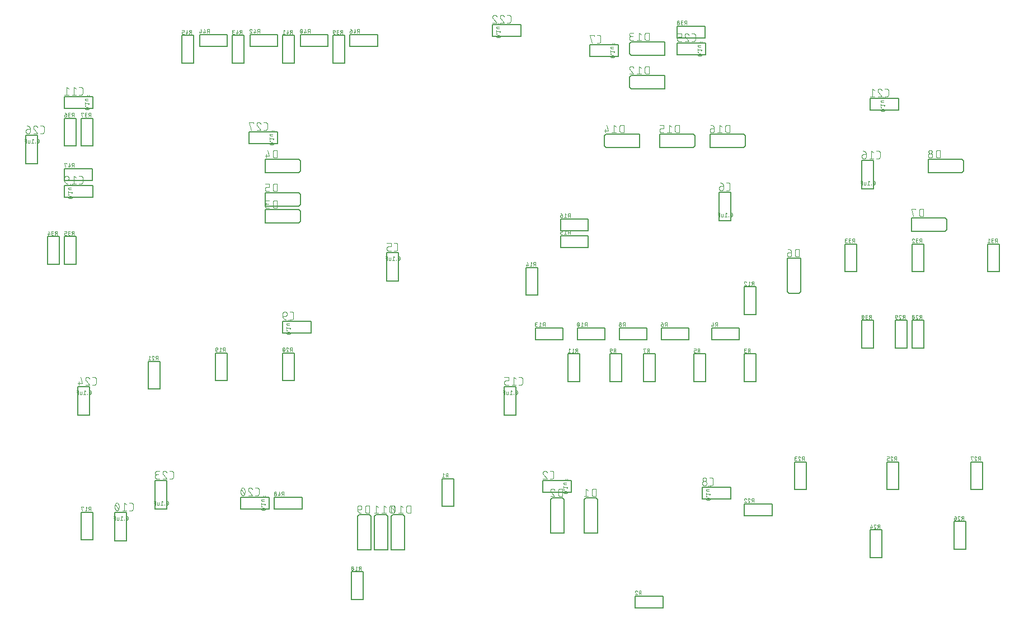
<source format=gbr>
G04 EAGLE Gerber RS-274X export*
G75*
%MOMM*%
%FSLAX34Y34*%
%LPD*%
%INSilkscreen Bottom*%
%IPPOS*%
%AMOC8*
5,1,8,0,0,1.08239X$1,22.5*%
G01*
%ADD10C,0.127000*%
%ADD11C,0.101600*%
%ADD12C,0.050800*%


D10*
X207010Y156210D02*
X207010Y199390D01*
X224790Y199390D01*
X224790Y156210D01*
X207010Y156210D01*
D11*
X229169Y201803D02*
X231766Y201803D01*
X231865Y201805D01*
X231965Y201811D01*
X232064Y201820D01*
X232162Y201833D01*
X232260Y201850D01*
X232358Y201871D01*
X232454Y201896D01*
X232549Y201924D01*
X232643Y201956D01*
X232736Y201991D01*
X232828Y202030D01*
X232918Y202073D01*
X233006Y202118D01*
X233093Y202168D01*
X233177Y202220D01*
X233260Y202276D01*
X233340Y202334D01*
X233418Y202396D01*
X233493Y202461D01*
X233566Y202529D01*
X233636Y202599D01*
X233704Y202672D01*
X233769Y202747D01*
X233831Y202825D01*
X233889Y202905D01*
X233945Y202988D01*
X233997Y203072D01*
X234047Y203159D01*
X234092Y203247D01*
X234135Y203337D01*
X234174Y203429D01*
X234209Y203522D01*
X234241Y203616D01*
X234269Y203711D01*
X234294Y203807D01*
X234315Y203905D01*
X234332Y204003D01*
X234345Y204101D01*
X234354Y204200D01*
X234360Y204300D01*
X234362Y204399D01*
X234362Y210891D01*
X234360Y210990D01*
X234354Y211090D01*
X234345Y211189D01*
X234332Y211287D01*
X234315Y211385D01*
X234294Y211483D01*
X234269Y211579D01*
X234241Y211674D01*
X234209Y211768D01*
X234174Y211861D01*
X234135Y211953D01*
X234092Y212043D01*
X234047Y212131D01*
X233997Y212218D01*
X233945Y212302D01*
X233889Y212385D01*
X233831Y212465D01*
X233769Y212543D01*
X233704Y212618D01*
X233636Y212691D01*
X233566Y212761D01*
X233493Y212829D01*
X233418Y212894D01*
X233340Y212956D01*
X233260Y213014D01*
X233177Y213070D01*
X233093Y213122D01*
X233006Y213172D01*
X232918Y213217D01*
X232828Y213260D01*
X232736Y213299D01*
X232643Y213334D01*
X232549Y213366D01*
X232454Y213394D01*
X232358Y213419D01*
X232260Y213440D01*
X232162Y213457D01*
X232064Y213470D01*
X231965Y213479D01*
X231865Y213485D01*
X231766Y213487D01*
X229169Y213487D01*
X224804Y210891D02*
X221559Y213487D01*
X221559Y201803D01*
X224804Y201803D02*
X218313Y201803D01*
X213375Y207645D02*
X213372Y207875D01*
X213364Y208105D01*
X213350Y208334D01*
X213331Y208563D01*
X213306Y208792D01*
X213276Y209020D01*
X213241Y209247D01*
X213200Y209473D01*
X213154Y209698D01*
X213102Y209922D01*
X213045Y210145D01*
X212983Y210366D01*
X212915Y210586D01*
X212842Y210804D01*
X212764Y211020D01*
X212681Y211234D01*
X212593Y211447D01*
X212500Y211657D01*
X212401Y211864D01*
X212368Y211954D01*
X212332Y212043D01*
X212292Y212131D01*
X212248Y212216D01*
X212201Y212300D01*
X212151Y212382D01*
X212097Y212462D01*
X212041Y212539D01*
X211981Y212615D01*
X211918Y212688D01*
X211853Y212758D01*
X211784Y212826D01*
X211713Y212890D01*
X211640Y212952D01*
X211564Y213011D01*
X211486Y213067D01*
X211405Y213120D01*
X211323Y213169D01*
X211239Y213215D01*
X211152Y213258D01*
X211065Y213297D01*
X210975Y213333D01*
X210885Y213365D01*
X210793Y213393D01*
X210700Y213418D01*
X210606Y213439D01*
X210512Y213456D01*
X210417Y213470D01*
X210321Y213479D01*
X210225Y213485D01*
X210129Y213487D01*
X210033Y213485D01*
X209937Y213479D01*
X209841Y213470D01*
X209746Y213456D01*
X209652Y213439D01*
X209558Y213418D01*
X209465Y213393D01*
X209373Y213365D01*
X209283Y213333D01*
X209193Y213297D01*
X209106Y213258D01*
X209019Y213215D01*
X208935Y213169D01*
X208853Y213120D01*
X208772Y213067D01*
X208694Y213011D01*
X208618Y212952D01*
X208545Y212890D01*
X208474Y212826D01*
X208405Y212758D01*
X208340Y212688D01*
X208277Y212615D01*
X208217Y212540D01*
X208161Y212462D01*
X208107Y212382D01*
X208057Y212300D01*
X208010Y212216D01*
X207967Y212131D01*
X207926Y212043D01*
X207890Y211954D01*
X207857Y211864D01*
X207758Y211656D01*
X207665Y211446D01*
X207577Y211234D01*
X207494Y211020D01*
X207416Y210803D01*
X207343Y210585D01*
X207275Y210366D01*
X207213Y210144D01*
X207156Y209922D01*
X207104Y209698D01*
X207058Y209473D01*
X207017Y209247D01*
X206982Y209019D01*
X206952Y208792D01*
X206927Y208563D01*
X206908Y208334D01*
X206894Y208105D01*
X206886Y207875D01*
X206883Y207645D01*
X213374Y207645D02*
X213371Y207415D01*
X213363Y207185D01*
X213349Y206956D01*
X213330Y206727D01*
X213305Y206498D01*
X213275Y206270D01*
X213240Y206043D01*
X213199Y205817D01*
X213153Y205592D01*
X213101Y205368D01*
X213044Y205145D01*
X212982Y204924D01*
X212914Y204704D01*
X212841Y204486D01*
X212763Y204270D01*
X212680Y204056D01*
X212592Y203844D01*
X212499Y203633D01*
X212400Y203426D01*
X212401Y203426D02*
X212368Y203336D01*
X212332Y203247D01*
X212291Y203159D01*
X212248Y203074D01*
X212201Y202990D01*
X212151Y202908D01*
X212097Y202828D01*
X212041Y202751D01*
X211981Y202675D01*
X211918Y202602D01*
X211853Y202532D01*
X211784Y202464D01*
X211713Y202400D01*
X211640Y202338D01*
X211564Y202279D01*
X211486Y202223D01*
X211405Y202170D01*
X211323Y202121D01*
X211239Y202075D01*
X211152Y202032D01*
X211065Y201993D01*
X210975Y201957D01*
X210885Y201925D01*
X210793Y201897D01*
X210700Y201872D01*
X210606Y201851D01*
X210512Y201834D01*
X210417Y201820D01*
X210321Y201811D01*
X210225Y201805D01*
X210129Y201803D01*
X207857Y203426D02*
X207758Y203633D01*
X207665Y203844D01*
X207577Y204056D01*
X207494Y204270D01*
X207416Y204486D01*
X207343Y204704D01*
X207275Y204924D01*
X207213Y205145D01*
X207156Y205368D01*
X207104Y205592D01*
X207058Y205817D01*
X207017Y206043D01*
X206982Y206270D01*
X206952Y206498D01*
X206927Y206727D01*
X206908Y206956D01*
X206894Y207185D01*
X206886Y207415D01*
X206883Y207645D01*
X207857Y203426D02*
X207890Y203336D01*
X207926Y203247D01*
X207967Y203159D01*
X208010Y203074D01*
X208057Y202990D01*
X208107Y202908D01*
X208161Y202828D01*
X208217Y202750D01*
X208277Y202675D01*
X208340Y202602D01*
X208405Y202532D01*
X208474Y202464D01*
X208545Y202400D01*
X208618Y202338D01*
X208694Y202279D01*
X208772Y202223D01*
X208853Y202170D01*
X208935Y202121D01*
X209019Y202075D01*
X209106Y202032D01*
X209193Y201993D01*
X209283Y201957D01*
X209373Y201925D01*
X209465Y201897D01*
X209558Y201872D01*
X209652Y201851D01*
X209746Y201834D01*
X209841Y201820D01*
X209937Y201811D01*
X210033Y201805D01*
X210129Y201803D01*
X212725Y204399D02*
X207532Y210891D01*
D12*
X226337Y192609D02*
X226395Y192486D01*
X226450Y192361D01*
X226501Y192234D01*
X226548Y192106D01*
X226592Y191977D01*
X226632Y191847D01*
X226668Y191715D01*
X226701Y191582D01*
X226730Y191449D01*
X226755Y191315D01*
X226776Y191180D01*
X226793Y191045D01*
X226807Y190909D01*
X226816Y190773D01*
X226822Y190636D01*
X226824Y190500D01*
X226337Y192609D02*
X226313Y192673D01*
X226286Y192735D01*
X226255Y192795D01*
X226221Y192854D01*
X226184Y192910D01*
X226143Y192964D01*
X226100Y193016D01*
X226054Y193066D01*
X226005Y193113D01*
X225953Y193156D01*
X225899Y193197D01*
X225843Y193235D01*
X225785Y193270D01*
X225725Y193301D01*
X225663Y193329D01*
X225600Y193353D01*
X225535Y193374D01*
X225470Y193391D01*
X225403Y193404D01*
X225336Y193413D01*
X225269Y193419D01*
X225201Y193421D01*
X225133Y193419D01*
X225066Y193413D01*
X224999Y193404D01*
X224932Y193391D01*
X224867Y193374D01*
X224802Y193353D01*
X224739Y193329D01*
X224677Y193301D01*
X224617Y193270D01*
X224559Y193235D01*
X224503Y193197D01*
X224449Y193156D01*
X224397Y193113D01*
X224348Y193066D01*
X224302Y193016D01*
X224259Y192965D01*
X224218Y192910D01*
X224181Y192854D01*
X224147Y192795D01*
X224116Y192735D01*
X224089Y192673D01*
X224065Y192610D01*
X224066Y192609D02*
X224008Y192486D01*
X223953Y192361D01*
X223902Y192234D01*
X223855Y192106D01*
X223811Y191977D01*
X223771Y191847D01*
X223735Y191715D01*
X223702Y191582D01*
X223673Y191449D01*
X223648Y191315D01*
X223627Y191180D01*
X223610Y191045D01*
X223596Y190909D01*
X223587Y190773D01*
X223581Y190636D01*
X223579Y190500D01*
X226825Y190500D02*
X226823Y190364D01*
X226817Y190227D01*
X226808Y190091D01*
X226794Y189955D01*
X226777Y189820D01*
X226756Y189685D01*
X226731Y189551D01*
X226702Y189417D01*
X226669Y189285D01*
X226633Y189153D01*
X226593Y189023D01*
X226549Y188893D01*
X226502Y188765D01*
X226451Y188639D01*
X226396Y188514D01*
X226338Y188390D01*
X226337Y188390D02*
X226313Y188327D01*
X226286Y188265D01*
X226255Y188205D01*
X226221Y188146D01*
X226184Y188090D01*
X226143Y188035D01*
X226100Y187984D01*
X226054Y187934D01*
X226005Y187887D01*
X225953Y187844D01*
X225899Y187803D01*
X225843Y187765D01*
X225785Y187730D01*
X225725Y187699D01*
X225663Y187671D01*
X225600Y187647D01*
X225535Y187626D01*
X225470Y187609D01*
X225403Y187596D01*
X225336Y187587D01*
X225269Y187581D01*
X225201Y187579D01*
X224065Y188390D02*
X224007Y188514D01*
X223952Y188639D01*
X223901Y188765D01*
X223854Y188893D01*
X223810Y189023D01*
X223770Y189153D01*
X223734Y189285D01*
X223701Y189417D01*
X223672Y189551D01*
X223647Y189685D01*
X223626Y189820D01*
X223609Y189955D01*
X223595Y190091D01*
X223586Y190227D01*
X223580Y190364D01*
X223578Y190500D01*
X224065Y188390D02*
X224089Y188327D01*
X224116Y188265D01*
X224147Y188205D01*
X224181Y188146D01*
X224218Y188090D01*
X224259Y188035D01*
X224302Y187984D01*
X224348Y187934D01*
X224397Y187887D01*
X224449Y187844D01*
X224503Y187803D01*
X224559Y187765D01*
X224617Y187730D01*
X224677Y187699D01*
X224739Y187671D01*
X224802Y187647D01*
X224867Y187626D01*
X224932Y187609D01*
X224999Y187596D01*
X225066Y187587D01*
X225133Y187581D01*
X225201Y187579D01*
X226500Y188877D02*
X223903Y192123D01*
X221363Y187904D02*
X221363Y187579D01*
X221363Y187904D02*
X221039Y187904D01*
X221039Y187579D01*
X221363Y187579D01*
X218823Y192123D02*
X217200Y193421D01*
X217200Y187579D01*
X215578Y187579D02*
X218823Y187579D01*
X212974Y188553D02*
X212974Y191474D01*
X212974Y188553D02*
X212972Y188492D01*
X212966Y188431D01*
X212957Y188370D01*
X212943Y188311D01*
X212926Y188252D01*
X212906Y188194D01*
X212881Y188138D01*
X212854Y188084D01*
X212822Y188031D01*
X212788Y187981D01*
X212750Y187932D01*
X212710Y187886D01*
X212667Y187843D01*
X212621Y187803D01*
X212573Y187765D01*
X212522Y187731D01*
X212469Y187699D01*
X212415Y187672D01*
X212359Y187647D01*
X212301Y187627D01*
X212242Y187610D01*
X212183Y187596D01*
X212122Y187587D01*
X212061Y187581D01*
X212000Y187579D01*
X210378Y187579D01*
X210378Y191474D01*
X207572Y193421D02*
X207572Y187579D01*
X207572Y193421D02*
X204976Y193421D01*
X204976Y190825D02*
X207572Y190825D01*
D10*
X173990Y829310D02*
X130810Y829310D01*
X173990Y829310D02*
X173990Y811530D01*
X130810Y811530D01*
X130810Y829310D01*
D11*
X152969Y831723D02*
X155566Y831723D01*
X155665Y831725D01*
X155765Y831731D01*
X155864Y831740D01*
X155962Y831753D01*
X156060Y831770D01*
X156158Y831791D01*
X156254Y831816D01*
X156349Y831844D01*
X156443Y831876D01*
X156536Y831911D01*
X156628Y831950D01*
X156718Y831993D01*
X156806Y832038D01*
X156893Y832088D01*
X156977Y832140D01*
X157060Y832196D01*
X157140Y832254D01*
X157218Y832316D01*
X157293Y832381D01*
X157366Y832449D01*
X157436Y832519D01*
X157504Y832592D01*
X157569Y832667D01*
X157631Y832745D01*
X157689Y832825D01*
X157745Y832908D01*
X157797Y832992D01*
X157847Y833079D01*
X157892Y833167D01*
X157935Y833257D01*
X157974Y833349D01*
X158009Y833442D01*
X158041Y833536D01*
X158069Y833631D01*
X158094Y833727D01*
X158115Y833825D01*
X158132Y833923D01*
X158145Y834021D01*
X158154Y834120D01*
X158160Y834220D01*
X158162Y834319D01*
X158162Y840811D01*
X158160Y840910D01*
X158154Y841010D01*
X158145Y841109D01*
X158132Y841207D01*
X158115Y841305D01*
X158094Y841403D01*
X158069Y841499D01*
X158041Y841594D01*
X158009Y841688D01*
X157974Y841781D01*
X157935Y841873D01*
X157892Y841963D01*
X157847Y842051D01*
X157797Y842138D01*
X157745Y842222D01*
X157689Y842305D01*
X157631Y842385D01*
X157569Y842463D01*
X157504Y842538D01*
X157436Y842611D01*
X157366Y842681D01*
X157293Y842749D01*
X157218Y842814D01*
X157140Y842876D01*
X157060Y842934D01*
X156977Y842990D01*
X156893Y843042D01*
X156806Y843092D01*
X156718Y843137D01*
X156628Y843180D01*
X156536Y843219D01*
X156443Y843254D01*
X156349Y843286D01*
X156254Y843314D01*
X156158Y843339D01*
X156060Y843360D01*
X155962Y843377D01*
X155864Y843390D01*
X155765Y843399D01*
X155665Y843405D01*
X155566Y843407D01*
X152969Y843407D01*
X148604Y840811D02*
X145359Y843407D01*
X145359Y831723D01*
X148604Y831723D02*
X142113Y831723D01*
X137174Y840811D02*
X133929Y843407D01*
X133929Y831723D01*
X137174Y831723D02*
X130683Y831723D01*
D12*
X165100Y809496D02*
X165236Y809498D01*
X165373Y809504D01*
X165509Y809513D01*
X165645Y809527D01*
X165780Y809544D01*
X165915Y809565D01*
X166049Y809590D01*
X166182Y809619D01*
X166315Y809652D01*
X166447Y809688D01*
X166577Y809728D01*
X166706Y809772D01*
X166834Y809819D01*
X166961Y809870D01*
X167086Y809925D01*
X167209Y809983D01*
X167273Y810007D01*
X167335Y810034D01*
X167395Y810065D01*
X167454Y810099D01*
X167510Y810136D01*
X167564Y810177D01*
X167616Y810220D01*
X167666Y810266D01*
X167713Y810315D01*
X167756Y810367D01*
X167797Y810421D01*
X167835Y810477D01*
X167870Y810535D01*
X167901Y810595D01*
X167929Y810657D01*
X167953Y810720D01*
X167974Y810785D01*
X167991Y810850D01*
X168004Y810917D01*
X168013Y810984D01*
X168019Y811051D01*
X168021Y811119D01*
X168019Y811187D01*
X168013Y811254D01*
X168004Y811321D01*
X167991Y811388D01*
X167974Y811453D01*
X167953Y811518D01*
X167929Y811581D01*
X167901Y811643D01*
X167870Y811703D01*
X167835Y811761D01*
X167797Y811817D01*
X167756Y811871D01*
X167713Y811923D01*
X167666Y811972D01*
X167616Y812018D01*
X167564Y812061D01*
X167510Y812102D01*
X167454Y812139D01*
X167395Y812173D01*
X167335Y812204D01*
X167273Y812231D01*
X167210Y812255D01*
X167209Y812254D02*
X167086Y812312D01*
X166961Y812367D01*
X166834Y812418D01*
X166706Y812465D01*
X166577Y812509D01*
X166447Y812549D01*
X166315Y812585D01*
X166182Y812618D01*
X166049Y812647D01*
X165915Y812672D01*
X165780Y812693D01*
X165645Y812710D01*
X165509Y812724D01*
X165373Y812733D01*
X165236Y812739D01*
X165100Y812741D01*
X165100Y809495D02*
X164964Y809497D01*
X164827Y809503D01*
X164691Y809512D01*
X164555Y809526D01*
X164420Y809543D01*
X164285Y809564D01*
X164151Y809589D01*
X164017Y809618D01*
X163885Y809651D01*
X163753Y809687D01*
X163623Y809727D01*
X163493Y809771D01*
X163365Y809818D01*
X163239Y809869D01*
X163114Y809924D01*
X162990Y809982D01*
X162990Y809983D02*
X162927Y810007D01*
X162865Y810034D01*
X162805Y810065D01*
X162746Y810099D01*
X162690Y810136D01*
X162635Y810177D01*
X162584Y810220D01*
X162534Y810266D01*
X162487Y810315D01*
X162444Y810367D01*
X162403Y810421D01*
X162365Y810477D01*
X162330Y810535D01*
X162299Y810595D01*
X162271Y810657D01*
X162247Y810720D01*
X162226Y810785D01*
X162209Y810850D01*
X162196Y810917D01*
X162187Y810984D01*
X162181Y811051D01*
X162179Y811119D01*
X162990Y812255D02*
X163114Y812313D01*
X163239Y812368D01*
X163365Y812419D01*
X163493Y812466D01*
X163623Y812510D01*
X163753Y812550D01*
X163885Y812586D01*
X164017Y812619D01*
X164151Y812648D01*
X164285Y812673D01*
X164420Y812694D01*
X164555Y812711D01*
X164691Y812725D01*
X164827Y812734D01*
X164964Y812740D01*
X165100Y812742D01*
X162990Y812255D02*
X162927Y812231D01*
X162865Y812204D01*
X162805Y812173D01*
X162746Y812139D01*
X162690Y812102D01*
X162635Y812061D01*
X162584Y812018D01*
X162534Y811972D01*
X162487Y811923D01*
X162444Y811871D01*
X162403Y811817D01*
X162365Y811761D01*
X162330Y811703D01*
X162299Y811643D01*
X162271Y811581D01*
X162247Y811518D01*
X162226Y811453D01*
X162209Y811388D01*
X162196Y811321D01*
X162187Y811254D01*
X162181Y811187D01*
X162179Y811119D01*
X163477Y809820D02*
X166723Y812417D01*
X162504Y814957D02*
X162179Y814957D01*
X162504Y814957D02*
X162504Y815281D01*
X162179Y815281D01*
X162179Y814957D01*
X166723Y817497D02*
X168021Y819120D01*
X162179Y819120D01*
X162179Y820742D02*
X162179Y817497D01*
X163153Y823346D02*
X166074Y823346D01*
X163153Y823346D02*
X163092Y823348D01*
X163031Y823354D01*
X162970Y823363D01*
X162911Y823377D01*
X162852Y823394D01*
X162794Y823414D01*
X162738Y823439D01*
X162684Y823466D01*
X162631Y823498D01*
X162580Y823532D01*
X162532Y823570D01*
X162486Y823610D01*
X162443Y823653D01*
X162403Y823699D01*
X162365Y823747D01*
X162331Y823798D01*
X162299Y823851D01*
X162272Y823905D01*
X162247Y823961D01*
X162227Y824019D01*
X162210Y824078D01*
X162196Y824137D01*
X162187Y824198D01*
X162181Y824259D01*
X162179Y824320D01*
X162179Y825942D01*
X166074Y825942D01*
X168021Y828748D02*
X162179Y828748D01*
X168021Y828748D02*
X168021Y831344D01*
X165425Y831344D02*
X165425Y828748D01*
D10*
X796290Y389890D02*
X796290Y346710D01*
X796290Y389890D02*
X814070Y389890D01*
X814070Y346710D01*
X796290Y346710D01*
D11*
X818449Y392303D02*
X821046Y392303D01*
X821145Y392305D01*
X821245Y392311D01*
X821344Y392320D01*
X821442Y392333D01*
X821540Y392350D01*
X821638Y392371D01*
X821734Y392396D01*
X821829Y392424D01*
X821923Y392456D01*
X822016Y392491D01*
X822108Y392530D01*
X822198Y392573D01*
X822286Y392618D01*
X822373Y392668D01*
X822457Y392720D01*
X822540Y392776D01*
X822620Y392834D01*
X822698Y392896D01*
X822773Y392961D01*
X822846Y393029D01*
X822916Y393099D01*
X822984Y393172D01*
X823049Y393247D01*
X823111Y393325D01*
X823169Y393405D01*
X823225Y393488D01*
X823277Y393572D01*
X823327Y393659D01*
X823372Y393747D01*
X823415Y393837D01*
X823454Y393929D01*
X823489Y394022D01*
X823521Y394116D01*
X823549Y394211D01*
X823574Y394307D01*
X823595Y394405D01*
X823612Y394503D01*
X823625Y394601D01*
X823634Y394700D01*
X823640Y394800D01*
X823642Y394899D01*
X823642Y401391D01*
X823640Y401490D01*
X823634Y401590D01*
X823625Y401689D01*
X823612Y401787D01*
X823595Y401885D01*
X823574Y401983D01*
X823549Y402079D01*
X823521Y402174D01*
X823489Y402268D01*
X823454Y402361D01*
X823415Y402453D01*
X823372Y402543D01*
X823327Y402631D01*
X823277Y402718D01*
X823225Y402802D01*
X823169Y402885D01*
X823111Y402965D01*
X823049Y403043D01*
X822984Y403118D01*
X822916Y403191D01*
X822846Y403261D01*
X822773Y403329D01*
X822698Y403394D01*
X822620Y403456D01*
X822540Y403514D01*
X822457Y403570D01*
X822373Y403622D01*
X822286Y403672D01*
X822198Y403717D01*
X822108Y403760D01*
X822016Y403799D01*
X821923Y403834D01*
X821829Y403866D01*
X821734Y403894D01*
X821638Y403919D01*
X821540Y403940D01*
X821442Y403957D01*
X821344Y403970D01*
X821245Y403979D01*
X821145Y403985D01*
X821046Y403987D01*
X818449Y403987D01*
X814084Y401391D02*
X810839Y403987D01*
X810839Y392303D01*
X814084Y392303D02*
X807593Y392303D01*
X802654Y392303D02*
X798759Y392303D01*
X798660Y392305D01*
X798560Y392311D01*
X798461Y392320D01*
X798363Y392333D01*
X798265Y392350D01*
X798167Y392371D01*
X798071Y392396D01*
X797976Y392424D01*
X797882Y392456D01*
X797789Y392491D01*
X797697Y392530D01*
X797607Y392573D01*
X797519Y392618D01*
X797432Y392668D01*
X797348Y392720D01*
X797265Y392776D01*
X797185Y392834D01*
X797107Y392896D01*
X797032Y392961D01*
X796959Y393029D01*
X796889Y393099D01*
X796821Y393172D01*
X796756Y393247D01*
X796694Y393325D01*
X796636Y393405D01*
X796580Y393488D01*
X796528Y393572D01*
X796478Y393659D01*
X796433Y393747D01*
X796390Y393837D01*
X796351Y393929D01*
X796316Y394022D01*
X796284Y394116D01*
X796256Y394211D01*
X796231Y394307D01*
X796210Y394405D01*
X796193Y394503D01*
X796180Y394601D01*
X796171Y394700D01*
X796165Y394800D01*
X796163Y394899D01*
X796163Y396198D01*
X796165Y396297D01*
X796171Y396397D01*
X796180Y396496D01*
X796193Y396594D01*
X796210Y396692D01*
X796231Y396790D01*
X796256Y396886D01*
X796284Y396981D01*
X796316Y397075D01*
X796351Y397168D01*
X796390Y397260D01*
X796433Y397350D01*
X796478Y397438D01*
X796528Y397525D01*
X796580Y397609D01*
X796636Y397692D01*
X796694Y397772D01*
X796756Y397850D01*
X796821Y397925D01*
X796889Y397998D01*
X796959Y398068D01*
X797032Y398136D01*
X797107Y398201D01*
X797185Y398263D01*
X797265Y398321D01*
X797348Y398377D01*
X797432Y398429D01*
X797519Y398479D01*
X797607Y398524D01*
X797697Y398567D01*
X797789Y398606D01*
X797882Y398641D01*
X797976Y398673D01*
X798071Y398701D01*
X798167Y398726D01*
X798265Y398747D01*
X798363Y398764D01*
X798461Y398777D01*
X798560Y398786D01*
X798660Y398792D01*
X798759Y398794D01*
X802654Y398794D01*
X802654Y403987D01*
X796163Y403987D01*
D12*
X815617Y383109D02*
X815675Y382986D01*
X815730Y382861D01*
X815781Y382734D01*
X815828Y382606D01*
X815872Y382477D01*
X815912Y382347D01*
X815948Y382215D01*
X815981Y382082D01*
X816010Y381949D01*
X816035Y381815D01*
X816056Y381680D01*
X816073Y381545D01*
X816087Y381409D01*
X816096Y381273D01*
X816102Y381136D01*
X816104Y381000D01*
X815617Y383109D02*
X815593Y383173D01*
X815566Y383235D01*
X815535Y383295D01*
X815501Y383354D01*
X815464Y383410D01*
X815423Y383464D01*
X815380Y383516D01*
X815334Y383566D01*
X815285Y383613D01*
X815233Y383656D01*
X815179Y383697D01*
X815123Y383735D01*
X815065Y383770D01*
X815005Y383801D01*
X814943Y383829D01*
X814880Y383853D01*
X814815Y383874D01*
X814750Y383891D01*
X814683Y383904D01*
X814616Y383913D01*
X814549Y383919D01*
X814481Y383921D01*
X814413Y383919D01*
X814346Y383913D01*
X814279Y383904D01*
X814212Y383891D01*
X814147Y383874D01*
X814082Y383853D01*
X814019Y383829D01*
X813957Y383801D01*
X813897Y383770D01*
X813839Y383735D01*
X813783Y383697D01*
X813729Y383656D01*
X813677Y383613D01*
X813628Y383566D01*
X813582Y383516D01*
X813539Y383465D01*
X813498Y383410D01*
X813461Y383354D01*
X813427Y383295D01*
X813396Y383235D01*
X813369Y383173D01*
X813345Y383110D01*
X813346Y383109D02*
X813288Y382986D01*
X813233Y382861D01*
X813182Y382734D01*
X813135Y382606D01*
X813091Y382477D01*
X813051Y382347D01*
X813015Y382215D01*
X812982Y382082D01*
X812953Y381949D01*
X812928Y381815D01*
X812907Y381680D01*
X812890Y381545D01*
X812876Y381409D01*
X812867Y381273D01*
X812861Y381136D01*
X812859Y381000D01*
X816105Y381000D02*
X816103Y380864D01*
X816097Y380727D01*
X816088Y380591D01*
X816074Y380455D01*
X816057Y380320D01*
X816036Y380185D01*
X816011Y380051D01*
X815982Y379917D01*
X815949Y379785D01*
X815913Y379653D01*
X815873Y379523D01*
X815829Y379393D01*
X815782Y379265D01*
X815731Y379139D01*
X815676Y379014D01*
X815618Y378890D01*
X815617Y378890D02*
X815593Y378827D01*
X815566Y378765D01*
X815535Y378705D01*
X815501Y378646D01*
X815464Y378590D01*
X815423Y378535D01*
X815380Y378484D01*
X815334Y378434D01*
X815285Y378387D01*
X815233Y378344D01*
X815179Y378303D01*
X815123Y378265D01*
X815065Y378230D01*
X815005Y378199D01*
X814943Y378171D01*
X814880Y378147D01*
X814815Y378126D01*
X814750Y378109D01*
X814683Y378096D01*
X814616Y378087D01*
X814549Y378081D01*
X814481Y378079D01*
X813345Y378890D02*
X813287Y379014D01*
X813232Y379139D01*
X813181Y379265D01*
X813134Y379393D01*
X813090Y379523D01*
X813050Y379653D01*
X813014Y379785D01*
X812981Y379917D01*
X812952Y380051D01*
X812927Y380185D01*
X812906Y380320D01*
X812889Y380455D01*
X812875Y380591D01*
X812866Y380727D01*
X812860Y380864D01*
X812858Y381000D01*
X813345Y378890D02*
X813369Y378827D01*
X813396Y378765D01*
X813427Y378705D01*
X813461Y378646D01*
X813498Y378590D01*
X813539Y378535D01*
X813582Y378484D01*
X813628Y378434D01*
X813677Y378387D01*
X813729Y378344D01*
X813783Y378303D01*
X813839Y378265D01*
X813897Y378230D01*
X813957Y378199D01*
X814019Y378171D01*
X814082Y378147D01*
X814147Y378126D01*
X814212Y378109D01*
X814279Y378096D01*
X814346Y378087D01*
X814413Y378081D01*
X814481Y378079D01*
X815780Y379377D02*
X813183Y382623D01*
X810643Y378404D02*
X810643Y378079D01*
X810643Y378404D02*
X810319Y378404D01*
X810319Y378079D01*
X810643Y378079D01*
X808103Y382623D02*
X806480Y383921D01*
X806480Y378079D01*
X804858Y378079D02*
X808103Y378079D01*
X802254Y379053D02*
X802254Y381974D01*
X802254Y379053D02*
X802252Y378992D01*
X802246Y378931D01*
X802237Y378870D01*
X802223Y378811D01*
X802206Y378752D01*
X802186Y378694D01*
X802161Y378638D01*
X802134Y378584D01*
X802102Y378531D01*
X802068Y378481D01*
X802030Y378432D01*
X801990Y378386D01*
X801947Y378343D01*
X801901Y378303D01*
X801853Y378265D01*
X801802Y378231D01*
X801749Y378199D01*
X801695Y378172D01*
X801639Y378147D01*
X801581Y378127D01*
X801522Y378110D01*
X801463Y378096D01*
X801402Y378087D01*
X801341Y378081D01*
X801280Y378079D01*
X799658Y378079D01*
X799658Y381974D01*
X796852Y383921D02*
X796852Y378079D01*
X796852Y383921D02*
X794256Y383921D01*
X794256Y381325D02*
X796852Y381325D01*
D10*
X1355090Y689610D02*
X1355090Y732790D01*
X1355090Y689610D02*
X1337310Y689610D01*
X1337310Y732790D01*
X1355090Y732790D01*
D11*
X1359469Y735203D02*
X1362066Y735203D01*
X1362165Y735205D01*
X1362265Y735211D01*
X1362364Y735220D01*
X1362462Y735233D01*
X1362560Y735250D01*
X1362658Y735271D01*
X1362754Y735296D01*
X1362849Y735324D01*
X1362943Y735356D01*
X1363036Y735391D01*
X1363128Y735430D01*
X1363218Y735473D01*
X1363306Y735518D01*
X1363393Y735568D01*
X1363477Y735620D01*
X1363560Y735676D01*
X1363640Y735734D01*
X1363718Y735796D01*
X1363793Y735861D01*
X1363866Y735929D01*
X1363936Y735999D01*
X1364004Y736072D01*
X1364069Y736147D01*
X1364131Y736225D01*
X1364189Y736305D01*
X1364245Y736388D01*
X1364297Y736472D01*
X1364347Y736559D01*
X1364392Y736647D01*
X1364435Y736737D01*
X1364474Y736829D01*
X1364509Y736922D01*
X1364541Y737016D01*
X1364569Y737111D01*
X1364594Y737207D01*
X1364615Y737305D01*
X1364632Y737403D01*
X1364645Y737501D01*
X1364654Y737600D01*
X1364660Y737700D01*
X1364662Y737799D01*
X1364662Y744291D01*
X1364660Y744390D01*
X1364654Y744490D01*
X1364645Y744589D01*
X1364632Y744687D01*
X1364615Y744785D01*
X1364594Y744883D01*
X1364569Y744979D01*
X1364541Y745074D01*
X1364509Y745168D01*
X1364474Y745261D01*
X1364435Y745353D01*
X1364392Y745443D01*
X1364347Y745531D01*
X1364297Y745618D01*
X1364245Y745702D01*
X1364189Y745785D01*
X1364131Y745865D01*
X1364069Y745943D01*
X1364004Y746018D01*
X1363936Y746091D01*
X1363866Y746161D01*
X1363793Y746229D01*
X1363718Y746294D01*
X1363640Y746356D01*
X1363560Y746414D01*
X1363477Y746470D01*
X1363393Y746522D01*
X1363306Y746572D01*
X1363218Y746617D01*
X1363128Y746660D01*
X1363036Y746699D01*
X1362943Y746734D01*
X1362849Y746766D01*
X1362754Y746794D01*
X1362658Y746819D01*
X1362560Y746840D01*
X1362462Y746857D01*
X1362364Y746870D01*
X1362265Y746879D01*
X1362165Y746885D01*
X1362066Y746887D01*
X1359469Y746887D01*
X1355104Y744291D02*
X1351859Y746887D01*
X1351859Y735203D01*
X1355104Y735203D02*
X1348613Y735203D01*
X1343674Y741694D02*
X1339779Y741694D01*
X1339680Y741692D01*
X1339580Y741686D01*
X1339481Y741677D01*
X1339383Y741664D01*
X1339285Y741647D01*
X1339187Y741626D01*
X1339091Y741601D01*
X1338996Y741573D01*
X1338902Y741541D01*
X1338809Y741506D01*
X1338717Y741467D01*
X1338627Y741424D01*
X1338539Y741379D01*
X1338452Y741329D01*
X1338368Y741277D01*
X1338285Y741221D01*
X1338205Y741163D01*
X1338127Y741101D01*
X1338052Y741036D01*
X1337979Y740968D01*
X1337909Y740898D01*
X1337841Y740825D01*
X1337776Y740750D01*
X1337714Y740672D01*
X1337656Y740592D01*
X1337600Y740509D01*
X1337548Y740425D01*
X1337498Y740338D01*
X1337453Y740250D01*
X1337410Y740160D01*
X1337371Y740068D01*
X1337336Y739975D01*
X1337304Y739881D01*
X1337276Y739786D01*
X1337251Y739690D01*
X1337230Y739592D01*
X1337213Y739494D01*
X1337200Y739396D01*
X1337191Y739297D01*
X1337185Y739197D01*
X1337183Y739098D01*
X1337183Y738449D01*
X1337185Y738336D01*
X1337191Y738223D01*
X1337201Y738110D01*
X1337215Y737997D01*
X1337232Y737885D01*
X1337254Y737774D01*
X1337279Y737664D01*
X1337309Y737554D01*
X1337342Y737446D01*
X1337379Y737339D01*
X1337419Y737233D01*
X1337464Y737129D01*
X1337512Y737026D01*
X1337563Y736925D01*
X1337618Y736826D01*
X1337676Y736729D01*
X1337738Y736634D01*
X1337803Y736541D01*
X1337871Y736451D01*
X1337942Y736363D01*
X1338017Y736277D01*
X1338094Y736194D01*
X1338174Y736114D01*
X1338257Y736037D01*
X1338343Y735962D01*
X1338431Y735891D01*
X1338521Y735823D01*
X1338614Y735758D01*
X1338709Y735696D01*
X1338806Y735638D01*
X1338905Y735583D01*
X1339006Y735532D01*
X1339109Y735484D01*
X1339213Y735439D01*
X1339319Y735399D01*
X1339426Y735362D01*
X1339534Y735329D01*
X1339644Y735299D01*
X1339754Y735274D01*
X1339865Y735252D01*
X1339977Y735235D01*
X1340090Y735221D01*
X1340203Y735211D01*
X1340316Y735205D01*
X1340429Y735203D01*
X1340542Y735205D01*
X1340655Y735211D01*
X1340768Y735221D01*
X1340881Y735235D01*
X1340993Y735252D01*
X1341104Y735274D01*
X1341214Y735299D01*
X1341324Y735329D01*
X1341432Y735362D01*
X1341539Y735399D01*
X1341645Y735439D01*
X1341749Y735484D01*
X1341852Y735532D01*
X1341953Y735583D01*
X1342052Y735638D01*
X1342149Y735696D01*
X1342244Y735758D01*
X1342337Y735823D01*
X1342427Y735891D01*
X1342515Y735962D01*
X1342601Y736037D01*
X1342684Y736114D01*
X1342764Y736194D01*
X1342841Y736277D01*
X1342916Y736363D01*
X1342987Y736451D01*
X1343055Y736541D01*
X1343120Y736634D01*
X1343182Y736729D01*
X1343240Y736826D01*
X1343295Y736925D01*
X1343346Y737026D01*
X1343394Y737129D01*
X1343439Y737233D01*
X1343479Y737339D01*
X1343516Y737446D01*
X1343549Y737554D01*
X1343579Y737664D01*
X1343604Y737774D01*
X1343626Y737885D01*
X1343643Y737997D01*
X1343657Y738110D01*
X1343667Y738223D01*
X1343673Y738336D01*
X1343675Y738449D01*
X1343674Y738449D02*
X1343674Y741694D01*
X1343672Y741837D01*
X1343666Y741980D01*
X1343656Y742123D01*
X1343642Y742265D01*
X1343625Y742407D01*
X1343603Y742549D01*
X1343578Y742690D01*
X1343548Y742830D01*
X1343515Y742969D01*
X1343478Y743107D01*
X1343437Y743244D01*
X1343393Y743380D01*
X1343344Y743515D01*
X1343292Y743648D01*
X1343237Y743780D01*
X1343177Y743910D01*
X1343114Y744039D01*
X1343048Y744166D01*
X1342978Y744291D01*
X1342905Y744413D01*
X1342828Y744534D01*
X1342748Y744653D01*
X1342665Y744769D01*
X1342579Y744884D01*
X1342490Y744995D01*
X1342397Y745105D01*
X1342302Y745211D01*
X1342203Y745315D01*
X1342102Y745416D01*
X1341998Y745515D01*
X1341892Y745610D01*
X1341782Y745703D01*
X1341671Y745792D01*
X1341556Y745878D01*
X1341440Y745961D01*
X1341321Y746041D01*
X1341200Y746118D01*
X1341078Y746191D01*
X1340953Y746261D01*
X1340826Y746327D01*
X1340697Y746390D01*
X1340567Y746450D01*
X1340435Y746505D01*
X1340302Y746557D01*
X1340167Y746606D01*
X1340031Y746650D01*
X1339894Y746691D01*
X1339756Y746728D01*
X1339617Y746761D01*
X1339477Y746791D01*
X1339336Y746816D01*
X1339194Y746838D01*
X1339052Y746855D01*
X1338910Y746869D01*
X1338767Y746879D01*
X1338624Y746885D01*
X1338481Y746887D01*
D12*
X1356637Y700609D02*
X1356695Y700486D01*
X1356750Y700361D01*
X1356801Y700234D01*
X1356848Y700106D01*
X1356892Y699977D01*
X1356932Y699847D01*
X1356968Y699715D01*
X1357001Y699582D01*
X1357030Y699449D01*
X1357055Y699315D01*
X1357076Y699180D01*
X1357093Y699045D01*
X1357107Y698909D01*
X1357116Y698773D01*
X1357122Y698636D01*
X1357124Y698500D01*
X1356637Y700609D02*
X1356613Y700673D01*
X1356586Y700735D01*
X1356555Y700795D01*
X1356521Y700854D01*
X1356484Y700910D01*
X1356443Y700964D01*
X1356400Y701016D01*
X1356354Y701066D01*
X1356305Y701113D01*
X1356253Y701156D01*
X1356199Y701197D01*
X1356143Y701235D01*
X1356085Y701270D01*
X1356025Y701301D01*
X1355963Y701329D01*
X1355900Y701353D01*
X1355835Y701374D01*
X1355770Y701391D01*
X1355703Y701404D01*
X1355636Y701413D01*
X1355569Y701419D01*
X1355501Y701421D01*
X1355433Y701419D01*
X1355366Y701413D01*
X1355299Y701404D01*
X1355232Y701391D01*
X1355167Y701374D01*
X1355102Y701353D01*
X1355039Y701329D01*
X1354977Y701301D01*
X1354917Y701270D01*
X1354859Y701235D01*
X1354803Y701197D01*
X1354749Y701156D01*
X1354697Y701113D01*
X1354648Y701066D01*
X1354602Y701016D01*
X1354559Y700965D01*
X1354518Y700910D01*
X1354481Y700854D01*
X1354447Y700795D01*
X1354416Y700735D01*
X1354389Y700673D01*
X1354365Y700610D01*
X1354366Y700609D02*
X1354308Y700486D01*
X1354253Y700361D01*
X1354202Y700234D01*
X1354155Y700106D01*
X1354111Y699977D01*
X1354071Y699847D01*
X1354035Y699715D01*
X1354002Y699582D01*
X1353973Y699449D01*
X1353948Y699315D01*
X1353927Y699180D01*
X1353910Y699045D01*
X1353896Y698909D01*
X1353887Y698773D01*
X1353881Y698636D01*
X1353879Y698500D01*
X1357125Y698500D02*
X1357123Y698364D01*
X1357117Y698227D01*
X1357108Y698091D01*
X1357094Y697955D01*
X1357077Y697820D01*
X1357056Y697685D01*
X1357031Y697551D01*
X1357002Y697417D01*
X1356969Y697285D01*
X1356933Y697153D01*
X1356893Y697023D01*
X1356849Y696893D01*
X1356802Y696765D01*
X1356751Y696639D01*
X1356696Y696514D01*
X1356638Y696390D01*
X1356637Y696390D02*
X1356613Y696327D01*
X1356586Y696265D01*
X1356555Y696205D01*
X1356521Y696146D01*
X1356484Y696090D01*
X1356443Y696035D01*
X1356400Y695984D01*
X1356354Y695934D01*
X1356305Y695887D01*
X1356253Y695844D01*
X1356199Y695803D01*
X1356143Y695765D01*
X1356085Y695730D01*
X1356025Y695699D01*
X1355963Y695671D01*
X1355900Y695647D01*
X1355835Y695626D01*
X1355770Y695609D01*
X1355703Y695596D01*
X1355636Y695587D01*
X1355569Y695581D01*
X1355501Y695579D01*
X1354365Y696390D02*
X1354307Y696514D01*
X1354252Y696639D01*
X1354201Y696765D01*
X1354154Y696893D01*
X1354110Y697023D01*
X1354070Y697153D01*
X1354034Y697285D01*
X1354001Y697417D01*
X1353972Y697551D01*
X1353947Y697685D01*
X1353926Y697820D01*
X1353909Y697955D01*
X1353895Y698091D01*
X1353886Y698227D01*
X1353880Y698364D01*
X1353878Y698500D01*
X1354365Y696390D02*
X1354389Y696327D01*
X1354416Y696265D01*
X1354447Y696205D01*
X1354481Y696146D01*
X1354518Y696090D01*
X1354559Y696035D01*
X1354602Y695984D01*
X1354648Y695934D01*
X1354697Y695887D01*
X1354749Y695844D01*
X1354803Y695803D01*
X1354859Y695765D01*
X1354917Y695730D01*
X1354977Y695699D01*
X1355039Y695671D01*
X1355102Y695647D01*
X1355167Y695626D01*
X1355232Y695609D01*
X1355299Y695596D01*
X1355366Y695587D01*
X1355433Y695581D01*
X1355501Y695579D01*
X1356800Y696877D02*
X1354203Y700123D01*
X1351663Y695904D02*
X1351663Y695579D01*
X1351663Y695904D02*
X1351339Y695904D01*
X1351339Y695579D01*
X1351663Y695579D01*
X1349123Y700123D02*
X1347500Y701421D01*
X1347500Y695579D01*
X1345878Y695579D02*
X1349123Y695579D01*
X1343274Y696553D02*
X1343274Y699474D01*
X1343274Y696553D02*
X1343272Y696492D01*
X1343266Y696431D01*
X1343257Y696370D01*
X1343243Y696311D01*
X1343226Y696252D01*
X1343206Y696194D01*
X1343181Y696138D01*
X1343154Y696084D01*
X1343122Y696031D01*
X1343088Y695981D01*
X1343050Y695932D01*
X1343010Y695886D01*
X1342967Y695843D01*
X1342921Y695803D01*
X1342873Y695765D01*
X1342822Y695731D01*
X1342769Y695699D01*
X1342715Y695672D01*
X1342659Y695647D01*
X1342601Y695627D01*
X1342542Y695610D01*
X1342483Y695596D01*
X1342422Y695587D01*
X1342361Y695581D01*
X1342300Y695579D01*
X1340678Y695579D01*
X1340678Y699474D01*
X1337872Y701421D02*
X1337872Y695579D01*
X1337872Y701421D02*
X1335276Y701421D01*
X1335276Y698825D02*
X1337872Y698825D01*
D10*
X173990Y676910D02*
X130810Y676910D01*
X130810Y694690D01*
X173990Y694690D01*
X173990Y676910D01*
D11*
X155566Y697103D02*
X152969Y697103D01*
X155566Y697103D02*
X155665Y697105D01*
X155765Y697111D01*
X155864Y697120D01*
X155962Y697133D01*
X156060Y697150D01*
X156158Y697171D01*
X156254Y697196D01*
X156349Y697224D01*
X156443Y697256D01*
X156536Y697291D01*
X156628Y697330D01*
X156718Y697373D01*
X156806Y697418D01*
X156893Y697468D01*
X156977Y697520D01*
X157060Y697576D01*
X157140Y697634D01*
X157218Y697696D01*
X157293Y697761D01*
X157366Y697829D01*
X157436Y697899D01*
X157504Y697972D01*
X157569Y698047D01*
X157631Y698125D01*
X157689Y698205D01*
X157745Y698288D01*
X157797Y698372D01*
X157847Y698459D01*
X157892Y698547D01*
X157935Y698637D01*
X157974Y698729D01*
X158009Y698822D01*
X158041Y698916D01*
X158069Y699011D01*
X158094Y699107D01*
X158115Y699205D01*
X158132Y699303D01*
X158145Y699401D01*
X158154Y699500D01*
X158160Y699600D01*
X158162Y699699D01*
X158162Y706191D01*
X158160Y706290D01*
X158154Y706390D01*
X158145Y706489D01*
X158132Y706587D01*
X158115Y706685D01*
X158094Y706783D01*
X158069Y706879D01*
X158041Y706974D01*
X158009Y707068D01*
X157974Y707161D01*
X157935Y707253D01*
X157892Y707343D01*
X157847Y707431D01*
X157797Y707518D01*
X157745Y707602D01*
X157689Y707685D01*
X157631Y707765D01*
X157569Y707843D01*
X157504Y707918D01*
X157436Y707991D01*
X157366Y708061D01*
X157293Y708129D01*
X157218Y708194D01*
X157140Y708256D01*
X157060Y708314D01*
X156977Y708370D01*
X156893Y708422D01*
X156806Y708472D01*
X156718Y708517D01*
X156628Y708560D01*
X156536Y708599D01*
X156443Y708634D01*
X156349Y708666D01*
X156254Y708694D01*
X156158Y708719D01*
X156060Y708740D01*
X155962Y708757D01*
X155864Y708770D01*
X155765Y708779D01*
X155665Y708785D01*
X155566Y708787D01*
X152969Y708787D01*
X148604Y706191D02*
X145359Y708787D01*
X145359Y697103D01*
X148604Y697103D02*
X142113Y697103D01*
X134578Y702296D02*
X130683Y702296D01*
X134578Y702296D02*
X134677Y702298D01*
X134777Y702304D01*
X134876Y702313D01*
X134974Y702326D01*
X135072Y702343D01*
X135170Y702364D01*
X135266Y702389D01*
X135361Y702417D01*
X135455Y702449D01*
X135548Y702484D01*
X135640Y702523D01*
X135730Y702566D01*
X135818Y702611D01*
X135905Y702661D01*
X135989Y702713D01*
X136072Y702769D01*
X136152Y702827D01*
X136230Y702889D01*
X136305Y702954D01*
X136378Y703022D01*
X136448Y703092D01*
X136516Y703165D01*
X136581Y703240D01*
X136643Y703318D01*
X136701Y703398D01*
X136757Y703481D01*
X136809Y703565D01*
X136859Y703652D01*
X136904Y703740D01*
X136947Y703830D01*
X136986Y703922D01*
X137021Y704015D01*
X137053Y704109D01*
X137081Y704204D01*
X137106Y704300D01*
X137127Y704398D01*
X137144Y704496D01*
X137157Y704594D01*
X137166Y704693D01*
X137172Y704793D01*
X137174Y704892D01*
X137174Y705541D01*
X137175Y705541D02*
X137173Y705654D01*
X137167Y705767D01*
X137157Y705880D01*
X137143Y705993D01*
X137126Y706105D01*
X137104Y706216D01*
X137079Y706326D01*
X137049Y706436D01*
X137016Y706544D01*
X136979Y706651D01*
X136939Y706757D01*
X136894Y706861D01*
X136846Y706964D01*
X136795Y707065D01*
X136740Y707164D01*
X136682Y707261D01*
X136620Y707356D01*
X136555Y707449D01*
X136487Y707539D01*
X136416Y707627D01*
X136341Y707713D01*
X136264Y707796D01*
X136184Y707876D01*
X136101Y707953D01*
X136015Y708028D01*
X135927Y708099D01*
X135837Y708167D01*
X135744Y708232D01*
X135649Y708294D01*
X135552Y708352D01*
X135453Y708407D01*
X135352Y708458D01*
X135249Y708506D01*
X135145Y708551D01*
X135039Y708591D01*
X134932Y708628D01*
X134824Y708661D01*
X134714Y708691D01*
X134604Y708716D01*
X134493Y708738D01*
X134381Y708755D01*
X134268Y708769D01*
X134155Y708779D01*
X134042Y708785D01*
X133929Y708787D01*
X133816Y708785D01*
X133703Y708779D01*
X133590Y708769D01*
X133477Y708755D01*
X133365Y708738D01*
X133254Y708716D01*
X133144Y708691D01*
X133034Y708661D01*
X132926Y708628D01*
X132819Y708591D01*
X132713Y708551D01*
X132609Y708506D01*
X132506Y708458D01*
X132405Y708407D01*
X132306Y708352D01*
X132209Y708294D01*
X132114Y708232D01*
X132021Y708167D01*
X131931Y708099D01*
X131843Y708028D01*
X131757Y707953D01*
X131674Y707876D01*
X131594Y707796D01*
X131517Y707713D01*
X131442Y707627D01*
X131371Y707539D01*
X131303Y707449D01*
X131238Y707356D01*
X131176Y707261D01*
X131118Y707164D01*
X131063Y707065D01*
X131012Y706964D01*
X130964Y706861D01*
X130919Y706757D01*
X130879Y706651D01*
X130842Y706544D01*
X130809Y706436D01*
X130779Y706326D01*
X130754Y706216D01*
X130732Y706105D01*
X130715Y705993D01*
X130701Y705880D01*
X130691Y705767D01*
X130685Y705654D01*
X130683Y705541D01*
X130683Y702296D01*
X130685Y702153D01*
X130691Y702010D01*
X130701Y701867D01*
X130715Y701725D01*
X130732Y701583D01*
X130754Y701441D01*
X130779Y701300D01*
X130809Y701160D01*
X130842Y701021D01*
X130879Y700883D01*
X130920Y700746D01*
X130964Y700610D01*
X131013Y700475D01*
X131065Y700342D01*
X131120Y700210D01*
X131180Y700080D01*
X131243Y699951D01*
X131309Y699824D01*
X131379Y699700D01*
X131452Y699577D01*
X131529Y699456D01*
X131609Y699337D01*
X131692Y699221D01*
X131778Y699106D01*
X131867Y698995D01*
X131960Y698885D01*
X132055Y698779D01*
X132154Y698675D01*
X132255Y698574D01*
X132359Y698475D01*
X132465Y698380D01*
X132575Y698287D01*
X132686Y698198D01*
X132801Y698112D01*
X132917Y698029D01*
X133036Y697949D01*
X133157Y697872D01*
X133279Y697799D01*
X133404Y697729D01*
X133531Y697663D01*
X133660Y697600D01*
X133790Y697540D01*
X133922Y697485D01*
X134055Y697433D01*
X134190Y697384D01*
X134326Y697340D01*
X134463Y697299D01*
X134601Y697262D01*
X134740Y697229D01*
X134880Y697199D01*
X135021Y697174D01*
X135163Y697152D01*
X135305Y697135D01*
X135447Y697121D01*
X135590Y697111D01*
X135733Y697105D01*
X135876Y697103D01*
D12*
X141809Y675363D02*
X141686Y675305D01*
X141561Y675250D01*
X141434Y675199D01*
X141306Y675152D01*
X141177Y675108D01*
X141047Y675068D01*
X140915Y675032D01*
X140782Y674999D01*
X140649Y674970D01*
X140515Y674945D01*
X140380Y674924D01*
X140245Y674907D01*
X140109Y674893D01*
X139973Y674884D01*
X139836Y674878D01*
X139700Y674876D01*
X141809Y675363D02*
X141873Y675387D01*
X141935Y675414D01*
X141995Y675445D01*
X142054Y675479D01*
X142110Y675516D01*
X142164Y675557D01*
X142216Y675600D01*
X142266Y675646D01*
X142313Y675695D01*
X142356Y675747D01*
X142397Y675801D01*
X142435Y675857D01*
X142470Y675915D01*
X142501Y675975D01*
X142529Y676037D01*
X142553Y676100D01*
X142574Y676165D01*
X142591Y676230D01*
X142604Y676297D01*
X142613Y676364D01*
X142619Y676431D01*
X142621Y676499D01*
X142619Y676567D01*
X142613Y676634D01*
X142604Y676701D01*
X142591Y676768D01*
X142574Y676833D01*
X142553Y676898D01*
X142529Y676961D01*
X142501Y677023D01*
X142470Y677083D01*
X142435Y677141D01*
X142397Y677197D01*
X142356Y677251D01*
X142313Y677303D01*
X142266Y677352D01*
X142216Y677398D01*
X142164Y677441D01*
X142110Y677482D01*
X142054Y677519D01*
X141995Y677553D01*
X141935Y677584D01*
X141873Y677611D01*
X141810Y677635D01*
X141809Y677634D02*
X141686Y677692D01*
X141561Y677747D01*
X141434Y677798D01*
X141306Y677845D01*
X141177Y677889D01*
X141047Y677929D01*
X140915Y677965D01*
X140782Y677998D01*
X140649Y678027D01*
X140515Y678052D01*
X140380Y678073D01*
X140245Y678090D01*
X140109Y678104D01*
X139973Y678113D01*
X139836Y678119D01*
X139700Y678121D01*
X139700Y674875D02*
X139564Y674877D01*
X139427Y674883D01*
X139291Y674892D01*
X139155Y674906D01*
X139020Y674923D01*
X138885Y674944D01*
X138751Y674969D01*
X138617Y674998D01*
X138485Y675031D01*
X138353Y675067D01*
X138223Y675107D01*
X138093Y675151D01*
X137965Y675198D01*
X137839Y675249D01*
X137714Y675304D01*
X137590Y675362D01*
X137590Y675363D02*
X137527Y675387D01*
X137465Y675414D01*
X137405Y675445D01*
X137346Y675479D01*
X137290Y675516D01*
X137235Y675557D01*
X137184Y675600D01*
X137134Y675646D01*
X137087Y675695D01*
X137044Y675747D01*
X137003Y675801D01*
X136965Y675857D01*
X136930Y675915D01*
X136899Y675975D01*
X136871Y676037D01*
X136847Y676100D01*
X136826Y676165D01*
X136809Y676230D01*
X136796Y676297D01*
X136787Y676364D01*
X136781Y676431D01*
X136779Y676499D01*
X137590Y677635D02*
X137714Y677693D01*
X137839Y677748D01*
X137965Y677799D01*
X138093Y677846D01*
X138223Y677890D01*
X138353Y677930D01*
X138485Y677966D01*
X138617Y677999D01*
X138751Y678028D01*
X138885Y678053D01*
X139020Y678074D01*
X139155Y678091D01*
X139291Y678105D01*
X139427Y678114D01*
X139564Y678120D01*
X139700Y678122D01*
X137590Y677635D02*
X137527Y677611D01*
X137465Y677584D01*
X137405Y677553D01*
X137346Y677519D01*
X137290Y677482D01*
X137235Y677441D01*
X137184Y677398D01*
X137134Y677352D01*
X137087Y677303D01*
X137044Y677251D01*
X137003Y677197D01*
X136965Y677141D01*
X136930Y677083D01*
X136899Y677023D01*
X136871Y676961D01*
X136847Y676898D01*
X136826Y676833D01*
X136809Y676768D01*
X136796Y676701D01*
X136787Y676634D01*
X136781Y676567D01*
X136779Y676499D01*
X138077Y675200D02*
X141323Y677797D01*
X137104Y680337D02*
X136779Y680337D01*
X137104Y680337D02*
X137104Y680661D01*
X136779Y680661D01*
X136779Y680337D01*
X141323Y682877D02*
X142621Y684500D01*
X136779Y684500D01*
X136779Y686122D02*
X136779Y682877D01*
X137753Y688726D02*
X140674Y688726D01*
X137753Y688726D02*
X137692Y688728D01*
X137631Y688734D01*
X137570Y688743D01*
X137511Y688757D01*
X137452Y688774D01*
X137394Y688794D01*
X137338Y688819D01*
X137284Y688846D01*
X137231Y688878D01*
X137180Y688912D01*
X137132Y688950D01*
X137086Y688990D01*
X137043Y689033D01*
X137003Y689079D01*
X136965Y689127D01*
X136931Y689178D01*
X136899Y689231D01*
X136872Y689285D01*
X136847Y689341D01*
X136827Y689399D01*
X136810Y689458D01*
X136796Y689517D01*
X136787Y689578D01*
X136781Y689639D01*
X136779Y689700D01*
X136779Y691322D01*
X140674Y691322D01*
X142621Y694128D02*
X136779Y694128D01*
X142621Y694128D02*
X142621Y696724D01*
X140025Y696724D02*
X140025Y694128D01*
D10*
X854710Y247650D02*
X897890Y247650D01*
X897890Y229870D01*
X854710Y229870D01*
X854710Y247650D01*
D11*
X865439Y250063D02*
X868036Y250063D01*
X868135Y250065D01*
X868235Y250071D01*
X868334Y250080D01*
X868432Y250093D01*
X868530Y250110D01*
X868628Y250131D01*
X868724Y250156D01*
X868819Y250184D01*
X868913Y250216D01*
X869006Y250251D01*
X869098Y250290D01*
X869188Y250333D01*
X869276Y250378D01*
X869363Y250428D01*
X869447Y250480D01*
X869530Y250536D01*
X869610Y250594D01*
X869688Y250656D01*
X869763Y250721D01*
X869836Y250789D01*
X869906Y250859D01*
X869974Y250932D01*
X870039Y251007D01*
X870101Y251085D01*
X870159Y251165D01*
X870215Y251248D01*
X870267Y251332D01*
X870317Y251419D01*
X870362Y251507D01*
X870405Y251597D01*
X870444Y251689D01*
X870479Y251782D01*
X870511Y251876D01*
X870539Y251971D01*
X870564Y252067D01*
X870585Y252165D01*
X870602Y252263D01*
X870615Y252361D01*
X870624Y252460D01*
X870630Y252560D01*
X870632Y252659D01*
X870632Y259151D01*
X870630Y259250D01*
X870624Y259350D01*
X870615Y259449D01*
X870602Y259547D01*
X870585Y259645D01*
X870564Y259743D01*
X870539Y259839D01*
X870511Y259934D01*
X870479Y260028D01*
X870444Y260121D01*
X870405Y260213D01*
X870362Y260303D01*
X870317Y260391D01*
X870267Y260478D01*
X870215Y260562D01*
X870159Y260645D01*
X870101Y260725D01*
X870039Y260803D01*
X869974Y260878D01*
X869906Y260951D01*
X869836Y261021D01*
X869763Y261089D01*
X869688Y261154D01*
X869610Y261216D01*
X869530Y261274D01*
X869447Y261330D01*
X869363Y261382D01*
X869276Y261432D01*
X869188Y261477D01*
X869098Y261520D01*
X869006Y261559D01*
X868913Y261594D01*
X868819Y261626D01*
X868724Y261654D01*
X868628Y261679D01*
X868530Y261700D01*
X868432Y261717D01*
X868334Y261730D01*
X868235Y261739D01*
X868135Y261745D01*
X868036Y261747D01*
X865439Y261747D01*
X857504Y261747D02*
X857397Y261745D01*
X857291Y261739D01*
X857185Y261729D01*
X857079Y261716D01*
X856973Y261698D01*
X856869Y261677D01*
X856765Y261652D01*
X856662Y261623D01*
X856561Y261591D01*
X856461Y261554D01*
X856362Y261514D01*
X856264Y261471D01*
X856168Y261424D01*
X856074Y261373D01*
X855982Y261319D01*
X855892Y261262D01*
X855804Y261202D01*
X855719Y261138D01*
X855636Y261071D01*
X855555Y261001D01*
X855477Y260929D01*
X855401Y260853D01*
X855329Y260775D01*
X855259Y260694D01*
X855192Y260611D01*
X855128Y260526D01*
X855068Y260438D01*
X855011Y260348D01*
X854957Y260256D01*
X854906Y260162D01*
X854859Y260066D01*
X854816Y259968D01*
X854776Y259869D01*
X854739Y259769D01*
X854707Y259668D01*
X854678Y259565D01*
X854653Y259461D01*
X854632Y259357D01*
X854614Y259251D01*
X854601Y259145D01*
X854591Y259039D01*
X854585Y258933D01*
X854583Y258826D01*
X857504Y261747D02*
X857625Y261745D01*
X857746Y261739D01*
X857866Y261729D01*
X857987Y261716D01*
X858106Y261698D01*
X858226Y261677D01*
X858344Y261652D01*
X858461Y261623D01*
X858578Y261590D01*
X858693Y261554D01*
X858807Y261513D01*
X858920Y261470D01*
X859032Y261422D01*
X859141Y261371D01*
X859249Y261316D01*
X859356Y261258D01*
X859460Y261197D01*
X859562Y261132D01*
X859662Y261064D01*
X859760Y260993D01*
X859856Y260919D01*
X859949Y260842D01*
X860039Y260761D01*
X860127Y260678D01*
X860212Y260592D01*
X860295Y260503D01*
X860374Y260412D01*
X860451Y260318D01*
X860524Y260222D01*
X860594Y260124D01*
X860661Y260023D01*
X860725Y259920D01*
X860786Y259815D01*
X860843Y259708D01*
X860896Y259600D01*
X860946Y259490D01*
X860992Y259378D01*
X861035Y259265D01*
X861074Y259150D01*
X855557Y256554D02*
X855478Y256632D01*
X855402Y256712D01*
X855329Y256795D01*
X855259Y256881D01*
X855192Y256968D01*
X855128Y257059D01*
X855068Y257151D01*
X855010Y257245D01*
X854956Y257342D01*
X854906Y257440D01*
X854859Y257540D01*
X854815Y257641D01*
X854775Y257744D01*
X854739Y257849D01*
X854707Y257954D01*
X854678Y258061D01*
X854653Y258168D01*
X854631Y258277D01*
X854614Y258386D01*
X854600Y258495D01*
X854591Y258605D01*
X854585Y258716D01*
X854583Y258826D01*
X855557Y256554D02*
X861074Y250063D01*
X854583Y250063D01*
D12*
X889000Y227836D02*
X889136Y227838D01*
X889273Y227844D01*
X889409Y227853D01*
X889545Y227867D01*
X889680Y227884D01*
X889815Y227905D01*
X889949Y227930D01*
X890082Y227959D01*
X890215Y227992D01*
X890347Y228028D01*
X890477Y228068D01*
X890606Y228112D01*
X890734Y228159D01*
X890861Y228210D01*
X890986Y228265D01*
X891109Y228323D01*
X891173Y228347D01*
X891235Y228374D01*
X891295Y228405D01*
X891354Y228439D01*
X891410Y228476D01*
X891464Y228517D01*
X891516Y228560D01*
X891566Y228606D01*
X891613Y228655D01*
X891656Y228707D01*
X891697Y228761D01*
X891735Y228817D01*
X891770Y228875D01*
X891801Y228935D01*
X891829Y228997D01*
X891853Y229060D01*
X891874Y229125D01*
X891891Y229190D01*
X891904Y229257D01*
X891913Y229324D01*
X891919Y229391D01*
X891921Y229459D01*
X891919Y229527D01*
X891913Y229594D01*
X891904Y229661D01*
X891891Y229728D01*
X891874Y229793D01*
X891853Y229858D01*
X891829Y229921D01*
X891801Y229983D01*
X891770Y230043D01*
X891735Y230101D01*
X891697Y230157D01*
X891656Y230211D01*
X891613Y230263D01*
X891566Y230312D01*
X891516Y230358D01*
X891464Y230401D01*
X891410Y230442D01*
X891354Y230479D01*
X891295Y230513D01*
X891235Y230544D01*
X891173Y230571D01*
X891110Y230595D01*
X891109Y230594D02*
X890986Y230652D01*
X890861Y230707D01*
X890734Y230758D01*
X890606Y230805D01*
X890477Y230849D01*
X890347Y230889D01*
X890215Y230925D01*
X890082Y230958D01*
X889949Y230987D01*
X889815Y231012D01*
X889680Y231033D01*
X889545Y231050D01*
X889409Y231064D01*
X889273Y231073D01*
X889136Y231079D01*
X889000Y231081D01*
X889000Y227835D02*
X888864Y227837D01*
X888727Y227843D01*
X888591Y227852D01*
X888455Y227866D01*
X888320Y227883D01*
X888185Y227904D01*
X888051Y227929D01*
X887917Y227958D01*
X887785Y227991D01*
X887653Y228027D01*
X887523Y228067D01*
X887393Y228111D01*
X887265Y228158D01*
X887139Y228209D01*
X887014Y228264D01*
X886890Y228322D01*
X886890Y228323D02*
X886827Y228347D01*
X886765Y228374D01*
X886705Y228405D01*
X886646Y228439D01*
X886590Y228476D01*
X886535Y228517D01*
X886484Y228560D01*
X886434Y228606D01*
X886387Y228655D01*
X886344Y228707D01*
X886303Y228761D01*
X886265Y228817D01*
X886230Y228875D01*
X886199Y228935D01*
X886171Y228997D01*
X886147Y229060D01*
X886126Y229125D01*
X886109Y229190D01*
X886096Y229257D01*
X886087Y229324D01*
X886081Y229391D01*
X886079Y229459D01*
X886890Y230595D02*
X887014Y230653D01*
X887139Y230708D01*
X887265Y230759D01*
X887393Y230806D01*
X887523Y230850D01*
X887653Y230890D01*
X887785Y230926D01*
X887917Y230959D01*
X888051Y230988D01*
X888185Y231013D01*
X888320Y231034D01*
X888455Y231051D01*
X888591Y231065D01*
X888727Y231074D01*
X888864Y231080D01*
X889000Y231082D01*
X886890Y230595D02*
X886827Y230571D01*
X886765Y230544D01*
X886705Y230513D01*
X886646Y230479D01*
X886590Y230442D01*
X886535Y230401D01*
X886484Y230358D01*
X886434Y230312D01*
X886387Y230263D01*
X886344Y230211D01*
X886303Y230157D01*
X886265Y230101D01*
X886230Y230043D01*
X886199Y229983D01*
X886171Y229921D01*
X886147Y229858D01*
X886126Y229793D01*
X886109Y229728D01*
X886096Y229661D01*
X886087Y229594D01*
X886081Y229527D01*
X886079Y229459D01*
X887377Y228160D02*
X890623Y230757D01*
X886404Y233297D02*
X886079Y233297D01*
X886404Y233297D02*
X886404Y233621D01*
X886079Y233621D01*
X886079Y233297D01*
X890623Y235837D02*
X891921Y237460D01*
X886079Y237460D01*
X886079Y239082D02*
X886079Y235837D01*
X887053Y241686D02*
X889974Y241686D01*
X887053Y241686D02*
X886992Y241688D01*
X886931Y241694D01*
X886870Y241703D01*
X886811Y241717D01*
X886752Y241734D01*
X886694Y241754D01*
X886638Y241779D01*
X886584Y241806D01*
X886531Y241838D01*
X886480Y241872D01*
X886432Y241910D01*
X886386Y241950D01*
X886343Y241993D01*
X886303Y242039D01*
X886265Y242087D01*
X886231Y242138D01*
X886199Y242191D01*
X886172Y242245D01*
X886147Y242301D01*
X886127Y242359D01*
X886110Y242418D01*
X886096Y242477D01*
X886087Y242538D01*
X886081Y242599D01*
X886079Y242660D01*
X886079Y244282D01*
X889974Y244282D01*
X891921Y247088D02*
X886079Y247088D01*
X891921Y247088D02*
X891921Y249684D01*
X889325Y249684D02*
X889325Y247088D01*
D10*
X440690Y222250D02*
X397510Y222250D01*
X440690Y222250D02*
X440690Y204470D01*
X397510Y204470D01*
X397510Y222250D01*
D11*
X419669Y224663D02*
X422266Y224663D01*
X422365Y224665D01*
X422465Y224671D01*
X422564Y224680D01*
X422662Y224693D01*
X422760Y224710D01*
X422858Y224731D01*
X422954Y224756D01*
X423049Y224784D01*
X423143Y224816D01*
X423236Y224851D01*
X423328Y224890D01*
X423418Y224933D01*
X423506Y224978D01*
X423593Y225028D01*
X423677Y225080D01*
X423760Y225136D01*
X423840Y225194D01*
X423918Y225256D01*
X423993Y225321D01*
X424066Y225389D01*
X424136Y225459D01*
X424204Y225532D01*
X424269Y225607D01*
X424331Y225685D01*
X424389Y225765D01*
X424445Y225848D01*
X424497Y225932D01*
X424547Y226019D01*
X424592Y226107D01*
X424635Y226197D01*
X424674Y226289D01*
X424709Y226382D01*
X424741Y226476D01*
X424769Y226571D01*
X424794Y226667D01*
X424815Y226765D01*
X424832Y226863D01*
X424845Y226961D01*
X424854Y227060D01*
X424860Y227160D01*
X424862Y227259D01*
X424862Y233751D01*
X424860Y233850D01*
X424854Y233950D01*
X424845Y234049D01*
X424832Y234147D01*
X424815Y234245D01*
X424794Y234343D01*
X424769Y234439D01*
X424741Y234534D01*
X424709Y234628D01*
X424674Y234721D01*
X424635Y234813D01*
X424592Y234903D01*
X424547Y234991D01*
X424497Y235078D01*
X424445Y235162D01*
X424389Y235245D01*
X424331Y235325D01*
X424269Y235403D01*
X424204Y235478D01*
X424136Y235551D01*
X424066Y235621D01*
X423993Y235689D01*
X423918Y235754D01*
X423840Y235816D01*
X423760Y235874D01*
X423677Y235930D01*
X423593Y235982D01*
X423506Y236032D01*
X423418Y236077D01*
X423328Y236120D01*
X423236Y236159D01*
X423143Y236194D01*
X423049Y236226D01*
X422954Y236254D01*
X422858Y236279D01*
X422760Y236300D01*
X422662Y236317D01*
X422564Y236330D01*
X422465Y236339D01*
X422365Y236345D01*
X422266Y236347D01*
X419669Y236347D01*
X411734Y236347D02*
X411627Y236345D01*
X411521Y236339D01*
X411415Y236329D01*
X411309Y236316D01*
X411203Y236298D01*
X411099Y236277D01*
X410995Y236252D01*
X410892Y236223D01*
X410791Y236191D01*
X410691Y236154D01*
X410592Y236114D01*
X410494Y236071D01*
X410398Y236024D01*
X410304Y235973D01*
X410212Y235919D01*
X410122Y235862D01*
X410034Y235802D01*
X409949Y235738D01*
X409866Y235671D01*
X409785Y235601D01*
X409707Y235529D01*
X409631Y235453D01*
X409559Y235375D01*
X409489Y235294D01*
X409422Y235211D01*
X409358Y235126D01*
X409298Y235038D01*
X409241Y234948D01*
X409187Y234856D01*
X409136Y234762D01*
X409089Y234666D01*
X409046Y234568D01*
X409006Y234469D01*
X408969Y234369D01*
X408937Y234268D01*
X408908Y234165D01*
X408883Y234061D01*
X408862Y233957D01*
X408844Y233851D01*
X408831Y233745D01*
X408821Y233639D01*
X408815Y233533D01*
X408813Y233426D01*
X411734Y236347D02*
X411855Y236345D01*
X411976Y236339D01*
X412096Y236329D01*
X412217Y236316D01*
X412336Y236298D01*
X412456Y236277D01*
X412574Y236252D01*
X412691Y236223D01*
X412808Y236190D01*
X412923Y236154D01*
X413037Y236113D01*
X413150Y236070D01*
X413262Y236022D01*
X413371Y235971D01*
X413479Y235916D01*
X413586Y235858D01*
X413690Y235797D01*
X413792Y235732D01*
X413892Y235664D01*
X413990Y235593D01*
X414086Y235519D01*
X414179Y235442D01*
X414269Y235361D01*
X414357Y235278D01*
X414442Y235192D01*
X414525Y235103D01*
X414604Y235012D01*
X414681Y234918D01*
X414754Y234822D01*
X414824Y234724D01*
X414891Y234623D01*
X414955Y234520D01*
X415016Y234415D01*
X415073Y234308D01*
X415126Y234200D01*
X415176Y234090D01*
X415222Y233978D01*
X415265Y233865D01*
X415304Y233750D01*
X409787Y231154D02*
X409708Y231232D01*
X409632Y231312D01*
X409559Y231395D01*
X409489Y231481D01*
X409422Y231568D01*
X409358Y231659D01*
X409298Y231751D01*
X409240Y231845D01*
X409186Y231942D01*
X409136Y232040D01*
X409089Y232140D01*
X409045Y232241D01*
X409005Y232344D01*
X408969Y232449D01*
X408937Y232554D01*
X408908Y232661D01*
X408883Y232768D01*
X408861Y232877D01*
X408844Y232986D01*
X408830Y233095D01*
X408821Y233205D01*
X408815Y233316D01*
X408813Y233426D01*
X409787Y231154D02*
X415304Y224663D01*
X408813Y224663D01*
X403875Y230505D02*
X403872Y230735D01*
X403864Y230965D01*
X403850Y231194D01*
X403831Y231423D01*
X403806Y231652D01*
X403776Y231880D01*
X403741Y232107D01*
X403700Y232333D01*
X403654Y232558D01*
X403602Y232782D01*
X403545Y233005D01*
X403483Y233226D01*
X403415Y233446D01*
X403342Y233664D01*
X403264Y233880D01*
X403181Y234094D01*
X403093Y234307D01*
X403000Y234517D01*
X402901Y234724D01*
X402868Y234814D01*
X402832Y234903D01*
X402792Y234991D01*
X402748Y235076D01*
X402701Y235160D01*
X402651Y235242D01*
X402597Y235322D01*
X402541Y235399D01*
X402481Y235475D01*
X402418Y235548D01*
X402353Y235618D01*
X402284Y235686D01*
X402213Y235750D01*
X402140Y235812D01*
X402064Y235871D01*
X401986Y235927D01*
X401905Y235980D01*
X401823Y236029D01*
X401739Y236075D01*
X401652Y236118D01*
X401565Y236157D01*
X401475Y236193D01*
X401385Y236225D01*
X401293Y236253D01*
X401200Y236278D01*
X401106Y236299D01*
X401012Y236316D01*
X400917Y236330D01*
X400821Y236339D01*
X400725Y236345D01*
X400629Y236347D01*
X400533Y236345D01*
X400437Y236339D01*
X400341Y236330D01*
X400246Y236316D01*
X400152Y236299D01*
X400058Y236278D01*
X399965Y236253D01*
X399873Y236225D01*
X399783Y236193D01*
X399693Y236157D01*
X399606Y236118D01*
X399519Y236075D01*
X399435Y236029D01*
X399353Y235980D01*
X399272Y235927D01*
X399194Y235871D01*
X399118Y235812D01*
X399045Y235750D01*
X398974Y235686D01*
X398905Y235618D01*
X398840Y235548D01*
X398777Y235475D01*
X398717Y235400D01*
X398661Y235322D01*
X398607Y235242D01*
X398557Y235160D01*
X398510Y235076D01*
X398467Y234991D01*
X398426Y234903D01*
X398390Y234814D01*
X398357Y234724D01*
X398258Y234516D01*
X398165Y234306D01*
X398077Y234094D01*
X397994Y233880D01*
X397916Y233663D01*
X397843Y233445D01*
X397775Y233226D01*
X397713Y233004D01*
X397656Y232782D01*
X397604Y232558D01*
X397558Y232333D01*
X397517Y232107D01*
X397482Y231879D01*
X397452Y231652D01*
X397427Y231423D01*
X397408Y231194D01*
X397394Y230965D01*
X397386Y230735D01*
X397383Y230505D01*
X403874Y230505D02*
X403871Y230275D01*
X403863Y230045D01*
X403849Y229816D01*
X403830Y229587D01*
X403805Y229358D01*
X403775Y229130D01*
X403740Y228903D01*
X403699Y228677D01*
X403653Y228452D01*
X403601Y228228D01*
X403544Y228005D01*
X403482Y227784D01*
X403414Y227564D01*
X403341Y227346D01*
X403263Y227130D01*
X403180Y226916D01*
X403092Y226704D01*
X402999Y226493D01*
X402900Y226286D01*
X402901Y226286D02*
X402868Y226196D01*
X402832Y226107D01*
X402791Y226019D01*
X402748Y225934D01*
X402701Y225850D01*
X402651Y225768D01*
X402597Y225688D01*
X402541Y225611D01*
X402481Y225535D01*
X402418Y225462D01*
X402353Y225392D01*
X402284Y225324D01*
X402213Y225260D01*
X402140Y225198D01*
X402064Y225139D01*
X401986Y225083D01*
X401905Y225030D01*
X401823Y224981D01*
X401739Y224935D01*
X401652Y224892D01*
X401565Y224853D01*
X401475Y224817D01*
X401385Y224785D01*
X401293Y224757D01*
X401200Y224732D01*
X401106Y224711D01*
X401012Y224694D01*
X400917Y224680D01*
X400821Y224671D01*
X400725Y224665D01*
X400629Y224663D01*
X398357Y226286D02*
X398258Y226493D01*
X398165Y226704D01*
X398077Y226916D01*
X397994Y227130D01*
X397916Y227346D01*
X397843Y227564D01*
X397775Y227784D01*
X397713Y228005D01*
X397656Y228228D01*
X397604Y228452D01*
X397558Y228677D01*
X397517Y228903D01*
X397482Y229130D01*
X397452Y229358D01*
X397427Y229587D01*
X397408Y229816D01*
X397394Y230045D01*
X397386Y230275D01*
X397383Y230505D01*
X398357Y226286D02*
X398390Y226196D01*
X398426Y226107D01*
X398467Y226019D01*
X398510Y225934D01*
X398557Y225850D01*
X398607Y225768D01*
X398661Y225688D01*
X398717Y225610D01*
X398777Y225535D01*
X398840Y225462D01*
X398905Y225392D01*
X398974Y225324D01*
X399045Y225260D01*
X399118Y225198D01*
X399194Y225139D01*
X399272Y225083D01*
X399353Y225030D01*
X399435Y224981D01*
X399519Y224935D01*
X399606Y224892D01*
X399693Y224853D01*
X399783Y224817D01*
X399873Y224785D01*
X399965Y224757D01*
X400058Y224732D01*
X400152Y224711D01*
X400246Y224694D01*
X400341Y224680D01*
X400437Y224671D01*
X400533Y224665D01*
X400629Y224663D01*
X403225Y227259D02*
X398032Y233751D01*
D12*
X431800Y202436D02*
X431936Y202438D01*
X432073Y202444D01*
X432209Y202453D01*
X432345Y202467D01*
X432480Y202484D01*
X432615Y202505D01*
X432749Y202530D01*
X432882Y202559D01*
X433015Y202592D01*
X433147Y202628D01*
X433277Y202668D01*
X433406Y202712D01*
X433534Y202759D01*
X433661Y202810D01*
X433786Y202865D01*
X433909Y202923D01*
X433973Y202947D01*
X434035Y202974D01*
X434095Y203005D01*
X434154Y203039D01*
X434210Y203076D01*
X434264Y203117D01*
X434316Y203160D01*
X434366Y203206D01*
X434413Y203255D01*
X434456Y203307D01*
X434497Y203361D01*
X434535Y203417D01*
X434570Y203475D01*
X434601Y203535D01*
X434629Y203597D01*
X434653Y203660D01*
X434674Y203725D01*
X434691Y203790D01*
X434704Y203857D01*
X434713Y203924D01*
X434719Y203991D01*
X434721Y204059D01*
X434719Y204127D01*
X434713Y204194D01*
X434704Y204261D01*
X434691Y204328D01*
X434674Y204393D01*
X434653Y204458D01*
X434629Y204521D01*
X434601Y204583D01*
X434570Y204643D01*
X434535Y204701D01*
X434497Y204757D01*
X434456Y204811D01*
X434413Y204863D01*
X434366Y204912D01*
X434316Y204958D01*
X434264Y205001D01*
X434210Y205042D01*
X434154Y205079D01*
X434095Y205113D01*
X434035Y205144D01*
X433973Y205171D01*
X433910Y205195D01*
X433909Y205194D02*
X433786Y205252D01*
X433661Y205307D01*
X433534Y205358D01*
X433406Y205405D01*
X433277Y205449D01*
X433147Y205489D01*
X433015Y205525D01*
X432882Y205558D01*
X432749Y205587D01*
X432615Y205612D01*
X432480Y205633D01*
X432345Y205650D01*
X432209Y205664D01*
X432073Y205673D01*
X431936Y205679D01*
X431800Y205681D01*
X431800Y202435D02*
X431664Y202437D01*
X431527Y202443D01*
X431391Y202452D01*
X431255Y202466D01*
X431120Y202483D01*
X430985Y202504D01*
X430851Y202529D01*
X430717Y202558D01*
X430585Y202591D01*
X430453Y202627D01*
X430323Y202667D01*
X430193Y202711D01*
X430065Y202758D01*
X429939Y202809D01*
X429814Y202864D01*
X429690Y202922D01*
X429690Y202923D02*
X429627Y202947D01*
X429565Y202974D01*
X429505Y203005D01*
X429446Y203039D01*
X429390Y203076D01*
X429335Y203117D01*
X429284Y203160D01*
X429234Y203206D01*
X429187Y203255D01*
X429144Y203307D01*
X429103Y203361D01*
X429065Y203417D01*
X429030Y203475D01*
X428999Y203535D01*
X428971Y203597D01*
X428947Y203660D01*
X428926Y203725D01*
X428909Y203790D01*
X428896Y203857D01*
X428887Y203924D01*
X428881Y203991D01*
X428879Y204059D01*
X429690Y205195D02*
X429814Y205253D01*
X429939Y205308D01*
X430065Y205359D01*
X430193Y205406D01*
X430323Y205450D01*
X430453Y205490D01*
X430585Y205526D01*
X430717Y205559D01*
X430851Y205588D01*
X430985Y205613D01*
X431120Y205634D01*
X431255Y205651D01*
X431391Y205665D01*
X431527Y205674D01*
X431664Y205680D01*
X431800Y205682D01*
X429690Y205195D02*
X429627Y205171D01*
X429565Y205144D01*
X429505Y205113D01*
X429446Y205079D01*
X429390Y205042D01*
X429335Y205001D01*
X429284Y204958D01*
X429234Y204912D01*
X429187Y204863D01*
X429144Y204811D01*
X429103Y204757D01*
X429065Y204701D01*
X429030Y204643D01*
X428999Y204583D01*
X428971Y204521D01*
X428947Y204458D01*
X428926Y204393D01*
X428909Y204328D01*
X428896Y204261D01*
X428887Y204194D01*
X428881Y204127D01*
X428879Y204059D01*
X430177Y202760D02*
X433423Y205357D01*
X429204Y207897D02*
X428879Y207897D01*
X429204Y207897D02*
X429204Y208221D01*
X428879Y208221D01*
X428879Y207897D01*
X433423Y210437D02*
X434721Y212060D01*
X428879Y212060D01*
X428879Y213682D02*
X428879Y210437D01*
X429853Y216286D02*
X432774Y216286D01*
X429853Y216286D02*
X429792Y216288D01*
X429731Y216294D01*
X429670Y216303D01*
X429611Y216317D01*
X429552Y216334D01*
X429494Y216354D01*
X429438Y216379D01*
X429384Y216406D01*
X429331Y216438D01*
X429280Y216472D01*
X429232Y216510D01*
X429186Y216550D01*
X429143Y216593D01*
X429103Y216639D01*
X429065Y216687D01*
X429031Y216738D01*
X428999Y216791D01*
X428972Y216845D01*
X428947Y216901D01*
X428927Y216959D01*
X428910Y217018D01*
X428896Y217077D01*
X428887Y217138D01*
X428881Y217199D01*
X428879Y217260D01*
X428879Y218882D01*
X432774Y218882D01*
X434721Y221688D02*
X428879Y221688D01*
X434721Y221688D02*
X434721Y224284D01*
X432125Y224284D02*
X432125Y221688D01*
D10*
X1350010Y826770D02*
X1393190Y826770D01*
X1393190Y808990D01*
X1350010Y808990D01*
X1350010Y826770D01*
D11*
X1372169Y829183D02*
X1374766Y829183D01*
X1374865Y829185D01*
X1374965Y829191D01*
X1375064Y829200D01*
X1375162Y829213D01*
X1375260Y829230D01*
X1375358Y829251D01*
X1375454Y829276D01*
X1375549Y829304D01*
X1375643Y829336D01*
X1375736Y829371D01*
X1375828Y829410D01*
X1375918Y829453D01*
X1376006Y829498D01*
X1376093Y829548D01*
X1376177Y829600D01*
X1376260Y829656D01*
X1376340Y829714D01*
X1376418Y829776D01*
X1376493Y829841D01*
X1376566Y829909D01*
X1376636Y829979D01*
X1376704Y830052D01*
X1376769Y830127D01*
X1376831Y830205D01*
X1376889Y830285D01*
X1376945Y830368D01*
X1376997Y830452D01*
X1377047Y830539D01*
X1377092Y830627D01*
X1377135Y830717D01*
X1377174Y830809D01*
X1377209Y830902D01*
X1377241Y830996D01*
X1377269Y831091D01*
X1377294Y831187D01*
X1377315Y831285D01*
X1377332Y831383D01*
X1377345Y831481D01*
X1377354Y831580D01*
X1377360Y831680D01*
X1377362Y831779D01*
X1377362Y838271D01*
X1377360Y838370D01*
X1377354Y838470D01*
X1377345Y838569D01*
X1377332Y838667D01*
X1377315Y838765D01*
X1377294Y838863D01*
X1377269Y838959D01*
X1377241Y839054D01*
X1377209Y839148D01*
X1377174Y839241D01*
X1377135Y839333D01*
X1377092Y839423D01*
X1377047Y839511D01*
X1376997Y839598D01*
X1376945Y839682D01*
X1376889Y839765D01*
X1376831Y839845D01*
X1376769Y839923D01*
X1376704Y839998D01*
X1376636Y840071D01*
X1376566Y840141D01*
X1376493Y840209D01*
X1376418Y840274D01*
X1376340Y840336D01*
X1376260Y840394D01*
X1376177Y840450D01*
X1376093Y840502D01*
X1376006Y840552D01*
X1375918Y840597D01*
X1375828Y840640D01*
X1375736Y840679D01*
X1375643Y840714D01*
X1375549Y840746D01*
X1375454Y840774D01*
X1375358Y840799D01*
X1375260Y840820D01*
X1375162Y840837D01*
X1375064Y840850D01*
X1374965Y840859D01*
X1374865Y840865D01*
X1374766Y840867D01*
X1372169Y840867D01*
X1364234Y840867D02*
X1364127Y840865D01*
X1364021Y840859D01*
X1363915Y840849D01*
X1363809Y840836D01*
X1363703Y840818D01*
X1363599Y840797D01*
X1363495Y840772D01*
X1363392Y840743D01*
X1363291Y840711D01*
X1363191Y840674D01*
X1363092Y840634D01*
X1362994Y840591D01*
X1362898Y840544D01*
X1362804Y840493D01*
X1362712Y840439D01*
X1362622Y840382D01*
X1362534Y840322D01*
X1362449Y840258D01*
X1362366Y840191D01*
X1362285Y840121D01*
X1362207Y840049D01*
X1362131Y839973D01*
X1362059Y839895D01*
X1361989Y839814D01*
X1361922Y839731D01*
X1361858Y839646D01*
X1361798Y839558D01*
X1361741Y839468D01*
X1361687Y839376D01*
X1361636Y839282D01*
X1361589Y839186D01*
X1361546Y839088D01*
X1361506Y838989D01*
X1361469Y838889D01*
X1361437Y838788D01*
X1361408Y838685D01*
X1361383Y838581D01*
X1361362Y838477D01*
X1361344Y838371D01*
X1361331Y838265D01*
X1361321Y838159D01*
X1361315Y838053D01*
X1361313Y837946D01*
X1364234Y840867D02*
X1364355Y840865D01*
X1364476Y840859D01*
X1364596Y840849D01*
X1364717Y840836D01*
X1364836Y840818D01*
X1364956Y840797D01*
X1365074Y840772D01*
X1365191Y840743D01*
X1365308Y840710D01*
X1365423Y840674D01*
X1365537Y840633D01*
X1365650Y840590D01*
X1365762Y840542D01*
X1365871Y840491D01*
X1365979Y840436D01*
X1366086Y840378D01*
X1366190Y840317D01*
X1366292Y840252D01*
X1366392Y840184D01*
X1366490Y840113D01*
X1366586Y840039D01*
X1366679Y839962D01*
X1366769Y839881D01*
X1366857Y839798D01*
X1366942Y839712D01*
X1367025Y839623D01*
X1367104Y839532D01*
X1367181Y839438D01*
X1367254Y839342D01*
X1367324Y839244D01*
X1367391Y839143D01*
X1367455Y839040D01*
X1367516Y838935D01*
X1367573Y838828D01*
X1367626Y838720D01*
X1367676Y838610D01*
X1367722Y838498D01*
X1367765Y838385D01*
X1367804Y838270D01*
X1362287Y835674D02*
X1362208Y835752D01*
X1362132Y835832D01*
X1362059Y835915D01*
X1361989Y836001D01*
X1361922Y836088D01*
X1361858Y836179D01*
X1361798Y836271D01*
X1361740Y836365D01*
X1361686Y836462D01*
X1361636Y836560D01*
X1361589Y836660D01*
X1361545Y836761D01*
X1361505Y836864D01*
X1361469Y836969D01*
X1361437Y837074D01*
X1361408Y837181D01*
X1361383Y837288D01*
X1361361Y837397D01*
X1361344Y837506D01*
X1361330Y837615D01*
X1361321Y837725D01*
X1361315Y837836D01*
X1361313Y837946D01*
X1362287Y835674D02*
X1367804Y829183D01*
X1361313Y829183D01*
X1356374Y838271D02*
X1353129Y840867D01*
X1353129Y829183D01*
X1356374Y829183D02*
X1349883Y829183D01*
D12*
X1369060Y806956D02*
X1369196Y806958D01*
X1369333Y806964D01*
X1369469Y806973D01*
X1369605Y806987D01*
X1369740Y807004D01*
X1369875Y807025D01*
X1370009Y807050D01*
X1370142Y807079D01*
X1370275Y807112D01*
X1370407Y807148D01*
X1370537Y807188D01*
X1370666Y807232D01*
X1370794Y807279D01*
X1370921Y807330D01*
X1371046Y807385D01*
X1371169Y807443D01*
X1371233Y807467D01*
X1371295Y807494D01*
X1371355Y807525D01*
X1371414Y807559D01*
X1371470Y807596D01*
X1371524Y807637D01*
X1371576Y807680D01*
X1371626Y807726D01*
X1371673Y807775D01*
X1371716Y807827D01*
X1371757Y807881D01*
X1371795Y807937D01*
X1371830Y807995D01*
X1371861Y808055D01*
X1371889Y808117D01*
X1371913Y808180D01*
X1371934Y808245D01*
X1371951Y808310D01*
X1371964Y808377D01*
X1371973Y808444D01*
X1371979Y808511D01*
X1371981Y808579D01*
X1371979Y808647D01*
X1371973Y808714D01*
X1371964Y808781D01*
X1371951Y808848D01*
X1371934Y808913D01*
X1371913Y808978D01*
X1371889Y809041D01*
X1371861Y809103D01*
X1371830Y809163D01*
X1371795Y809221D01*
X1371757Y809277D01*
X1371716Y809331D01*
X1371673Y809383D01*
X1371626Y809432D01*
X1371576Y809478D01*
X1371524Y809521D01*
X1371470Y809562D01*
X1371414Y809599D01*
X1371355Y809633D01*
X1371295Y809664D01*
X1371233Y809691D01*
X1371170Y809715D01*
X1371169Y809714D02*
X1371046Y809772D01*
X1370921Y809827D01*
X1370794Y809878D01*
X1370666Y809925D01*
X1370537Y809969D01*
X1370407Y810009D01*
X1370275Y810045D01*
X1370142Y810078D01*
X1370009Y810107D01*
X1369875Y810132D01*
X1369740Y810153D01*
X1369605Y810170D01*
X1369469Y810184D01*
X1369333Y810193D01*
X1369196Y810199D01*
X1369060Y810201D01*
X1369060Y806955D02*
X1368924Y806957D01*
X1368787Y806963D01*
X1368651Y806972D01*
X1368515Y806986D01*
X1368380Y807003D01*
X1368245Y807024D01*
X1368111Y807049D01*
X1367977Y807078D01*
X1367845Y807111D01*
X1367713Y807147D01*
X1367583Y807187D01*
X1367453Y807231D01*
X1367325Y807278D01*
X1367199Y807329D01*
X1367074Y807384D01*
X1366950Y807442D01*
X1366950Y807443D02*
X1366887Y807467D01*
X1366825Y807494D01*
X1366765Y807525D01*
X1366706Y807559D01*
X1366650Y807596D01*
X1366595Y807637D01*
X1366544Y807680D01*
X1366494Y807726D01*
X1366447Y807775D01*
X1366404Y807827D01*
X1366363Y807881D01*
X1366325Y807937D01*
X1366290Y807995D01*
X1366259Y808055D01*
X1366231Y808117D01*
X1366207Y808180D01*
X1366186Y808245D01*
X1366169Y808310D01*
X1366156Y808377D01*
X1366147Y808444D01*
X1366141Y808511D01*
X1366139Y808579D01*
X1366950Y809715D02*
X1367074Y809773D01*
X1367199Y809828D01*
X1367325Y809879D01*
X1367453Y809926D01*
X1367583Y809970D01*
X1367713Y810010D01*
X1367845Y810046D01*
X1367977Y810079D01*
X1368111Y810108D01*
X1368245Y810133D01*
X1368380Y810154D01*
X1368515Y810171D01*
X1368651Y810185D01*
X1368787Y810194D01*
X1368924Y810200D01*
X1369060Y810202D01*
X1366950Y809715D02*
X1366887Y809691D01*
X1366825Y809664D01*
X1366765Y809633D01*
X1366706Y809599D01*
X1366650Y809562D01*
X1366595Y809521D01*
X1366544Y809478D01*
X1366494Y809432D01*
X1366447Y809383D01*
X1366404Y809331D01*
X1366363Y809277D01*
X1366325Y809221D01*
X1366290Y809163D01*
X1366259Y809103D01*
X1366231Y809041D01*
X1366207Y808978D01*
X1366186Y808913D01*
X1366169Y808848D01*
X1366156Y808781D01*
X1366147Y808714D01*
X1366141Y808647D01*
X1366139Y808579D01*
X1367437Y807280D02*
X1370683Y809877D01*
X1366464Y812417D02*
X1366139Y812417D01*
X1366464Y812417D02*
X1366464Y812741D01*
X1366139Y812741D01*
X1366139Y812417D01*
X1370683Y814957D02*
X1371981Y816580D01*
X1366139Y816580D01*
X1366139Y818202D02*
X1366139Y814957D01*
X1367113Y820806D02*
X1370034Y820806D01*
X1367113Y820806D02*
X1367052Y820808D01*
X1366991Y820814D01*
X1366930Y820823D01*
X1366871Y820837D01*
X1366812Y820854D01*
X1366754Y820874D01*
X1366698Y820899D01*
X1366644Y820926D01*
X1366591Y820958D01*
X1366540Y820992D01*
X1366492Y821030D01*
X1366446Y821070D01*
X1366403Y821113D01*
X1366363Y821159D01*
X1366325Y821207D01*
X1366291Y821258D01*
X1366259Y821311D01*
X1366232Y821365D01*
X1366207Y821421D01*
X1366187Y821479D01*
X1366170Y821538D01*
X1366156Y821597D01*
X1366147Y821658D01*
X1366141Y821719D01*
X1366139Y821780D01*
X1366139Y823402D01*
X1370034Y823402D01*
X1371981Y826208D02*
X1366139Y826208D01*
X1371981Y826208D02*
X1371981Y828804D01*
X1369385Y828804D02*
X1369385Y826208D01*
D10*
X821690Y920750D02*
X778510Y920750D01*
X778510Y938530D01*
X821690Y938530D01*
X821690Y920750D01*
D11*
X803266Y940943D02*
X800669Y940943D01*
X803266Y940943D02*
X803365Y940945D01*
X803465Y940951D01*
X803564Y940960D01*
X803662Y940973D01*
X803760Y940990D01*
X803858Y941011D01*
X803954Y941036D01*
X804049Y941064D01*
X804143Y941096D01*
X804236Y941131D01*
X804328Y941170D01*
X804418Y941213D01*
X804506Y941258D01*
X804593Y941308D01*
X804677Y941360D01*
X804760Y941416D01*
X804840Y941474D01*
X804918Y941536D01*
X804993Y941601D01*
X805066Y941669D01*
X805136Y941739D01*
X805204Y941812D01*
X805269Y941887D01*
X805331Y941965D01*
X805389Y942045D01*
X805445Y942128D01*
X805497Y942212D01*
X805547Y942299D01*
X805592Y942387D01*
X805635Y942477D01*
X805674Y942569D01*
X805709Y942662D01*
X805741Y942756D01*
X805769Y942851D01*
X805794Y942947D01*
X805815Y943045D01*
X805832Y943143D01*
X805845Y943241D01*
X805854Y943340D01*
X805860Y943440D01*
X805862Y943539D01*
X805862Y950031D01*
X805860Y950130D01*
X805854Y950230D01*
X805845Y950329D01*
X805832Y950427D01*
X805815Y950525D01*
X805794Y950623D01*
X805769Y950719D01*
X805741Y950814D01*
X805709Y950908D01*
X805674Y951001D01*
X805635Y951093D01*
X805592Y951183D01*
X805547Y951271D01*
X805497Y951358D01*
X805445Y951442D01*
X805389Y951525D01*
X805331Y951605D01*
X805269Y951683D01*
X805204Y951758D01*
X805136Y951831D01*
X805066Y951901D01*
X804993Y951969D01*
X804918Y952034D01*
X804840Y952096D01*
X804760Y952154D01*
X804677Y952210D01*
X804593Y952262D01*
X804506Y952312D01*
X804418Y952357D01*
X804328Y952400D01*
X804236Y952439D01*
X804143Y952474D01*
X804049Y952506D01*
X803954Y952534D01*
X803858Y952559D01*
X803760Y952580D01*
X803662Y952597D01*
X803564Y952610D01*
X803465Y952619D01*
X803365Y952625D01*
X803266Y952627D01*
X800669Y952627D01*
X792734Y952627D02*
X792627Y952625D01*
X792521Y952619D01*
X792415Y952609D01*
X792309Y952596D01*
X792203Y952578D01*
X792099Y952557D01*
X791995Y952532D01*
X791892Y952503D01*
X791791Y952471D01*
X791691Y952434D01*
X791592Y952394D01*
X791494Y952351D01*
X791398Y952304D01*
X791304Y952253D01*
X791212Y952199D01*
X791122Y952142D01*
X791034Y952082D01*
X790949Y952018D01*
X790866Y951951D01*
X790785Y951881D01*
X790707Y951809D01*
X790631Y951733D01*
X790559Y951655D01*
X790489Y951574D01*
X790422Y951491D01*
X790358Y951406D01*
X790298Y951318D01*
X790241Y951228D01*
X790187Y951136D01*
X790136Y951042D01*
X790089Y950946D01*
X790046Y950848D01*
X790006Y950749D01*
X789969Y950649D01*
X789937Y950548D01*
X789908Y950445D01*
X789883Y950341D01*
X789862Y950237D01*
X789844Y950131D01*
X789831Y950025D01*
X789821Y949919D01*
X789815Y949813D01*
X789813Y949706D01*
X792734Y952627D02*
X792855Y952625D01*
X792976Y952619D01*
X793096Y952609D01*
X793217Y952596D01*
X793336Y952578D01*
X793456Y952557D01*
X793574Y952532D01*
X793691Y952503D01*
X793808Y952470D01*
X793923Y952434D01*
X794037Y952393D01*
X794150Y952350D01*
X794262Y952302D01*
X794371Y952251D01*
X794479Y952196D01*
X794586Y952138D01*
X794690Y952077D01*
X794792Y952012D01*
X794892Y951944D01*
X794990Y951873D01*
X795086Y951799D01*
X795179Y951722D01*
X795269Y951641D01*
X795357Y951558D01*
X795442Y951472D01*
X795525Y951383D01*
X795604Y951292D01*
X795681Y951198D01*
X795754Y951102D01*
X795824Y951004D01*
X795891Y950903D01*
X795955Y950800D01*
X796016Y950695D01*
X796073Y950588D01*
X796126Y950480D01*
X796176Y950370D01*
X796222Y950258D01*
X796265Y950145D01*
X796304Y950030D01*
X790787Y947434D02*
X790708Y947512D01*
X790632Y947592D01*
X790559Y947675D01*
X790489Y947761D01*
X790422Y947848D01*
X790358Y947939D01*
X790298Y948031D01*
X790240Y948125D01*
X790186Y948222D01*
X790136Y948320D01*
X790089Y948420D01*
X790045Y948521D01*
X790005Y948624D01*
X789969Y948729D01*
X789937Y948834D01*
X789908Y948941D01*
X789883Y949048D01*
X789861Y949157D01*
X789844Y949266D01*
X789830Y949375D01*
X789821Y949485D01*
X789815Y949596D01*
X789813Y949706D01*
X790787Y947434D02*
X796304Y940943D01*
X789813Y940943D01*
X778383Y949706D02*
X778385Y949813D01*
X778391Y949919D01*
X778401Y950025D01*
X778414Y950131D01*
X778432Y950237D01*
X778453Y950341D01*
X778478Y950445D01*
X778507Y950548D01*
X778539Y950649D01*
X778576Y950749D01*
X778616Y950848D01*
X778659Y950946D01*
X778706Y951042D01*
X778757Y951136D01*
X778811Y951228D01*
X778868Y951318D01*
X778928Y951406D01*
X778992Y951491D01*
X779059Y951574D01*
X779129Y951655D01*
X779201Y951733D01*
X779277Y951809D01*
X779355Y951881D01*
X779436Y951951D01*
X779519Y952018D01*
X779604Y952082D01*
X779692Y952142D01*
X779782Y952199D01*
X779874Y952253D01*
X779968Y952304D01*
X780064Y952351D01*
X780162Y952394D01*
X780261Y952434D01*
X780361Y952471D01*
X780462Y952503D01*
X780565Y952532D01*
X780669Y952557D01*
X780773Y952578D01*
X780879Y952596D01*
X780985Y952609D01*
X781091Y952619D01*
X781197Y952625D01*
X781304Y952627D01*
X781425Y952625D01*
X781546Y952619D01*
X781666Y952609D01*
X781787Y952596D01*
X781906Y952578D01*
X782026Y952557D01*
X782144Y952532D01*
X782261Y952503D01*
X782378Y952470D01*
X782493Y952434D01*
X782607Y952393D01*
X782720Y952350D01*
X782832Y952302D01*
X782941Y952251D01*
X783049Y952196D01*
X783156Y952138D01*
X783260Y952077D01*
X783362Y952012D01*
X783462Y951944D01*
X783560Y951873D01*
X783656Y951799D01*
X783749Y951722D01*
X783839Y951641D01*
X783927Y951558D01*
X784012Y951472D01*
X784095Y951383D01*
X784174Y951292D01*
X784251Y951198D01*
X784324Y951102D01*
X784394Y951004D01*
X784461Y950903D01*
X784525Y950800D01*
X784586Y950695D01*
X784643Y950588D01*
X784696Y950480D01*
X784746Y950370D01*
X784792Y950258D01*
X784835Y950145D01*
X784874Y950030D01*
X779357Y947434D02*
X779278Y947512D01*
X779202Y947592D01*
X779129Y947675D01*
X779059Y947761D01*
X778992Y947848D01*
X778928Y947939D01*
X778868Y948031D01*
X778810Y948125D01*
X778756Y948222D01*
X778706Y948320D01*
X778659Y948420D01*
X778615Y948521D01*
X778575Y948624D01*
X778539Y948729D01*
X778507Y948834D01*
X778478Y948941D01*
X778453Y949048D01*
X778431Y949157D01*
X778414Y949266D01*
X778400Y949375D01*
X778391Y949485D01*
X778385Y949596D01*
X778383Y949706D01*
X779357Y947434D02*
X784874Y940943D01*
X778383Y940943D01*
D12*
X787400Y918716D02*
X787536Y918718D01*
X787673Y918724D01*
X787809Y918733D01*
X787945Y918747D01*
X788080Y918764D01*
X788215Y918785D01*
X788349Y918810D01*
X788482Y918839D01*
X788615Y918872D01*
X788747Y918908D01*
X788877Y918948D01*
X789006Y918992D01*
X789134Y919039D01*
X789261Y919090D01*
X789386Y919145D01*
X789509Y919203D01*
X789573Y919227D01*
X789635Y919254D01*
X789695Y919285D01*
X789754Y919319D01*
X789810Y919356D01*
X789864Y919397D01*
X789916Y919440D01*
X789966Y919486D01*
X790013Y919535D01*
X790056Y919587D01*
X790097Y919641D01*
X790135Y919697D01*
X790170Y919755D01*
X790201Y919815D01*
X790229Y919877D01*
X790253Y919940D01*
X790274Y920005D01*
X790291Y920070D01*
X790304Y920137D01*
X790313Y920204D01*
X790319Y920271D01*
X790321Y920339D01*
X790319Y920407D01*
X790313Y920474D01*
X790304Y920541D01*
X790291Y920608D01*
X790274Y920673D01*
X790253Y920738D01*
X790229Y920801D01*
X790201Y920863D01*
X790170Y920923D01*
X790135Y920981D01*
X790097Y921037D01*
X790056Y921091D01*
X790013Y921143D01*
X789966Y921192D01*
X789916Y921238D01*
X789864Y921281D01*
X789810Y921322D01*
X789754Y921359D01*
X789695Y921393D01*
X789635Y921424D01*
X789573Y921451D01*
X789510Y921475D01*
X789509Y921474D02*
X789386Y921532D01*
X789261Y921587D01*
X789134Y921638D01*
X789006Y921685D01*
X788877Y921729D01*
X788747Y921769D01*
X788615Y921805D01*
X788482Y921838D01*
X788349Y921867D01*
X788215Y921892D01*
X788080Y921913D01*
X787945Y921930D01*
X787809Y921944D01*
X787673Y921953D01*
X787536Y921959D01*
X787400Y921961D01*
X787400Y918715D02*
X787264Y918717D01*
X787127Y918723D01*
X786991Y918732D01*
X786855Y918746D01*
X786720Y918763D01*
X786585Y918784D01*
X786451Y918809D01*
X786317Y918838D01*
X786185Y918871D01*
X786053Y918907D01*
X785923Y918947D01*
X785793Y918991D01*
X785665Y919038D01*
X785539Y919089D01*
X785414Y919144D01*
X785290Y919202D01*
X785290Y919203D02*
X785227Y919227D01*
X785165Y919254D01*
X785105Y919285D01*
X785046Y919319D01*
X784990Y919356D01*
X784935Y919397D01*
X784884Y919440D01*
X784834Y919486D01*
X784787Y919535D01*
X784744Y919587D01*
X784703Y919641D01*
X784665Y919697D01*
X784630Y919755D01*
X784599Y919815D01*
X784571Y919877D01*
X784547Y919940D01*
X784526Y920005D01*
X784509Y920070D01*
X784496Y920137D01*
X784487Y920204D01*
X784481Y920271D01*
X784479Y920339D01*
X785290Y921475D02*
X785414Y921533D01*
X785539Y921588D01*
X785665Y921639D01*
X785793Y921686D01*
X785923Y921730D01*
X786053Y921770D01*
X786185Y921806D01*
X786317Y921839D01*
X786451Y921868D01*
X786585Y921893D01*
X786720Y921914D01*
X786855Y921931D01*
X786991Y921945D01*
X787127Y921954D01*
X787264Y921960D01*
X787400Y921962D01*
X785290Y921475D02*
X785227Y921451D01*
X785165Y921424D01*
X785105Y921393D01*
X785046Y921359D01*
X784990Y921322D01*
X784935Y921281D01*
X784884Y921238D01*
X784834Y921192D01*
X784787Y921143D01*
X784744Y921091D01*
X784703Y921037D01*
X784665Y920981D01*
X784630Y920923D01*
X784599Y920863D01*
X784571Y920801D01*
X784547Y920738D01*
X784526Y920673D01*
X784509Y920608D01*
X784496Y920541D01*
X784487Y920474D01*
X784481Y920407D01*
X784479Y920339D01*
X785777Y919040D02*
X789023Y921637D01*
X784804Y924177D02*
X784479Y924177D01*
X784804Y924177D02*
X784804Y924501D01*
X784479Y924501D01*
X784479Y924177D01*
X789023Y926717D02*
X790321Y928340D01*
X784479Y928340D01*
X784479Y929962D02*
X784479Y926717D01*
X785453Y932566D02*
X788374Y932566D01*
X785453Y932566D02*
X785392Y932568D01*
X785331Y932574D01*
X785270Y932583D01*
X785211Y932597D01*
X785152Y932614D01*
X785094Y932634D01*
X785038Y932659D01*
X784984Y932686D01*
X784931Y932718D01*
X784880Y932752D01*
X784832Y932790D01*
X784786Y932830D01*
X784743Y932873D01*
X784703Y932919D01*
X784665Y932967D01*
X784631Y933018D01*
X784599Y933071D01*
X784572Y933125D01*
X784547Y933181D01*
X784527Y933239D01*
X784510Y933298D01*
X784496Y933357D01*
X784487Y933418D01*
X784481Y933479D01*
X784479Y933540D01*
X784479Y935162D01*
X788374Y935162D01*
X790321Y937968D02*
X784479Y937968D01*
X790321Y937968D02*
X790321Y940564D01*
X787725Y940564D02*
X787725Y937968D01*
D10*
X285750Y247650D02*
X285750Y204470D01*
X267970Y204470D01*
X267970Y247650D01*
X285750Y247650D01*
D11*
X290129Y250063D02*
X292726Y250063D01*
X292825Y250065D01*
X292925Y250071D01*
X293024Y250080D01*
X293122Y250093D01*
X293220Y250110D01*
X293318Y250131D01*
X293414Y250156D01*
X293509Y250184D01*
X293603Y250216D01*
X293696Y250251D01*
X293788Y250290D01*
X293878Y250333D01*
X293966Y250378D01*
X294053Y250428D01*
X294137Y250480D01*
X294220Y250536D01*
X294300Y250594D01*
X294378Y250656D01*
X294453Y250721D01*
X294526Y250789D01*
X294596Y250859D01*
X294664Y250932D01*
X294729Y251007D01*
X294791Y251085D01*
X294849Y251165D01*
X294905Y251248D01*
X294957Y251332D01*
X295007Y251419D01*
X295052Y251507D01*
X295095Y251597D01*
X295134Y251689D01*
X295169Y251782D01*
X295201Y251876D01*
X295229Y251971D01*
X295254Y252067D01*
X295275Y252165D01*
X295292Y252263D01*
X295305Y252361D01*
X295314Y252460D01*
X295320Y252560D01*
X295322Y252659D01*
X295322Y259151D01*
X295320Y259250D01*
X295314Y259350D01*
X295305Y259449D01*
X295292Y259547D01*
X295275Y259645D01*
X295254Y259743D01*
X295229Y259839D01*
X295201Y259934D01*
X295169Y260028D01*
X295134Y260121D01*
X295095Y260213D01*
X295052Y260303D01*
X295007Y260391D01*
X294957Y260478D01*
X294905Y260562D01*
X294849Y260645D01*
X294791Y260725D01*
X294729Y260803D01*
X294664Y260878D01*
X294596Y260951D01*
X294526Y261021D01*
X294453Y261089D01*
X294378Y261154D01*
X294300Y261216D01*
X294220Y261274D01*
X294137Y261330D01*
X294053Y261382D01*
X293966Y261432D01*
X293878Y261477D01*
X293788Y261520D01*
X293696Y261559D01*
X293603Y261594D01*
X293509Y261626D01*
X293414Y261654D01*
X293318Y261679D01*
X293220Y261700D01*
X293122Y261717D01*
X293024Y261730D01*
X292925Y261739D01*
X292825Y261745D01*
X292726Y261747D01*
X290129Y261747D01*
X282194Y261747D02*
X282087Y261745D01*
X281981Y261739D01*
X281875Y261729D01*
X281769Y261716D01*
X281663Y261698D01*
X281559Y261677D01*
X281455Y261652D01*
X281352Y261623D01*
X281251Y261591D01*
X281151Y261554D01*
X281052Y261514D01*
X280954Y261471D01*
X280858Y261424D01*
X280764Y261373D01*
X280672Y261319D01*
X280582Y261262D01*
X280494Y261202D01*
X280409Y261138D01*
X280326Y261071D01*
X280245Y261001D01*
X280167Y260929D01*
X280091Y260853D01*
X280019Y260775D01*
X279949Y260694D01*
X279882Y260611D01*
X279818Y260526D01*
X279758Y260438D01*
X279701Y260348D01*
X279647Y260256D01*
X279596Y260162D01*
X279549Y260066D01*
X279506Y259968D01*
X279466Y259869D01*
X279429Y259769D01*
X279397Y259668D01*
X279368Y259565D01*
X279343Y259461D01*
X279322Y259357D01*
X279304Y259251D01*
X279291Y259145D01*
X279281Y259039D01*
X279275Y258933D01*
X279273Y258826D01*
X282194Y261747D02*
X282315Y261745D01*
X282436Y261739D01*
X282556Y261729D01*
X282677Y261716D01*
X282796Y261698D01*
X282916Y261677D01*
X283034Y261652D01*
X283151Y261623D01*
X283268Y261590D01*
X283383Y261554D01*
X283497Y261513D01*
X283610Y261470D01*
X283722Y261422D01*
X283831Y261371D01*
X283939Y261316D01*
X284046Y261258D01*
X284150Y261197D01*
X284252Y261132D01*
X284352Y261064D01*
X284450Y260993D01*
X284546Y260919D01*
X284639Y260842D01*
X284729Y260761D01*
X284817Y260678D01*
X284902Y260592D01*
X284985Y260503D01*
X285064Y260412D01*
X285141Y260318D01*
X285214Y260222D01*
X285284Y260124D01*
X285351Y260023D01*
X285415Y259920D01*
X285476Y259815D01*
X285533Y259708D01*
X285586Y259600D01*
X285636Y259490D01*
X285682Y259378D01*
X285725Y259265D01*
X285764Y259150D01*
X280247Y256554D02*
X280168Y256632D01*
X280092Y256712D01*
X280019Y256795D01*
X279949Y256881D01*
X279882Y256968D01*
X279818Y257059D01*
X279758Y257151D01*
X279700Y257245D01*
X279646Y257342D01*
X279596Y257440D01*
X279549Y257540D01*
X279505Y257641D01*
X279465Y257744D01*
X279429Y257849D01*
X279397Y257954D01*
X279368Y258061D01*
X279343Y258168D01*
X279321Y258277D01*
X279304Y258386D01*
X279290Y258495D01*
X279281Y258605D01*
X279275Y258716D01*
X279273Y258826D01*
X280247Y256554D02*
X285764Y250063D01*
X279273Y250063D01*
X274334Y250063D02*
X271089Y250063D01*
X270976Y250065D01*
X270863Y250071D01*
X270750Y250081D01*
X270637Y250095D01*
X270525Y250112D01*
X270414Y250134D01*
X270304Y250159D01*
X270194Y250189D01*
X270086Y250222D01*
X269979Y250259D01*
X269873Y250299D01*
X269769Y250344D01*
X269666Y250392D01*
X269565Y250443D01*
X269466Y250498D01*
X269369Y250556D01*
X269274Y250618D01*
X269181Y250683D01*
X269091Y250751D01*
X269003Y250822D01*
X268917Y250897D01*
X268834Y250974D01*
X268754Y251054D01*
X268677Y251137D01*
X268602Y251223D01*
X268531Y251311D01*
X268463Y251401D01*
X268398Y251494D01*
X268336Y251589D01*
X268278Y251686D01*
X268223Y251785D01*
X268172Y251886D01*
X268124Y251989D01*
X268079Y252093D01*
X268039Y252199D01*
X268002Y252306D01*
X267969Y252414D01*
X267939Y252524D01*
X267914Y252634D01*
X267892Y252745D01*
X267875Y252857D01*
X267861Y252970D01*
X267851Y253083D01*
X267845Y253196D01*
X267843Y253309D01*
X267845Y253422D01*
X267851Y253535D01*
X267861Y253648D01*
X267875Y253761D01*
X267892Y253873D01*
X267914Y253984D01*
X267939Y254094D01*
X267969Y254204D01*
X268002Y254312D01*
X268039Y254419D01*
X268079Y254525D01*
X268124Y254629D01*
X268172Y254732D01*
X268223Y254833D01*
X268278Y254932D01*
X268336Y255029D01*
X268398Y255124D01*
X268463Y255217D01*
X268531Y255307D01*
X268602Y255395D01*
X268677Y255481D01*
X268754Y255564D01*
X268834Y255644D01*
X268917Y255721D01*
X269003Y255796D01*
X269091Y255867D01*
X269181Y255935D01*
X269274Y256000D01*
X269369Y256062D01*
X269466Y256120D01*
X269565Y256175D01*
X269666Y256226D01*
X269769Y256274D01*
X269873Y256319D01*
X269979Y256359D01*
X270086Y256396D01*
X270194Y256429D01*
X270304Y256459D01*
X270414Y256484D01*
X270525Y256506D01*
X270637Y256523D01*
X270750Y256537D01*
X270863Y256547D01*
X270976Y256553D01*
X271089Y256555D01*
X270439Y261747D02*
X274334Y261747D01*
X270439Y261747D02*
X270338Y261745D01*
X270238Y261739D01*
X270138Y261729D01*
X270038Y261716D01*
X269939Y261698D01*
X269840Y261677D01*
X269743Y261652D01*
X269646Y261623D01*
X269551Y261590D01*
X269457Y261554D01*
X269365Y261514D01*
X269274Y261471D01*
X269185Y261424D01*
X269098Y261374D01*
X269012Y261320D01*
X268929Y261263D01*
X268849Y261203D01*
X268770Y261140D01*
X268694Y261073D01*
X268621Y261004D01*
X268551Y260932D01*
X268483Y260858D01*
X268418Y260781D01*
X268357Y260701D01*
X268298Y260619D01*
X268243Y260535D01*
X268191Y260449D01*
X268142Y260361D01*
X268097Y260271D01*
X268055Y260179D01*
X268017Y260086D01*
X267983Y259991D01*
X267952Y259896D01*
X267925Y259799D01*
X267902Y259701D01*
X267882Y259602D01*
X267867Y259502D01*
X267855Y259402D01*
X267847Y259302D01*
X267843Y259201D01*
X267843Y259101D01*
X267847Y259000D01*
X267855Y258900D01*
X267867Y258800D01*
X267882Y258700D01*
X267902Y258601D01*
X267925Y258503D01*
X267952Y258406D01*
X267983Y258311D01*
X268017Y258216D01*
X268055Y258123D01*
X268097Y258031D01*
X268142Y257941D01*
X268191Y257853D01*
X268243Y257767D01*
X268298Y257683D01*
X268357Y257601D01*
X268418Y257521D01*
X268483Y257444D01*
X268551Y257370D01*
X268621Y257298D01*
X268694Y257229D01*
X268770Y257162D01*
X268849Y257099D01*
X268929Y257039D01*
X269012Y256982D01*
X269098Y256928D01*
X269185Y256878D01*
X269274Y256831D01*
X269365Y256788D01*
X269457Y256748D01*
X269551Y256712D01*
X269646Y256679D01*
X269743Y256650D01*
X269840Y256625D01*
X269939Y256604D01*
X270038Y256586D01*
X270138Y256573D01*
X270238Y256563D01*
X270338Y256557D01*
X270439Y256555D01*
X270439Y256554D02*
X273036Y256554D01*
D12*
X287297Y215469D02*
X287355Y215346D01*
X287410Y215221D01*
X287461Y215094D01*
X287508Y214966D01*
X287552Y214837D01*
X287592Y214707D01*
X287628Y214575D01*
X287661Y214442D01*
X287690Y214309D01*
X287715Y214175D01*
X287736Y214040D01*
X287753Y213905D01*
X287767Y213769D01*
X287776Y213633D01*
X287782Y213496D01*
X287784Y213360D01*
X287297Y215469D02*
X287273Y215533D01*
X287246Y215595D01*
X287215Y215655D01*
X287181Y215714D01*
X287144Y215770D01*
X287103Y215824D01*
X287060Y215876D01*
X287014Y215926D01*
X286965Y215973D01*
X286913Y216016D01*
X286859Y216057D01*
X286803Y216095D01*
X286745Y216130D01*
X286685Y216161D01*
X286623Y216189D01*
X286560Y216213D01*
X286495Y216234D01*
X286430Y216251D01*
X286363Y216264D01*
X286296Y216273D01*
X286229Y216279D01*
X286161Y216281D01*
X286093Y216279D01*
X286026Y216273D01*
X285959Y216264D01*
X285892Y216251D01*
X285827Y216234D01*
X285762Y216213D01*
X285699Y216189D01*
X285637Y216161D01*
X285577Y216130D01*
X285519Y216095D01*
X285463Y216057D01*
X285409Y216016D01*
X285357Y215973D01*
X285308Y215926D01*
X285262Y215876D01*
X285219Y215825D01*
X285178Y215770D01*
X285141Y215714D01*
X285107Y215655D01*
X285076Y215595D01*
X285049Y215533D01*
X285025Y215470D01*
X285026Y215469D02*
X284968Y215346D01*
X284913Y215221D01*
X284862Y215094D01*
X284815Y214966D01*
X284771Y214837D01*
X284731Y214707D01*
X284695Y214575D01*
X284662Y214442D01*
X284633Y214309D01*
X284608Y214175D01*
X284587Y214040D01*
X284570Y213905D01*
X284556Y213769D01*
X284547Y213633D01*
X284541Y213496D01*
X284539Y213360D01*
X287785Y213360D02*
X287783Y213224D01*
X287777Y213087D01*
X287768Y212951D01*
X287754Y212815D01*
X287737Y212680D01*
X287716Y212545D01*
X287691Y212411D01*
X287662Y212277D01*
X287629Y212145D01*
X287593Y212013D01*
X287553Y211883D01*
X287509Y211753D01*
X287462Y211625D01*
X287411Y211499D01*
X287356Y211374D01*
X287298Y211250D01*
X287297Y211250D02*
X287273Y211187D01*
X287246Y211125D01*
X287215Y211065D01*
X287181Y211006D01*
X287144Y210950D01*
X287103Y210895D01*
X287060Y210844D01*
X287014Y210794D01*
X286965Y210747D01*
X286913Y210704D01*
X286859Y210663D01*
X286803Y210625D01*
X286745Y210590D01*
X286685Y210559D01*
X286623Y210531D01*
X286560Y210507D01*
X286495Y210486D01*
X286430Y210469D01*
X286363Y210456D01*
X286296Y210447D01*
X286229Y210441D01*
X286161Y210439D01*
X285025Y211250D02*
X284967Y211374D01*
X284912Y211499D01*
X284861Y211625D01*
X284814Y211753D01*
X284770Y211883D01*
X284730Y212013D01*
X284694Y212145D01*
X284661Y212277D01*
X284632Y212411D01*
X284607Y212545D01*
X284586Y212680D01*
X284569Y212815D01*
X284555Y212951D01*
X284546Y213087D01*
X284540Y213224D01*
X284538Y213360D01*
X285025Y211250D02*
X285049Y211187D01*
X285076Y211125D01*
X285107Y211065D01*
X285141Y211006D01*
X285178Y210950D01*
X285219Y210895D01*
X285262Y210844D01*
X285308Y210794D01*
X285357Y210747D01*
X285409Y210704D01*
X285463Y210663D01*
X285519Y210625D01*
X285577Y210590D01*
X285637Y210559D01*
X285699Y210531D01*
X285762Y210507D01*
X285827Y210486D01*
X285892Y210469D01*
X285959Y210456D01*
X286026Y210447D01*
X286093Y210441D01*
X286161Y210439D01*
X287460Y211737D02*
X284863Y214983D01*
X282323Y210764D02*
X282323Y210439D01*
X282323Y210764D02*
X281999Y210764D01*
X281999Y210439D01*
X282323Y210439D01*
X279783Y214983D02*
X278160Y216281D01*
X278160Y210439D01*
X276538Y210439D02*
X279783Y210439D01*
X273934Y211413D02*
X273934Y214334D01*
X273934Y211413D02*
X273932Y211352D01*
X273926Y211291D01*
X273917Y211230D01*
X273903Y211171D01*
X273886Y211112D01*
X273866Y211054D01*
X273841Y210998D01*
X273814Y210944D01*
X273782Y210891D01*
X273748Y210841D01*
X273710Y210792D01*
X273670Y210746D01*
X273627Y210703D01*
X273581Y210663D01*
X273533Y210625D01*
X273482Y210591D01*
X273429Y210559D01*
X273375Y210532D01*
X273319Y210507D01*
X273261Y210487D01*
X273202Y210470D01*
X273143Y210456D01*
X273082Y210447D01*
X273021Y210441D01*
X272960Y210439D01*
X271338Y210439D01*
X271338Y214334D01*
X268532Y216281D02*
X268532Y210439D01*
X268532Y216281D02*
X265936Y216281D01*
X265936Y213685D02*
X268532Y213685D01*
D10*
X151130Y346710D02*
X151130Y389890D01*
X168910Y389890D01*
X168910Y346710D01*
X151130Y346710D01*
D11*
X173289Y392303D02*
X175886Y392303D01*
X175985Y392305D01*
X176085Y392311D01*
X176184Y392320D01*
X176282Y392333D01*
X176380Y392350D01*
X176478Y392371D01*
X176574Y392396D01*
X176669Y392424D01*
X176763Y392456D01*
X176856Y392491D01*
X176948Y392530D01*
X177038Y392573D01*
X177126Y392618D01*
X177213Y392668D01*
X177297Y392720D01*
X177380Y392776D01*
X177460Y392834D01*
X177538Y392896D01*
X177613Y392961D01*
X177686Y393029D01*
X177756Y393099D01*
X177824Y393172D01*
X177889Y393247D01*
X177951Y393325D01*
X178009Y393405D01*
X178065Y393488D01*
X178117Y393572D01*
X178167Y393659D01*
X178212Y393747D01*
X178255Y393837D01*
X178294Y393929D01*
X178329Y394022D01*
X178361Y394116D01*
X178389Y394211D01*
X178414Y394307D01*
X178435Y394405D01*
X178452Y394503D01*
X178465Y394601D01*
X178474Y394700D01*
X178480Y394800D01*
X178482Y394899D01*
X178482Y401391D01*
X178480Y401490D01*
X178474Y401590D01*
X178465Y401689D01*
X178452Y401787D01*
X178435Y401885D01*
X178414Y401983D01*
X178389Y402079D01*
X178361Y402174D01*
X178329Y402268D01*
X178294Y402361D01*
X178255Y402453D01*
X178212Y402543D01*
X178167Y402631D01*
X178117Y402718D01*
X178065Y402802D01*
X178009Y402885D01*
X177951Y402965D01*
X177889Y403043D01*
X177824Y403118D01*
X177756Y403191D01*
X177686Y403261D01*
X177613Y403329D01*
X177538Y403394D01*
X177460Y403456D01*
X177380Y403514D01*
X177297Y403570D01*
X177213Y403622D01*
X177126Y403672D01*
X177038Y403717D01*
X176948Y403760D01*
X176856Y403799D01*
X176763Y403834D01*
X176669Y403866D01*
X176574Y403894D01*
X176478Y403919D01*
X176380Y403940D01*
X176282Y403957D01*
X176184Y403970D01*
X176085Y403979D01*
X175985Y403985D01*
X175886Y403987D01*
X173289Y403987D01*
X165354Y403987D02*
X165247Y403985D01*
X165141Y403979D01*
X165035Y403969D01*
X164929Y403956D01*
X164823Y403938D01*
X164719Y403917D01*
X164615Y403892D01*
X164512Y403863D01*
X164411Y403831D01*
X164311Y403794D01*
X164212Y403754D01*
X164114Y403711D01*
X164018Y403664D01*
X163924Y403613D01*
X163832Y403559D01*
X163742Y403502D01*
X163654Y403442D01*
X163569Y403378D01*
X163486Y403311D01*
X163405Y403241D01*
X163327Y403169D01*
X163251Y403093D01*
X163179Y403015D01*
X163109Y402934D01*
X163042Y402851D01*
X162978Y402766D01*
X162918Y402678D01*
X162861Y402588D01*
X162807Y402496D01*
X162756Y402402D01*
X162709Y402306D01*
X162666Y402208D01*
X162626Y402109D01*
X162589Y402009D01*
X162557Y401908D01*
X162528Y401805D01*
X162503Y401701D01*
X162482Y401597D01*
X162464Y401491D01*
X162451Y401385D01*
X162441Y401279D01*
X162435Y401173D01*
X162433Y401066D01*
X165354Y403987D02*
X165475Y403985D01*
X165596Y403979D01*
X165716Y403969D01*
X165837Y403956D01*
X165956Y403938D01*
X166076Y403917D01*
X166194Y403892D01*
X166311Y403863D01*
X166428Y403830D01*
X166543Y403794D01*
X166657Y403753D01*
X166770Y403710D01*
X166882Y403662D01*
X166991Y403611D01*
X167099Y403556D01*
X167206Y403498D01*
X167310Y403437D01*
X167412Y403372D01*
X167512Y403304D01*
X167610Y403233D01*
X167706Y403159D01*
X167799Y403082D01*
X167889Y403001D01*
X167977Y402918D01*
X168062Y402832D01*
X168145Y402743D01*
X168224Y402652D01*
X168301Y402558D01*
X168374Y402462D01*
X168444Y402364D01*
X168511Y402263D01*
X168575Y402160D01*
X168636Y402055D01*
X168693Y401948D01*
X168746Y401840D01*
X168796Y401730D01*
X168842Y401618D01*
X168885Y401505D01*
X168924Y401390D01*
X163407Y398794D02*
X163328Y398872D01*
X163252Y398952D01*
X163179Y399035D01*
X163109Y399121D01*
X163042Y399208D01*
X162978Y399299D01*
X162918Y399391D01*
X162860Y399485D01*
X162806Y399582D01*
X162756Y399680D01*
X162709Y399780D01*
X162665Y399881D01*
X162625Y399984D01*
X162589Y400089D01*
X162557Y400194D01*
X162528Y400301D01*
X162503Y400408D01*
X162481Y400517D01*
X162464Y400626D01*
X162450Y400735D01*
X162441Y400845D01*
X162435Y400956D01*
X162433Y401066D01*
X163407Y398794D02*
X168924Y392303D01*
X162433Y392303D01*
X157494Y394899D02*
X154898Y403987D01*
X157494Y394899D02*
X151003Y394899D01*
X152950Y397496D02*
X152950Y392303D01*
D12*
X170457Y383109D02*
X170515Y382986D01*
X170570Y382861D01*
X170621Y382734D01*
X170668Y382606D01*
X170712Y382477D01*
X170752Y382347D01*
X170788Y382215D01*
X170821Y382082D01*
X170850Y381949D01*
X170875Y381815D01*
X170896Y381680D01*
X170913Y381545D01*
X170927Y381409D01*
X170936Y381273D01*
X170942Y381136D01*
X170944Y381000D01*
X170457Y383109D02*
X170433Y383173D01*
X170406Y383235D01*
X170375Y383295D01*
X170341Y383354D01*
X170304Y383410D01*
X170263Y383464D01*
X170220Y383516D01*
X170174Y383566D01*
X170125Y383613D01*
X170073Y383656D01*
X170019Y383697D01*
X169963Y383735D01*
X169905Y383770D01*
X169845Y383801D01*
X169783Y383829D01*
X169720Y383853D01*
X169655Y383874D01*
X169590Y383891D01*
X169523Y383904D01*
X169456Y383913D01*
X169389Y383919D01*
X169321Y383921D01*
X169253Y383919D01*
X169186Y383913D01*
X169119Y383904D01*
X169052Y383891D01*
X168987Y383874D01*
X168922Y383853D01*
X168859Y383829D01*
X168797Y383801D01*
X168737Y383770D01*
X168679Y383735D01*
X168623Y383697D01*
X168569Y383656D01*
X168517Y383613D01*
X168468Y383566D01*
X168422Y383516D01*
X168379Y383465D01*
X168338Y383410D01*
X168301Y383354D01*
X168267Y383295D01*
X168236Y383235D01*
X168209Y383173D01*
X168185Y383110D01*
X168186Y383109D02*
X168128Y382986D01*
X168073Y382861D01*
X168022Y382734D01*
X167975Y382606D01*
X167931Y382477D01*
X167891Y382347D01*
X167855Y382215D01*
X167822Y382082D01*
X167793Y381949D01*
X167768Y381815D01*
X167747Y381680D01*
X167730Y381545D01*
X167716Y381409D01*
X167707Y381273D01*
X167701Y381136D01*
X167699Y381000D01*
X170945Y381000D02*
X170943Y380864D01*
X170937Y380727D01*
X170928Y380591D01*
X170914Y380455D01*
X170897Y380320D01*
X170876Y380185D01*
X170851Y380051D01*
X170822Y379917D01*
X170789Y379785D01*
X170753Y379653D01*
X170713Y379523D01*
X170669Y379393D01*
X170622Y379265D01*
X170571Y379139D01*
X170516Y379014D01*
X170458Y378890D01*
X170457Y378890D02*
X170433Y378827D01*
X170406Y378765D01*
X170375Y378705D01*
X170341Y378646D01*
X170304Y378590D01*
X170263Y378535D01*
X170220Y378484D01*
X170174Y378434D01*
X170125Y378387D01*
X170073Y378344D01*
X170019Y378303D01*
X169963Y378265D01*
X169905Y378230D01*
X169845Y378199D01*
X169783Y378171D01*
X169720Y378147D01*
X169655Y378126D01*
X169590Y378109D01*
X169523Y378096D01*
X169456Y378087D01*
X169389Y378081D01*
X169321Y378079D01*
X168185Y378890D02*
X168127Y379014D01*
X168072Y379139D01*
X168021Y379265D01*
X167974Y379393D01*
X167930Y379523D01*
X167890Y379653D01*
X167854Y379785D01*
X167821Y379917D01*
X167792Y380051D01*
X167767Y380185D01*
X167746Y380320D01*
X167729Y380455D01*
X167715Y380591D01*
X167706Y380727D01*
X167700Y380864D01*
X167698Y381000D01*
X168185Y378890D02*
X168209Y378827D01*
X168236Y378765D01*
X168267Y378705D01*
X168301Y378646D01*
X168338Y378590D01*
X168379Y378535D01*
X168422Y378484D01*
X168468Y378434D01*
X168517Y378387D01*
X168569Y378344D01*
X168623Y378303D01*
X168679Y378265D01*
X168737Y378230D01*
X168797Y378199D01*
X168859Y378171D01*
X168922Y378147D01*
X168987Y378126D01*
X169052Y378109D01*
X169119Y378096D01*
X169186Y378087D01*
X169253Y378081D01*
X169321Y378079D01*
X170620Y379377D02*
X168023Y382623D01*
X165483Y378404D02*
X165483Y378079D01*
X165483Y378404D02*
X165159Y378404D01*
X165159Y378079D01*
X165483Y378079D01*
X162943Y382623D02*
X161320Y383921D01*
X161320Y378079D01*
X159698Y378079D02*
X162943Y378079D01*
X157094Y379053D02*
X157094Y381974D01*
X157094Y379053D02*
X157092Y378992D01*
X157086Y378931D01*
X157077Y378870D01*
X157063Y378811D01*
X157046Y378752D01*
X157026Y378694D01*
X157001Y378638D01*
X156974Y378584D01*
X156942Y378531D01*
X156908Y378481D01*
X156870Y378432D01*
X156830Y378386D01*
X156787Y378343D01*
X156741Y378303D01*
X156693Y378265D01*
X156642Y378231D01*
X156589Y378199D01*
X156535Y378172D01*
X156479Y378147D01*
X156421Y378127D01*
X156362Y378110D01*
X156303Y378096D01*
X156242Y378087D01*
X156181Y378081D01*
X156120Y378079D01*
X154498Y378079D01*
X154498Y381974D01*
X151692Y383921D02*
X151692Y378079D01*
X151692Y383921D02*
X149096Y383921D01*
X149096Y381325D02*
X151692Y381325D01*
D10*
X1057910Y910590D02*
X1101090Y910590D01*
X1101090Y892810D01*
X1057910Y892810D01*
X1057910Y910590D01*
D11*
X1080069Y913003D02*
X1082666Y913003D01*
X1082765Y913005D01*
X1082865Y913011D01*
X1082964Y913020D01*
X1083062Y913033D01*
X1083160Y913050D01*
X1083258Y913071D01*
X1083354Y913096D01*
X1083449Y913124D01*
X1083543Y913156D01*
X1083636Y913191D01*
X1083728Y913230D01*
X1083818Y913273D01*
X1083906Y913318D01*
X1083993Y913368D01*
X1084077Y913420D01*
X1084160Y913476D01*
X1084240Y913534D01*
X1084318Y913596D01*
X1084393Y913661D01*
X1084466Y913729D01*
X1084536Y913799D01*
X1084604Y913872D01*
X1084669Y913947D01*
X1084731Y914025D01*
X1084789Y914105D01*
X1084845Y914188D01*
X1084897Y914272D01*
X1084947Y914359D01*
X1084992Y914447D01*
X1085035Y914537D01*
X1085074Y914629D01*
X1085109Y914722D01*
X1085141Y914816D01*
X1085169Y914911D01*
X1085194Y915007D01*
X1085215Y915105D01*
X1085232Y915203D01*
X1085245Y915301D01*
X1085254Y915400D01*
X1085260Y915500D01*
X1085262Y915599D01*
X1085262Y922091D01*
X1085260Y922190D01*
X1085254Y922290D01*
X1085245Y922389D01*
X1085232Y922487D01*
X1085215Y922585D01*
X1085194Y922683D01*
X1085169Y922779D01*
X1085141Y922874D01*
X1085109Y922968D01*
X1085074Y923061D01*
X1085035Y923153D01*
X1084992Y923243D01*
X1084947Y923331D01*
X1084897Y923418D01*
X1084845Y923502D01*
X1084789Y923585D01*
X1084731Y923665D01*
X1084669Y923743D01*
X1084604Y923818D01*
X1084536Y923891D01*
X1084466Y923961D01*
X1084393Y924029D01*
X1084318Y924094D01*
X1084240Y924156D01*
X1084160Y924214D01*
X1084077Y924270D01*
X1083993Y924322D01*
X1083906Y924372D01*
X1083818Y924417D01*
X1083728Y924460D01*
X1083636Y924499D01*
X1083543Y924534D01*
X1083449Y924566D01*
X1083354Y924594D01*
X1083258Y924619D01*
X1083160Y924640D01*
X1083062Y924657D01*
X1082964Y924670D01*
X1082865Y924679D01*
X1082765Y924685D01*
X1082666Y924687D01*
X1080069Y924687D01*
X1072134Y924687D02*
X1072027Y924685D01*
X1071921Y924679D01*
X1071815Y924669D01*
X1071709Y924656D01*
X1071603Y924638D01*
X1071499Y924617D01*
X1071395Y924592D01*
X1071292Y924563D01*
X1071191Y924531D01*
X1071091Y924494D01*
X1070992Y924454D01*
X1070894Y924411D01*
X1070798Y924364D01*
X1070704Y924313D01*
X1070612Y924259D01*
X1070522Y924202D01*
X1070434Y924142D01*
X1070349Y924078D01*
X1070266Y924011D01*
X1070185Y923941D01*
X1070107Y923869D01*
X1070031Y923793D01*
X1069959Y923715D01*
X1069889Y923634D01*
X1069822Y923551D01*
X1069758Y923466D01*
X1069698Y923378D01*
X1069641Y923288D01*
X1069587Y923196D01*
X1069536Y923102D01*
X1069489Y923006D01*
X1069446Y922908D01*
X1069406Y922809D01*
X1069369Y922709D01*
X1069337Y922608D01*
X1069308Y922505D01*
X1069283Y922401D01*
X1069262Y922297D01*
X1069244Y922191D01*
X1069231Y922085D01*
X1069221Y921979D01*
X1069215Y921873D01*
X1069213Y921766D01*
X1072134Y924687D02*
X1072255Y924685D01*
X1072376Y924679D01*
X1072496Y924669D01*
X1072617Y924656D01*
X1072736Y924638D01*
X1072856Y924617D01*
X1072974Y924592D01*
X1073091Y924563D01*
X1073208Y924530D01*
X1073323Y924494D01*
X1073437Y924453D01*
X1073550Y924410D01*
X1073662Y924362D01*
X1073771Y924311D01*
X1073879Y924256D01*
X1073986Y924198D01*
X1074090Y924137D01*
X1074192Y924072D01*
X1074292Y924004D01*
X1074390Y923933D01*
X1074486Y923859D01*
X1074579Y923782D01*
X1074669Y923701D01*
X1074757Y923618D01*
X1074842Y923532D01*
X1074925Y923443D01*
X1075004Y923352D01*
X1075081Y923258D01*
X1075154Y923162D01*
X1075224Y923064D01*
X1075291Y922963D01*
X1075355Y922860D01*
X1075416Y922755D01*
X1075473Y922648D01*
X1075526Y922540D01*
X1075576Y922430D01*
X1075622Y922318D01*
X1075665Y922205D01*
X1075704Y922090D01*
X1070187Y919494D02*
X1070108Y919572D01*
X1070032Y919652D01*
X1069959Y919735D01*
X1069889Y919821D01*
X1069822Y919908D01*
X1069758Y919999D01*
X1069698Y920091D01*
X1069640Y920185D01*
X1069586Y920282D01*
X1069536Y920380D01*
X1069489Y920480D01*
X1069445Y920581D01*
X1069405Y920684D01*
X1069369Y920789D01*
X1069337Y920894D01*
X1069308Y921001D01*
X1069283Y921108D01*
X1069261Y921217D01*
X1069244Y921326D01*
X1069230Y921435D01*
X1069221Y921545D01*
X1069215Y921656D01*
X1069213Y921766D01*
X1070187Y919494D02*
X1075704Y913003D01*
X1069213Y913003D01*
X1064274Y913003D02*
X1060379Y913003D01*
X1060280Y913005D01*
X1060180Y913011D01*
X1060081Y913020D01*
X1059983Y913033D01*
X1059885Y913050D01*
X1059787Y913071D01*
X1059691Y913096D01*
X1059596Y913124D01*
X1059502Y913156D01*
X1059409Y913191D01*
X1059317Y913230D01*
X1059227Y913273D01*
X1059139Y913318D01*
X1059052Y913368D01*
X1058968Y913420D01*
X1058885Y913476D01*
X1058805Y913534D01*
X1058727Y913596D01*
X1058652Y913661D01*
X1058579Y913729D01*
X1058509Y913799D01*
X1058441Y913872D01*
X1058376Y913947D01*
X1058314Y914025D01*
X1058256Y914105D01*
X1058200Y914188D01*
X1058148Y914272D01*
X1058098Y914359D01*
X1058053Y914447D01*
X1058010Y914537D01*
X1057971Y914629D01*
X1057936Y914722D01*
X1057904Y914816D01*
X1057876Y914911D01*
X1057851Y915007D01*
X1057830Y915105D01*
X1057813Y915203D01*
X1057800Y915301D01*
X1057791Y915400D01*
X1057785Y915500D01*
X1057783Y915599D01*
X1057783Y916898D01*
X1057785Y916997D01*
X1057791Y917097D01*
X1057800Y917196D01*
X1057813Y917294D01*
X1057830Y917392D01*
X1057851Y917490D01*
X1057876Y917586D01*
X1057904Y917681D01*
X1057936Y917775D01*
X1057971Y917868D01*
X1058010Y917960D01*
X1058053Y918050D01*
X1058098Y918138D01*
X1058148Y918225D01*
X1058200Y918309D01*
X1058256Y918392D01*
X1058314Y918472D01*
X1058376Y918550D01*
X1058441Y918625D01*
X1058509Y918698D01*
X1058579Y918768D01*
X1058652Y918836D01*
X1058727Y918901D01*
X1058805Y918963D01*
X1058885Y919021D01*
X1058968Y919077D01*
X1059052Y919129D01*
X1059139Y919179D01*
X1059227Y919224D01*
X1059317Y919267D01*
X1059409Y919306D01*
X1059502Y919341D01*
X1059596Y919373D01*
X1059691Y919401D01*
X1059787Y919426D01*
X1059885Y919447D01*
X1059983Y919464D01*
X1060081Y919477D01*
X1060180Y919486D01*
X1060280Y919492D01*
X1060379Y919494D01*
X1064274Y919494D01*
X1064274Y924687D01*
X1057783Y924687D01*
D12*
X1092200Y890776D02*
X1092336Y890778D01*
X1092473Y890784D01*
X1092609Y890793D01*
X1092745Y890807D01*
X1092880Y890824D01*
X1093015Y890845D01*
X1093149Y890870D01*
X1093282Y890899D01*
X1093415Y890932D01*
X1093547Y890968D01*
X1093677Y891008D01*
X1093806Y891052D01*
X1093934Y891099D01*
X1094061Y891150D01*
X1094186Y891205D01*
X1094309Y891263D01*
X1094373Y891287D01*
X1094435Y891314D01*
X1094495Y891345D01*
X1094554Y891379D01*
X1094610Y891416D01*
X1094664Y891457D01*
X1094716Y891500D01*
X1094766Y891546D01*
X1094813Y891595D01*
X1094856Y891647D01*
X1094897Y891701D01*
X1094935Y891757D01*
X1094970Y891815D01*
X1095001Y891875D01*
X1095029Y891937D01*
X1095053Y892000D01*
X1095074Y892065D01*
X1095091Y892130D01*
X1095104Y892197D01*
X1095113Y892264D01*
X1095119Y892331D01*
X1095121Y892399D01*
X1095119Y892467D01*
X1095113Y892534D01*
X1095104Y892601D01*
X1095091Y892668D01*
X1095074Y892733D01*
X1095053Y892798D01*
X1095029Y892861D01*
X1095001Y892923D01*
X1094970Y892983D01*
X1094935Y893041D01*
X1094897Y893097D01*
X1094856Y893151D01*
X1094813Y893203D01*
X1094766Y893252D01*
X1094716Y893298D01*
X1094664Y893341D01*
X1094610Y893382D01*
X1094554Y893419D01*
X1094495Y893453D01*
X1094435Y893484D01*
X1094373Y893511D01*
X1094310Y893535D01*
X1094309Y893534D02*
X1094186Y893592D01*
X1094061Y893647D01*
X1093934Y893698D01*
X1093806Y893745D01*
X1093677Y893789D01*
X1093547Y893829D01*
X1093415Y893865D01*
X1093282Y893898D01*
X1093149Y893927D01*
X1093015Y893952D01*
X1092880Y893973D01*
X1092745Y893990D01*
X1092609Y894004D01*
X1092473Y894013D01*
X1092336Y894019D01*
X1092200Y894021D01*
X1092200Y890775D02*
X1092064Y890777D01*
X1091927Y890783D01*
X1091791Y890792D01*
X1091655Y890806D01*
X1091520Y890823D01*
X1091385Y890844D01*
X1091251Y890869D01*
X1091117Y890898D01*
X1090985Y890931D01*
X1090853Y890967D01*
X1090723Y891007D01*
X1090593Y891051D01*
X1090465Y891098D01*
X1090339Y891149D01*
X1090214Y891204D01*
X1090090Y891262D01*
X1090090Y891263D02*
X1090027Y891287D01*
X1089965Y891314D01*
X1089905Y891345D01*
X1089846Y891379D01*
X1089790Y891416D01*
X1089735Y891457D01*
X1089684Y891500D01*
X1089634Y891546D01*
X1089587Y891595D01*
X1089544Y891647D01*
X1089503Y891701D01*
X1089465Y891757D01*
X1089430Y891815D01*
X1089399Y891875D01*
X1089371Y891937D01*
X1089347Y892000D01*
X1089326Y892065D01*
X1089309Y892130D01*
X1089296Y892197D01*
X1089287Y892264D01*
X1089281Y892331D01*
X1089279Y892399D01*
X1090090Y893535D02*
X1090214Y893593D01*
X1090339Y893648D01*
X1090465Y893699D01*
X1090593Y893746D01*
X1090723Y893790D01*
X1090853Y893830D01*
X1090985Y893866D01*
X1091117Y893899D01*
X1091251Y893928D01*
X1091385Y893953D01*
X1091520Y893974D01*
X1091655Y893991D01*
X1091791Y894005D01*
X1091927Y894014D01*
X1092064Y894020D01*
X1092200Y894022D01*
X1090090Y893535D02*
X1090027Y893511D01*
X1089965Y893484D01*
X1089905Y893453D01*
X1089846Y893419D01*
X1089790Y893382D01*
X1089735Y893341D01*
X1089684Y893298D01*
X1089634Y893252D01*
X1089587Y893203D01*
X1089544Y893151D01*
X1089503Y893097D01*
X1089465Y893041D01*
X1089430Y892983D01*
X1089399Y892923D01*
X1089371Y892861D01*
X1089347Y892798D01*
X1089326Y892733D01*
X1089309Y892668D01*
X1089296Y892601D01*
X1089287Y892534D01*
X1089281Y892467D01*
X1089279Y892399D01*
X1090577Y891100D02*
X1093823Y893697D01*
X1089604Y896237D02*
X1089279Y896237D01*
X1089604Y896237D02*
X1089604Y896561D01*
X1089279Y896561D01*
X1089279Y896237D01*
X1093823Y898777D02*
X1095121Y900400D01*
X1089279Y900400D01*
X1089279Y902022D02*
X1089279Y898777D01*
X1090253Y904626D02*
X1093174Y904626D01*
X1090253Y904626D02*
X1090192Y904628D01*
X1090131Y904634D01*
X1090070Y904643D01*
X1090011Y904657D01*
X1089952Y904674D01*
X1089894Y904694D01*
X1089838Y904719D01*
X1089784Y904746D01*
X1089731Y904778D01*
X1089680Y904812D01*
X1089632Y904850D01*
X1089586Y904890D01*
X1089543Y904933D01*
X1089503Y904979D01*
X1089465Y905027D01*
X1089431Y905078D01*
X1089399Y905131D01*
X1089372Y905185D01*
X1089347Y905241D01*
X1089327Y905299D01*
X1089310Y905358D01*
X1089296Y905417D01*
X1089287Y905478D01*
X1089281Y905539D01*
X1089279Y905600D01*
X1089279Y907222D01*
X1093174Y907222D01*
X1095121Y910028D02*
X1089279Y910028D01*
X1095121Y910028D02*
X1095121Y912624D01*
X1092525Y912624D02*
X1092525Y910028D01*
D10*
X72390Y770890D02*
X72390Y727710D01*
X72390Y770890D02*
X90170Y770890D01*
X90170Y727710D01*
X72390Y727710D01*
D11*
X94549Y773303D02*
X97146Y773303D01*
X97245Y773305D01*
X97345Y773311D01*
X97444Y773320D01*
X97542Y773333D01*
X97640Y773350D01*
X97738Y773371D01*
X97834Y773396D01*
X97929Y773424D01*
X98023Y773456D01*
X98116Y773491D01*
X98208Y773530D01*
X98298Y773573D01*
X98386Y773618D01*
X98473Y773668D01*
X98557Y773720D01*
X98640Y773776D01*
X98720Y773834D01*
X98798Y773896D01*
X98873Y773961D01*
X98946Y774029D01*
X99016Y774099D01*
X99084Y774172D01*
X99149Y774247D01*
X99211Y774325D01*
X99269Y774405D01*
X99325Y774488D01*
X99377Y774572D01*
X99427Y774659D01*
X99472Y774747D01*
X99515Y774837D01*
X99554Y774929D01*
X99589Y775022D01*
X99621Y775116D01*
X99649Y775211D01*
X99674Y775307D01*
X99695Y775405D01*
X99712Y775503D01*
X99725Y775601D01*
X99734Y775700D01*
X99740Y775800D01*
X99742Y775899D01*
X99742Y782391D01*
X99740Y782490D01*
X99734Y782590D01*
X99725Y782689D01*
X99712Y782787D01*
X99695Y782885D01*
X99674Y782983D01*
X99649Y783079D01*
X99621Y783174D01*
X99589Y783268D01*
X99554Y783361D01*
X99515Y783453D01*
X99472Y783543D01*
X99427Y783631D01*
X99377Y783718D01*
X99325Y783802D01*
X99269Y783885D01*
X99211Y783965D01*
X99149Y784043D01*
X99084Y784118D01*
X99016Y784191D01*
X98946Y784261D01*
X98873Y784329D01*
X98798Y784394D01*
X98720Y784456D01*
X98640Y784514D01*
X98557Y784570D01*
X98473Y784622D01*
X98386Y784672D01*
X98298Y784717D01*
X98208Y784760D01*
X98116Y784799D01*
X98023Y784834D01*
X97929Y784866D01*
X97834Y784894D01*
X97738Y784919D01*
X97640Y784940D01*
X97542Y784957D01*
X97444Y784970D01*
X97345Y784979D01*
X97245Y784985D01*
X97146Y784987D01*
X94549Y784987D01*
X86614Y784987D02*
X86507Y784985D01*
X86401Y784979D01*
X86295Y784969D01*
X86189Y784956D01*
X86083Y784938D01*
X85979Y784917D01*
X85875Y784892D01*
X85772Y784863D01*
X85671Y784831D01*
X85571Y784794D01*
X85472Y784754D01*
X85374Y784711D01*
X85278Y784664D01*
X85184Y784613D01*
X85092Y784559D01*
X85002Y784502D01*
X84914Y784442D01*
X84829Y784378D01*
X84746Y784311D01*
X84665Y784241D01*
X84587Y784169D01*
X84511Y784093D01*
X84439Y784015D01*
X84369Y783934D01*
X84302Y783851D01*
X84238Y783766D01*
X84178Y783678D01*
X84121Y783588D01*
X84067Y783496D01*
X84016Y783402D01*
X83969Y783306D01*
X83926Y783208D01*
X83886Y783109D01*
X83849Y783009D01*
X83817Y782908D01*
X83788Y782805D01*
X83763Y782701D01*
X83742Y782597D01*
X83724Y782491D01*
X83711Y782385D01*
X83701Y782279D01*
X83695Y782173D01*
X83693Y782066D01*
X86614Y784987D02*
X86735Y784985D01*
X86856Y784979D01*
X86976Y784969D01*
X87097Y784956D01*
X87216Y784938D01*
X87336Y784917D01*
X87454Y784892D01*
X87571Y784863D01*
X87688Y784830D01*
X87803Y784794D01*
X87917Y784753D01*
X88030Y784710D01*
X88142Y784662D01*
X88251Y784611D01*
X88359Y784556D01*
X88466Y784498D01*
X88570Y784437D01*
X88672Y784372D01*
X88772Y784304D01*
X88870Y784233D01*
X88966Y784159D01*
X89059Y784082D01*
X89149Y784001D01*
X89237Y783918D01*
X89322Y783832D01*
X89405Y783743D01*
X89484Y783652D01*
X89561Y783558D01*
X89634Y783462D01*
X89704Y783364D01*
X89771Y783263D01*
X89835Y783160D01*
X89896Y783055D01*
X89953Y782948D01*
X90006Y782840D01*
X90056Y782730D01*
X90102Y782618D01*
X90145Y782505D01*
X90184Y782390D01*
X84667Y779794D02*
X84588Y779872D01*
X84512Y779952D01*
X84439Y780035D01*
X84369Y780121D01*
X84302Y780208D01*
X84238Y780299D01*
X84178Y780391D01*
X84120Y780485D01*
X84066Y780582D01*
X84016Y780680D01*
X83969Y780780D01*
X83925Y780881D01*
X83885Y780984D01*
X83849Y781089D01*
X83817Y781194D01*
X83788Y781301D01*
X83763Y781408D01*
X83741Y781517D01*
X83724Y781626D01*
X83710Y781735D01*
X83701Y781845D01*
X83695Y781956D01*
X83693Y782066D01*
X84667Y779794D02*
X90184Y773303D01*
X83693Y773303D01*
X78754Y779794D02*
X74859Y779794D01*
X74760Y779792D01*
X74660Y779786D01*
X74561Y779777D01*
X74463Y779764D01*
X74365Y779747D01*
X74267Y779726D01*
X74171Y779701D01*
X74076Y779673D01*
X73982Y779641D01*
X73889Y779606D01*
X73797Y779567D01*
X73707Y779524D01*
X73619Y779479D01*
X73532Y779429D01*
X73448Y779377D01*
X73365Y779321D01*
X73285Y779263D01*
X73207Y779201D01*
X73132Y779136D01*
X73059Y779068D01*
X72989Y778998D01*
X72921Y778925D01*
X72856Y778850D01*
X72794Y778772D01*
X72736Y778692D01*
X72680Y778609D01*
X72628Y778525D01*
X72578Y778438D01*
X72533Y778350D01*
X72490Y778260D01*
X72451Y778168D01*
X72416Y778075D01*
X72384Y777981D01*
X72356Y777886D01*
X72331Y777790D01*
X72310Y777692D01*
X72293Y777594D01*
X72280Y777496D01*
X72271Y777397D01*
X72265Y777297D01*
X72263Y777198D01*
X72263Y776549D01*
X72265Y776436D01*
X72271Y776323D01*
X72281Y776210D01*
X72295Y776097D01*
X72312Y775985D01*
X72334Y775874D01*
X72359Y775764D01*
X72389Y775654D01*
X72422Y775546D01*
X72459Y775439D01*
X72499Y775333D01*
X72544Y775229D01*
X72592Y775126D01*
X72643Y775025D01*
X72698Y774926D01*
X72756Y774829D01*
X72818Y774734D01*
X72883Y774641D01*
X72951Y774551D01*
X73022Y774463D01*
X73097Y774377D01*
X73174Y774294D01*
X73254Y774214D01*
X73337Y774137D01*
X73423Y774062D01*
X73511Y773991D01*
X73601Y773923D01*
X73694Y773858D01*
X73789Y773796D01*
X73886Y773738D01*
X73985Y773683D01*
X74086Y773632D01*
X74189Y773584D01*
X74293Y773539D01*
X74399Y773499D01*
X74506Y773462D01*
X74614Y773429D01*
X74724Y773399D01*
X74834Y773374D01*
X74945Y773352D01*
X75057Y773335D01*
X75170Y773321D01*
X75283Y773311D01*
X75396Y773305D01*
X75509Y773303D01*
X75622Y773305D01*
X75735Y773311D01*
X75848Y773321D01*
X75961Y773335D01*
X76073Y773352D01*
X76184Y773374D01*
X76294Y773399D01*
X76404Y773429D01*
X76512Y773462D01*
X76619Y773499D01*
X76725Y773539D01*
X76829Y773584D01*
X76932Y773632D01*
X77033Y773683D01*
X77132Y773738D01*
X77229Y773796D01*
X77324Y773858D01*
X77417Y773923D01*
X77507Y773991D01*
X77595Y774062D01*
X77681Y774137D01*
X77764Y774214D01*
X77844Y774294D01*
X77921Y774377D01*
X77996Y774463D01*
X78067Y774551D01*
X78135Y774641D01*
X78200Y774734D01*
X78262Y774829D01*
X78320Y774926D01*
X78375Y775025D01*
X78426Y775126D01*
X78474Y775229D01*
X78519Y775333D01*
X78559Y775439D01*
X78596Y775546D01*
X78629Y775654D01*
X78659Y775764D01*
X78684Y775874D01*
X78706Y775985D01*
X78723Y776097D01*
X78737Y776210D01*
X78747Y776323D01*
X78753Y776436D01*
X78755Y776549D01*
X78754Y776549D02*
X78754Y779794D01*
X78752Y779937D01*
X78746Y780080D01*
X78736Y780223D01*
X78722Y780365D01*
X78705Y780507D01*
X78683Y780649D01*
X78658Y780790D01*
X78628Y780930D01*
X78595Y781069D01*
X78558Y781207D01*
X78517Y781344D01*
X78473Y781480D01*
X78424Y781615D01*
X78372Y781748D01*
X78317Y781880D01*
X78257Y782010D01*
X78194Y782139D01*
X78128Y782266D01*
X78058Y782391D01*
X77985Y782513D01*
X77908Y782634D01*
X77828Y782753D01*
X77745Y782869D01*
X77659Y782984D01*
X77570Y783095D01*
X77477Y783205D01*
X77382Y783311D01*
X77283Y783415D01*
X77182Y783516D01*
X77078Y783615D01*
X76972Y783710D01*
X76862Y783803D01*
X76751Y783892D01*
X76636Y783978D01*
X76520Y784061D01*
X76401Y784141D01*
X76280Y784218D01*
X76158Y784291D01*
X76033Y784361D01*
X75906Y784427D01*
X75777Y784490D01*
X75647Y784550D01*
X75515Y784605D01*
X75382Y784657D01*
X75247Y784706D01*
X75111Y784750D01*
X74974Y784791D01*
X74836Y784828D01*
X74697Y784861D01*
X74557Y784891D01*
X74416Y784916D01*
X74274Y784938D01*
X74132Y784955D01*
X73990Y784969D01*
X73847Y784979D01*
X73704Y784985D01*
X73561Y784987D01*
D12*
X91717Y764109D02*
X91775Y763986D01*
X91830Y763861D01*
X91881Y763734D01*
X91928Y763606D01*
X91972Y763477D01*
X92012Y763347D01*
X92048Y763215D01*
X92081Y763082D01*
X92110Y762949D01*
X92135Y762815D01*
X92156Y762680D01*
X92173Y762545D01*
X92187Y762409D01*
X92196Y762273D01*
X92202Y762136D01*
X92204Y762000D01*
X91717Y764109D02*
X91693Y764173D01*
X91666Y764235D01*
X91635Y764295D01*
X91601Y764354D01*
X91564Y764410D01*
X91523Y764464D01*
X91480Y764516D01*
X91434Y764566D01*
X91385Y764613D01*
X91333Y764656D01*
X91279Y764697D01*
X91223Y764735D01*
X91165Y764770D01*
X91105Y764801D01*
X91043Y764829D01*
X90980Y764853D01*
X90915Y764874D01*
X90850Y764891D01*
X90783Y764904D01*
X90716Y764913D01*
X90649Y764919D01*
X90581Y764921D01*
X90513Y764919D01*
X90446Y764913D01*
X90379Y764904D01*
X90312Y764891D01*
X90247Y764874D01*
X90182Y764853D01*
X90119Y764829D01*
X90057Y764801D01*
X89997Y764770D01*
X89939Y764735D01*
X89883Y764697D01*
X89829Y764656D01*
X89777Y764613D01*
X89728Y764566D01*
X89682Y764516D01*
X89639Y764465D01*
X89598Y764410D01*
X89561Y764354D01*
X89527Y764295D01*
X89496Y764235D01*
X89469Y764173D01*
X89445Y764110D01*
X89446Y764109D02*
X89388Y763986D01*
X89333Y763861D01*
X89282Y763734D01*
X89235Y763606D01*
X89191Y763477D01*
X89151Y763347D01*
X89115Y763215D01*
X89082Y763082D01*
X89053Y762949D01*
X89028Y762815D01*
X89007Y762680D01*
X88990Y762545D01*
X88976Y762409D01*
X88967Y762273D01*
X88961Y762136D01*
X88959Y762000D01*
X92205Y762000D02*
X92203Y761864D01*
X92197Y761727D01*
X92188Y761591D01*
X92174Y761455D01*
X92157Y761320D01*
X92136Y761185D01*
X92111Y761051D01*
X92082Y760917D01*
X92049Y760785D01*
X92013Y760653D01*
X91973Y760523D01*
X91929Y760393D01*
X91882Y760265D01*
X91831Y760139D01*
X91776Y760014D01*
X91718Y759890D01*
X91717Y759890D02*
X91693Y759827D01*
X91666Y759765D01*
X91635Y759705D01*
X91601Y759646D01*
X91564Y759590D01*
X91523Y759535D01*
X91480Y759484D01*
X91434Y759434D01*
X91385Y759387D01*
X91333Y759344D01*
X91279Y759303D01*
X91223Y759265D01*
X91165Y759230D01*
X91105Y759199D01*
X91043Y759171D01*
X90980Y759147D01*
X90915Y759126D01*
X90850Y759109D01*
X90783Y759096D01*
X90716Y759087D01*
X90649Y759081D01*
X90581Y759079D01*
X89445Y759890D02*
X89387Y760014D01*
X89332Y760139D01*
X89281Y760265D01*
X89234Y760393D01*
X89190Y760523D01*
X89150Y760653D01*
X89114Y760785D01*
X89081Y760917D01*
X89052Y761051D01*
X89027Y761185D01*
X89006Y761320D01*
X88989Y761455D01*
X88975Y761591D01*
X88966Y761727D01*
X88960Y761864D01*
X88958Y762000D01*
X89445Y759890D02*
X89469Y759827D01*
X89496Y759765D01*
X89527Y759705D01*
X89561Y759646D01*
X89598Y759590D01*
X89639Y759535D01*
X89682Y759484D01*
X89728Y759434D01*
X89777Y759387D01*
X89829Y759344D01*
X89883Y759303D01*
X89939Y759265D01*
X89997Y759230D01*
X90057Y759199D01*
X90119Y759171D01*
X90182Y759147D01*
X90247Y759126D01*
X90312Y759109D01*
X90379Y759096D01*
X90446Y759087D01*
X90513Y759081D01*
X90581Y759079D01*
X91880Y760377D02*
X89283Y763623D01*
X86743Y759404D02*
X86743Y759079D01*
X86743Y759404D02*
X86419Y759404D01*
X86419Y759079D01*
X86743Y759079D01*
X84203Y763623D02*
X82580Y764921D01*
X82580Y759079D01*
X80958Y759079D02*
X84203Y759079D01*
X78354Y760053D02*
X78354Y762974D01*
X78354Y760053D02*
X78352Y759992D01*
X78346Y759931D01*
X78337Y759870D01*
X78323Y759811D01*
X78306Y759752D01*
X78286Y759694D01*
X78261Y759638D01*
X78234Y759584D01*
X78202Y759531D01*
X78168Y759481D01*
X78130Y759432D01*
X78090Y759386D01*
X78047Y759343D01*
X78001Y759303D01*
X77953Y759265D01*
X77902Y759231D01*
X77849Y759199D01*
X77795Y759172D01*
X77739Y759147D01*
X77681Y759127D01*
X77622Y759110D01*
X77563Y759096D01*
X77502Y759087D01*
X77441Y759081D01*
X77380Y759079D01*
X75758Y759079D01*
X75758Y762974D01*
X72952Y764921D02*
X72952Y759079D01*
X72952Y764921D02*
X70356Y764921D01*
X70356Y762325D02*
X72952Y762325D01*
D10*
X618490Y593090D02*
X618490Y549910D01*
X618490Y593090D02*
X636270Y593090D01*
X636270Y549910D01*
X618490Y549910D01*
D11*
X629219Y595503D02*
X631816Y595503D01*
X631915Y595505D01*
X632015Y595511D01*
X632114Y595520D01*
X632212Y595533D01*
X632310Y595550D01*
X632408Y595571D01*
X632504Y595596D01*
X632599Y595624D01*
X632693Y595656D01*
X632786Y595691D01*
X632878Y595730D01*
X632968Y595773D01*
X633056Y595818D01*
X633143Y595868D01*
X633227Y595920D01*
X633310Y595976D01*
X633390Y596034D01*
X633468Y596096D01*
X633543Y596161D01*
X633616Y596229D01*
X633686Y596299D01*
X633754Y596372D01*
X633819Y596447D01*
X633881Y596525D01*
X633939Y596605D01*
X633995Y596688D01*
X634047Y596772D01*
X634097Y596859D01*
X634142Y596947D01*
X634185Y597037D01*
X634224Y597129D01*
X634259Y597222D01*
X634291Y597316D01*
X634319Y597411D01*
X634344Y597507D01*
X634365Y597605D01*
X634382Y597703D01*
X634395Y597801D01*
X634404Y597900D01*
X634410Y598000D01*
X634412Y598099D01*
X634412Y604591D01*
X634410Y604690D01*
X634404Y604790D01*
X634395Y604889D01*
X634382Y604987D01*
X634365Y605085D01*
X634344Y605183D01*
X634319Y605279D01*
X634291Y605374D01*
X634259Y605468D01*
X634224Y605561D01*
X634185Y605653D01*
X634142Y605743D01*
X634097Y605831D01*
X634047Y605918D01*
X633995Y606002D01*
X633939Y606085D01*
X633881Y606165D01*
X633819Y606243D01*
X633754Y606318D01*
X633686Y606391D01*
X633616Y606461D01*
X633543Y606529D01*
X633468Y606594D01*
X633390Y606656D01*
X633310Y606714D01*
X633227Y606770D01*
X633143Y606822D01*
X633056Y606872D01*
X632968Y606917D01*
X632878Y606960D01*
X632786Y606999D01*
X632693Y607034D01*
X632599Y607066D01*
X632504Y607094D01*
X632408Y607119D01*
X632310Y607140D01*
X632212Y607157D01*
X632114Y607170D01*
X632015Y607179D01*
X631915Y607185D01*
X631816Y607187D01*
X629219Y607187D01*
X624854Y595503D02*
X620959Y595503D01*
X620860Y595505D01*
X620760Y595511D01*
X620661Y595520D01*
X620563Y595533D01*
X620465Y595550D01*
X620367Y595571D01*
X620271Y595596D01*
X620176Y595624D01*
X620082Y595656D01*
X619989Y595691D01*
X619897Y595730D01*
X619807Y595773D01*
X619719Y595818D01*
X619632Y595868D01*
X619548Y595920D01*
X619465Y595976D01*
X619385Y596034D01*
X619307Y596096D01*
X619232Y596161D01*
X619159Y596229D01*
X619089Y596299D01*
X619021Y596372D01*
X618956Y596447D01*
X618894Y596525D01*
X618836Y596605D01*
X618780Y596688D01*
X618728Y596772D01*
X618678Y596859D01*
X618633Y596947D01*
X618590Y597037D01*
X618551Y597129D01*
X618516Y597222D01*
X618484Y597316D01*
X618456Y597411D01*
X618431Y597507D01*
X618410Y597605D01*
X618393Y597703D01*
X618380Y597801D01*
X618371Y597900D01*
X618365Y598000D01*
X618363Y598099D01*
X618363Y599398D01*
X618365Y599497D01*
X618371Y599597D01*
X618380Y599696D01*
X618393Y599794D01*
X618410Y599892D01*
X618431Y599990D01*
X618456Y600086D01*
X618484Y600181D01*
X618516Y600275D01*
X618551Y600368D01*
X618590Y600460D01*
X618633Y600550D01*
X618678Y600638D01*
X618728Y600725D01*
X618780Y600809D01*
X618836Y600892D01*
X618894Y600972D01*
X618956Y601050D01*
X619021Y601125D01*
X619089Y601198D01*
X619159Y601268D01*
X619232Y601336D01*
X619307Y601401D01*
X619385Y601463D01*
X619465Y601521D01*
X619548Y601577D01*
X619632Y601629D01*
X619719Y601679D01*
X619807Y601724D01*
X619897Y601767D01*
X619989Y601806D01*
X620082Y601841D01*
X620176Y601873D01*
X620271Y601901D01*
X620367Y601926D01*
X620465Y601947D01*
X620563Y601964D01*
X620661Y601977D01*
X620760Y601986D01*
X620860Y601992D01*
X620959Y601994D01*
X624854Y601994D01*
X624854Y607187D01*
X618363Y607187D01*
D12*
X637817Y586309D02*
X637875Y586186D01*
X637930Y586061D01*
X637981Y585934D01*
X638028Y585806D01*
X638072Y585677D01*
X638112Y585547D01*
X638148Y585415D01*
X638181Y585282D01*
X638210Y585149D01*
X638235Y585015D01*
X638256Y584880D01*
X638273Y584745D01*
X638287Y584609D01*
X638296Y584473D01*
X638302Y584336D01*
X638304Y584200D01*
X637817Y586309D02*
X637793Y586373D01*
X637766Y586435D01*
X637735Y586495D01*
X637701Y586554D01*
X637664Y586610D01*
X637623Y586664D01*
X637580Y586716D01*
X637534Y586766D01*
X637485Y586813D01*
X637433Y586856D01*
X637379Y586897D01*
X637323Y586935D01*
X637265Y586970D01*
X637205Y587001D01*
X637143Y587029D01*
X637080Y587053D01*
X637015Y587074D01*
X636950Y587091D01*
X636883Y587104D01*
X636816Y587113D01*
X636749Y587119D01*
X636681Y587121D01*
X636613Y587119D01*
X636546Y587113D01*
X636479Y587104D01*
X636412Y587091D01*
X636347Y587074D01*
X636282Y587053D01*
X636219Y587029D01*
X636157Y587001D01*
X636097Y586970D01*
X636039Y586935D01*
X635983Y586897D01*
X635929Y586856D01*
X635877Y586813D01*
X635828Y586766D01*
X635782Y586716D01*
X635739Y586665D01*
X635698Y586610D01*
X635661Y586554D01*
X635627Y586495D01*
X635596Y586435D01*
X635569Y586373D01*
X635545Y586310D01*
X635546Y586309D02*
X635488Y586186D01*
X635433Y586061D01*
X635382Y585934D01*
X635335Y585806D01*
X635291Y585677D01*
X635251Y585547D01*
X635215Y585415D01*
X635182Y585282D01*
X635153Y585149D01*
X635128Y585015D01*
X635107Y584880D01*
X635090Y584745D01*
X635076Y584609D01*
X635067Y584473D01*
X635061Y584336D01*
X635059Y584200D01*
X638305Y584200D02*
X638303Y584064D01*
X638297Y583927D01*
X638288Y583791D01*
X638274Y583655D01*
X638257Y583520D01*
X638236Y583385D01*
X638211Y583251D01*
X638182Y583117D01*
X638149Y582985D01*
X638113Y582853D01*
X638073Y582723D01*
X638029Y582593D01*
X637982Y582465D01*
X637931Y582339D01*
X637876Y582214D01*
X637818Y582090D01*
X637817Y582090D02*
X637793Y582027D01*
X637766Y581965D01*
X637735Y581905D01*
X637701Y581846D01*
X637664Y581790D01*
X637623Y581735D01*
X637580Y581684D01*
X637534Y581634D01*
X637485Y581587D01*
X637433Y581544D01*
X637379Y581503D01*
X637323Y581465D01*
X637265Y581430D01*
X637205Y581399D01*
X637143Y581371D01*
X637080Y581347D01*
X637015Y581326D01*
X636950Y581309D01*
X636883Y581296D01*
X636816Y581287D01*
X636749Y581281D01*
X636681Y581279D01*
X635545Y582090D02*
X635487Y582214D01*
X635432Y582339D01*
X635381Y582465D01*
X635334Y582593D01*
X635290Y582723D01*
X635250Y582853D01*
X635214Y582985D01*
X635181Y583117D01*
X635152Y583251D01*
X635127Y583385D01*
X635106Y583520D01*
X635089Y583655D01*
X635075Y583791D01*
X635066Y583927D01*
X635060Y584064D01*
X635058Y584200D01*
X635545Y582090D02*
X635569Y582027D01*
X635596Y581965D01*
X635627Y581905D01*
X635661Y581846D01*
X635698Y581790D01*
X635739Y581735D01*
X635782Y581684D01*
X635828Y581634D01*
X635877Y581587D01*
X635929Y581544D01*
X635983Y581503D01*
X636039Y581465D01*
X636097Y581430D01*
X636157Y581399D01*
X636219Y581371D01*
X636282Y581347D01*
X636347Y581326D01*
X636412Y581309D01*
X636479Y581296D01*
X636546Y581287D01*
X636613Y581281D01*
X636681Y581279D01*
X637980Y582577D02*
X635383Y585823D01*
X632843Y581604D02*
X632843Y581279D01*
X632843Y581604D02*
X632519Y581604D01*
X632519Y581279D01*
X632843Y581279D01*
X630303Y585823D02*
X628680Y587121D01*
X628680Y581279D01*
X627058Y581279D02*
X630303Y581279D01*
X624454Y582253D02*
X624454Y585174D01*
X624454Y582253D02*
X624452Y582192D01*
X624446Y582131D01*
X624437Y582070D01*
X624423Y582011D01*
X624406Y581952D01*
X624386Y581894D01*
X624361Y581838D01*
X624334Y581784D01*
X624302Y581731D01*
X624268Y581681D01*
X624230Y581632D01*
X624190Y581586D01*
X624147Y581543D01*
X624101Y581503D01*
X624053Y581465D01*
X624002Y581431D01*
X623949Y581399D01*
X623895Y581372D01*
X623839Y581347D01*
X623781Y581327D01*
X623722Y581310D01*
X623663Y581296D01*
X623602Y581287D01*
X623541Y581281D01*
X623480Y581279D01*
X621858Y581279D01*
X621858Y585174D01*
X619052Y587121D02*
X619052Y581279D01*
X619052Y587121D02*
X616456Y587121D01*
X616456Y584525D02*
X619052Y584525D01*
D10*
X1139190Y641350D02*
X1139190Y684530D01*
X1139190Y641350D02*
X1121410Y641350D01*
X1121410Y684530D01*
X1139190Y684530D01*
D11*
X1134736Y686943D02*
X1132139Y686943D01*
X1134736Y686943D02*
X1134835Y686945D01*
X1134935Y686951D01*
X1135034Y686960D01*
X1135132Y686973D01*
X1135230Y686990D01*
X1135328Y687011D01*
X1135424Y687036D01*
X1135519Y687064D01*
X1135613Y687096D01*
X1135706Y687131D01*
X1135798Y687170D01*
X1135888Y687213D01*
X1135976Y687258D01*
X1136063Y687308D01*
X1136147Y687360D01*
X1136230Y687416D01*
X1136310Y687474D01*
X1136388Y687536D01*
X1136463Y687601D01*
X1136536Y687669D01*
X1136606Y687739D01*
X1136674Y687812D01*
X1136739Y687887D01*
X1136801Y687965D01*
X1136859Y688045D01*
X1136915Y688128D01*
X1136967Y688212D01*
X1137017Y688299D01*
X1137062Y688387D01*
X1137105Y688477D01*
X1137144Y688569D01*
X1137179Y688662D01*
X1137211Y688756D01*
X1137239Y688851D01*
X1137264Y688947D01*
X1137285Y689045D01*
X1137302Y689143D01*
X1137315Y689241D01*
X1137324Y689340D01*
X1137330Y689440D01*
X1137332Y689539D01*
X1137332Y696031D01*
X1137330Y696130D01*
X1137324Y696230D01*
X1137315Y696329D01*
X1137302Y696427D01*
X1137285Y696525D01*
X1137264Y696623D01*
X1137239Y696719D01*
X1137211Y696814D01*
X1137179Y696908D01*
X1137144Y697001D01*
X1137105Y697093D01*
X1137062Y697183D01*
X1137017Y697271D01*
X1136967Y697358D01*
X1136915Y697442D01*
X1136859Y697525D01*
X1136801Y697605D01*
X1136739Y697683D01*
X1136674Y697758D01*
X1136606Y697831D01*
X1136536Y697901D01*
X1136463Y697969D01*
X1136388Y698034D01*
X1136310Y698096D01*
X1136230Y698154D01*
X1136147Y698210D01*
X1136063Y698262D01*
X1135976Y698312D01*
X1135888Y698357D01*
X1135798Y698400D01*
X1135706Y698439D01*
X1135613Y698474D01*
X1135519Y698506D01*
X1135424Y698534D01*
X1135328Y698559D01*
X1135230Y698580D01*
X1135132Y698597D01*
X1135034Y698610D01*
X1134935Y698619D01*
X1134835Y698625D01*
X1134736Y698627D01*
X1132139Y698627D01*
X1127774Y693434D02*
X1123879Y693434D01*
X1123780Y693432D01*
X1123680Y693426D01*
X1123581Y693417D01*
X1123483Y693404D01*
X1123385Y693387D01*
X1123287Y693366D01*
X1123191Y693341D01*
X1123096Y693313D01*
X1123002Y693281D01*
X1122909Y693246D01*
X1122817Y693207D01*
X1122727Y693164D01*
X1122639Y693119D01*
X1122552Y693069D01*
X1122468Y693017D01*
X1122385Y692961D01*
X1122305Y692903D01*
X1122227Y692841D01*
X1122152Y692776D01*
X1122079Y692708D01*
X1122009Y692638D01*
X1121941Y692565D01*
X1121876Y692490D01*
X1121814Y692412D01*
X1121756Y692332D01*
X1121700Y692249D01*
X1121648Y692165D01*
X1121598Y692078D01*
X1121553Y691990D01*
X1121510Y691900D01*
X1121471Y691808D01*
X1121436Y691715D01*
X1121404Y691621D01*
X1121376Y691526D01*
X1121351Y691430D01*
X1121330Y691332D01*
X1121313Y691234D01*
X1121300Y691136D01*
X1121291Y691037D01*
X1121285Y690937D01*
X1121283Y690838D01*
X1121283Y690189D01*
X1121285Y690076D01*
X1121291Y689963D01*
X1121301Y689850D01*
X1121315Y689737D01*
X1121332Y689625D01*
X1121354Y689514D01*
X1121379Y689404D01*
X1121409Y689294D01*
X1121442Y689186D01*
X1121479Y689079D01*
X1121519Y688973D01*
X1121564Y688869D01*
X1121612Y688766D01*
X1121663Y688665D01*
X1121718Y688566D01*
X1121776Y688469D01*
X1121838Y688374D01*
X1121903Y688281D01*
X1121971Y688191D01*
X1122042Y688103D01*
X1122117Y688017D01*
X1122194Y687934D01*
X1122274Y687854D01*
X1122357Y687777D01*
X1122443Y687702D01*
X1122531Y687631D01*
X1122621Y687563D01*
X1122714Y687498D01*
X1122809Y687436D01*
X1122906Y687378D01*
X1123005Y687323D01*
X1123106Y687272D01*
X1123209Y687224D01*
X1123313Y687179D01*
X1123419Y687139D01*
X1123526Y687102D01*
X1123634Y687069D01*
X1123744Y687039D01*
X1123854Y687014D01*
X1123965Y686992D01*
X1124077Y686975D01*
X1124190Y686961D01*
X1124303Y686951D01*
X1124416Y686945D01*
X1124529Y686943D01*
X1124642Y686945D01*
X1124755Y686951D01*
X1124868Y686961D01*
X1124981Y686975D01*
X1125093Y686992D01*
X1125204Y687014D01*
X1125314Y687039D01*
X1125424Y687069D01*
X1125532Y687102D01*
X1125639Y687139D01*
X1125745Y687179D01*
X1125849Y687224D01*
X1125952Y687272D01*
X1126053Y687323D01*
X1126152Y687378D01*
X1126249Y687436D01*
X1126344Y687498D01*
X1126437Y687563D01*
X1126527Y687631D01*
X1126615Y687702D01*
X1126701Y687777D01*
X1126784Y687854D01*
X1126864Y687934D01*
X1126941Y688017D01*
X1127016Y688103D01*
X1127087Y688191D01*
X1127155Y688281D01*
X1127220Y688374D01*
X1127282Y688469D01*
X1127340Y688566D01*
X1127395Y688665D01*
X1127446Y688766D01*
X1127494Y688869D01*
X1127539Y688973D01*
X1127579Y689079D01*
X1127616Y689186D01*
X1127649Y689294D01*
X1127679Y689404D01*
X1127704Y689514D01*
X1127726Y689625D01*
X1127743Y689737D01*
X1127757Y689850D01*
X1127767Y689963D01*
X1127773Y690076D01*
X1127775Y690189D01*
X1127774Y690189D02*
X1127774Y693434D01*
X1127772Y693577D01*
X1127766Y693720D01*
X1127756Y693863D01*
X1127742Y694005D01*
X1127725Y694147D01*
X1127703Y694289D01*
X1127678Y694430D01*
X1127648Y694570D01*
X1127615Y694709D01*
X1127578Y694847D01*
X1127537Y694984D01*
X1127493Y695120D01*
X1127444Y695255D01*
X1127392Y695388D01*
X1127337Y695520D01*
X1127277Y695650D01*
X1127214Y695779D01*
X1127148Y695906D01*
X1127078Y696031D01*
X1127005Y696153D01*
X1126928Y696274D01*
X1126848Y696393D01*
X1126765Y696509D01*
X1126679Y696624D01*
X1126590Y696735D01*
X1126497Y696845D01*
X1126402Y696951D01*
X1126303Y697055D01*
X1126202Y697156D01*
X1126098Y697255D01*
X1125992Y697350D01*
X1125882Y697443D01*
X1125771Y697532D01*
X1125656Y697618D01*
X1125540Y697701D01*
X1125421Y697781D01*
X1125300Y697858D01*
X1125178Y697931D01*
X1125053Y698001D01*
X1124926Y698067D01*
X1124797Y698130D01*
X1124667Y698190D01*
X1124535Y698245D01*
X1124402Y698297D01*
X1124267Y698346D01*
X1124131Y698390D01*
X1123994Y698431D01*
X1123856Y698468D01*
X1123717Y698501D01*
X1123577Y698531D01*
X1123436Y698556D01*
X1123294Y698578D01*
X1123152Y698595D01*
X1123010Y698609D01*
X1122867Y698619D01*
X1122724Y698625D01*
X1122581Y698627D01*
D12*
X1140737Y652349D02*
X1140795Y652226D01*
X1140850Y652101D01*
X1140901Y651974D01*
X1140948Y651846D01*
X1140992Y651717D01*
X1141032Y651587D01*
X1141068Y651455D01*
X1141101Y651322D01*
X1141130Y651189D01*
X1141155Y651055D01*
X1141176Y650920D01*
X1141193Y650785D01*
X1141207Y650649D01*
X1141216Y650513D01*
X1141222Y650376D01*
X1141224Y650240D01*
X1140737Y652349D02*
X1140713Y652413D01*
X1140686Y652475D01*
X1140655Y652535D01*
X1140621Y652594D01*
X1140584Y652650D01*
X1140543Y652704D01*
X1140500Y652756D01*
X1140454Y652806D01*
X1140405Y652853D01*
X1140353Y652896D01*
X1140299Y652937D01*
X1140243Y652975D01*
X1140185Y653010D01*
X1140125Y653041D01*
X1140063Y653069D01*
X1140000Y653093D01*
X1139935Y653114D01*
X1139870Y653131D01*
X1139803Y653144D01*
X1139736Y653153D01*
X1139669Y653159D01*
X1139601Y653161D01*
X1139533Y653159D01*
X1139466Y653153D01*
X1139399Y653144D01*
X1139332Y653131D01*
X1139267Y653114D01*
X1139202Y653093D01*
X1139139Y653069D01*
X1139077Y653041D01*
X1139017Y653010D01*
X1138959Y652975D01*
X1138903Y652937D01*
X1138849Y652896D01*
X1138797Y652853D01*
X1138748Y652806D01*
X1138702Y652756D01*
X1138659Y652705D01*
X1138618Y652650D01*
X1138581Y652594D01*
X1138547Y652535D01*
X1138516Y652475D01*
X1138489Y652413D01*
X1138465Y652350D01*
X1138466Y652349D02*
X1138408Y652226D01*
X1138353Y652101D01*
X1138302Y651974D01*
X1138255Y651846D01*
X1138211Y651717D01*
X1138171Y651587D01*
X1138135Y651455D01*
X1138102Y651322D01*
X1138073Y651189D01*
X1138048Y651055D01*
X1138027Y650920D01*
X1138010Y650785D01*
X1137996Y650649D01*
X1137987Y650513D01*
X1137981Y650376D01*
X1137979Y650240D01*
X1141225Y650240D02*
X1141223Y650104D01*
X1141217Y649967D01*
X1141208Y649831D01*
X1141194Y649695D01*
X1141177Y649560D01*
X1141156Y649425D01*
X1141131Y649291D01*
X1141102Y649157D01*
X1141069Y649025D01*
X1141033Y648893D01*
X1140993Y648763D01*
X1140949Y648633D01*
X1140902Y648505D01*
X1140851Y648379D01*
X1140796Y648254D01*
X1140738Y648130D01*
X1140737Y648130D02*
X1140713Y648067D01*
X1140686Y648005D01*
X1140655Y647945D01*
X1140621Y647886D01*
X1140584Y647830D01*
X1140543Y647775D01*
X1140500Y647724D01*
X1140454Y647674D01*
X1140405Y647627D01*
X1140353Y647584D01*
X1140299Y647543D01*
X1140243Y647505D01*
X1140185Y647470D01*
X1140125Y647439D01*
X1140063Y647411D01*
X1140000Y647387D01*
X1139935Y647366D01*
X1139870Y647349D01*
X1139803Y647336D01*
X1139736Y647327D01*
X1139669Y647321D01*
X1139601Y647319D01*
X1138465Y648130D02*
X1138407Y648254D01*
X1138352Y648379D01*
X1138301Y648505D01*
X1138254Y648633D01*
X1138210Y648763D01*
X1138170Y648893D01*
X1138134Y649025D01*
X1138101Y649157D01*
X1138072Y649291D01*
X1138047Y649425D01*
X1138026Y649560D01*
X1138009Y649695D01*
X1137995Y649831D01*
X1137986Y649967D01*
X1137980Y650104D01*
X1137978Y650240D01*
X1138465Y648130D02*
X1138489Y648067D01*
X1138516Y648005D01*
X1138547Y647945D01*
X1138581Y647886D01*
X1138618Y647830D01*
X1138659Y647775D01*
X1138702Y647724D01*
X1138748Y647674D01*
X1138797Y647627D01*
X1138849Y647584D01*
X1138903Y647543D01*
X1138959Y647505D01*
X1139017Y647470D01*
X1139077Y647439D01*
X1139139Y647411D01*
X1139202Y647387D01*
X1139267Y647366D01*
X1139332Y647349D01*
X1139399Y647336D01*
X1139466Y647327D01*
X1139533Y647321D01*
X1139601Y647319D01*
X1140900Y648617D02*
X1138303Y651863D01*
X1135763Y647644D02*
X1135763Y647319D01*
X1135763Y647644D02*
X1135439Y647644D01*
X1135439Y647319D01*
X1135763Y647319D01*
X1133223Y651863D02*
X1131600Y653161D01*
X1131600Y647319D01*
X1129978Y647319D02*
X1133223Y647319D01*
X1127374Y648293D02*
X1127374Y651214D01*
X1127374Y648293D02*
X1127372Y648232D01*
X1127366Y648171D01*
X1127357Y648110D01*
X1127343Y648051D01*
X1127326Y647992D01*
X1127306Y647934D01*
X1127281Y647878D01*
X1127254Y647824D01*
X1127222Y647771D01*
X1127188Y647721D01*
X1127150Y647672D01*
X1127110Y647626D01*
X1127067Y647583D01*
X1127021Y647543D01*
X1126973Y647505D01*
X1126922Y647471D01*
X1126869Y647439D01*
X1126815Y647412D01*
X1126759Y647387D01*
X1126701Y647367D01*
X1126642Y647350D01*
X1126583Y647336D01*
X1126522Y647327D01*
X1126461Y647321D01*
X1126400Y647319D01*
X1124778Y647319D01*
X1124778Y651214D01*
X1121972Y653161D02*
X1121972Y647319D01*
X1121972Y653161D02*
X1119376Y653161D01*
X1119376Y650565D02*
X1121972Y650565D01*
D10*
X969010Y908050D02*
X925830Y908050D01*
X969010Y908050D02*
X969010Y890270D01*
X925830Y890270D01*
X925830Y908050D01*
D11*
X936559Y910463D02*
X939156Y910463D01*
X939255Y910465D01*
X939355Y910471D01*
X939454Y910480D01*
X939552Y910493D01*
X939650Y910510D01*
X939748Y910531D01*
X939844Y910556D01*
X939939Y910584D01*
X940033Y910616D01*
X940126Y910651D01*
X940218Y910690D01*
X940308Y910733D01*
X940396Y910778D01*
X940483Y910828D01*
X940567Y910880D01*
X940650Y910936D01*
X940730Y910994D01*
X940808Y911056D01*
X940883Y911121D01*
X940956Y911189D01*
X941026Y911259D01*
X941094Y911332D01*
X941159Y911407D01*
X941221Y911485D01*
X941279Y911565D01*
X941335Y911648D01*
X941387Y911732D01*
X941437Y911819D01*
X941482Y911907D01*
X941525Y911997D01*
X941564Y912089D01*
X941599Y912182D01*
X941631Y912276D01*
X941659Y912371D01*
X941684Y912467D01*
X941705Y912565D01*
X941722Y912663D01*
X941735Y912761D01*
X941744Y912860D01*
X941750Y912960D01*
X941752Y913059D01*
X941752Y919551D01*
X941750Y919650D01*
X941744Y919750D01*
X941735Y919849D01*
X941722Y919947D01*
X941705Y920045D01*
X941684Y920143D01*
X941659Y920239D01*
X941631Y920334D01*
X941599Y920428D01*
X941564Y920521D01*
X941525Y920613D01*
X941482Y920703D01*
X941437Y920791D01*
X941387Y920878D01*
X941335Y920962D01*
X941279Y921045D01*
X941221Y921125D01*
X941159Y921203D01*
X941094Y921278D01*
X941026Y921351D01*
X940956Y921421D01*
X940883Y921489D01*
X940808Y921554D01*
X940730Y921616D01*
X940650Y921674D01*
X940567Y921730D01*
X940483Y921782D01*
X940396Y921832D01*
X940308Y921877D01*
X940218Y921920D01*
X940126Y921959D01*
X940033Y921994D01*
X939939Y922026D01*
X939844Y922054D01*
X939748Y922079D01*
X939650Y922100D01*
X939552Y922117D01*
X939454Y922130D01*
X939355Y922139D01*
X939255Y922145D01*
X939156Y922147D01*
X936559Y922147D01*
X932194Y922147D02*
X932194Y920849D01*
X932194Y922147D02*
X925703Y922147D01*
X928949Y910463D01*
D12*
X960120Y888236D02*
X960256Y888238D01*
X960393Y888244D01*
X960529Y888253D01*
X960665Y888267D01*
X960800Y888284D01*
X960935Y888305D01*
X961069Y888330D01*
X961202Y888359D01*
X961335Y888392D01*
X961467Y888428D01*
X961597Y888468D01*
X961726Y888512D01*
X961854Y888559D01*
X961981Y888610D01*
X962106Y888665D01*
X962229Y888723D01*
X962293Y888747D01*
X962355Y888774D01*
X962415Y888805D01*
X962474Y888839D01*
X962530Y888876D01*
X962584Y888917D01*
X962636Y888960D01*
X962686Y889006D01*
X962733Y889055D01*
X962776Y889107D01*
X962817Y889161D01*
X962855Y889217D01*
X962890Y889275D01*
X962921Y889335D01*
X962949Y889397D01*
X962973Y889460D01*
X962994Y889525D01*
X963011Y889590D01*
X963024Y889657D01*
X963033Y889724D01*
X963039Y889791D01*
X963041Y889859D01*
X963039Y889927D01*
X963033Y889994D01*
X963024Y890061D01*
X963011Y890128D01*
X962994Y890193D01*
X962973Y890258D01*
X962949Y890321D01*
X962921Y890383D01*
X962890Y890443D01*
X962855Y890501D01*
X962817Y890557D01*
X962776Y890611D01*
X962733Y890663D01*
X962686Y890712D01*
X962636Y890758D01*
X962584Y890801D01*
X962530Y890842D01*
X962474Y890879D01*
X962415Y890913D01*
X962355Y890944D01*
X962293Y890971D01*
X962230Y890995D01*
X962229Y890994D02*
X962106Y891052D01*
X961981Y891107D01*
X961854Y891158D01*
X961726Y891205D01*
X961597Y891249D01*
X961467Y891289D01*
X961335Y891325D01*
X961202Y891358D01*
X961069Y891387D01*
X960935Y891412D01*
X960800Y891433D01*
X960665Y891450D01*
X960529Y891464D01*
X960393Y891473D01*
X960256Y891479D01*
X960120Y891481D01*
X960120Y888235D02*
X959984Y888237D01*
X959847Y888243D01*
X959711Y888252D01*
X959575Y888266D01*
X959440Y888283D01*
X959305Y888304D01*
X959171Y888329D01*
X959037Y888358D01*
X958905Y888391D01*
X958773Y888427D01*
X958643Y888467D01*
X958513Y888511D01*
X958385Y888558D01*
X958259Y888609D01*
X958134Y888664D01*
X958010Y888722D01*
X958010Y888723D02*
X957947Y888747D01*
X957885Y888774D01*
X957825Y888805D01*
X957766Y888839D01*
X957710Y888876D01*
X957655Y888917D01*
X957604Y888960D01*
X957554Y889006D01*
X957507Y889055D01*
X957464Y889107D01*
X957423Y889161D01*
X957385Y889217D01*
X957350Y889275D01*
X957319Y889335D01*
X957291Y889397D01*
X957267Y889460D01*
X957246Y889525D01*
X957229Y889590D01*
X957216Y889657D01*
X957207Y889724D01*
X957201Y889791D01*
X957199Y889859D01*
X958010Y890995D02*
X958134Y891053D01*
X958259Y891108D01*
X958385Y891159D01*
X958513Y891206D01*
X958643Y891250D01*
X958773Y891290D01*
X958905Y891326D01*
X959037Y891359D01*
X959171Y891388D01*
X959305Y891413D01*
X959440Y891434D01*
X959575Y891451D01*
X959711Y891465D01*
X959847Y891474D01*
X959984Y891480D01*
X960120Y891482D01*
X958010Y890995D02*
X957947Y890971D01*
X957885Y890944D01*
X957825Y890913D01*
X957766Y890879D01*
X957710Y890842D01*
X957655Y890801D01*
X957604Y890758D01*
X957554Y890712D01*
X957507Y890663D01*
X957464Y890611D01*
X957423Y890557D01*
X957385Y890501D01*
X957350Y890443D01*
X957319Y890383D01*
X957291Y890321D01*
X957267Y890258D01*
X957246Y890193D01*
X957229Y890128D01*
X957216Y890061D01*
X957207Y889994D01*
X957201Y889927D01*
X957199Y889859D01*
X958497Y888560D02*
X961743Y891157D01*
X957524Y893697D02*
X957199Y893697D01*
X957524Y893697D02*
X957524Y894021D01*
X957199Y894021D01*
X957199Y893697D01*
X961743Y896237D02*
X963041Y897860D01*
X957199Y897860D01*
X957199Y899482D02*
X957199Y896237D01*
X958173Y902086D02*
X961094Y902086D01*
X958173Y902086D02*
X958112Y902088D01*
X958051Y902094D01*
X957990Y902103D01*
X957931Y902117D01*
X957872Y902134D01*
X957814Y902154D01*
X957758Y902179D01*
X957704Y902206D01*
X957651Y902238D01*
X957600Y902272D01*
X957552Y902310D01*
X957506Y902350D01*
X957463Y902393D01*
X957423Y902439D01*
X957385Y902487D01*
X957351Y902538D01*
X957319Y902591D01*
X957292Y902645D01*
X957267Y902701D01*
X957247Y902759D01*
X957230Y902818D01*
X957216Y902877D01*
X957207Y902938D01*
X957201Y902999D01*
X957199Y903060D01*
X957199Y904682D01*
X961094Y904682D01*
X963041Y907488D02*
X957199Y907488D01*
X963041Y907488D02*
X963041Y910084D01*
X960445Y910084D02*
X960445Y907488D01*
D10*
X1096010Y219710D02*
X1139190Y219710D01*
X1096010Y219710D02*
X1096010Y237490D01*
X1139190Y237490D01*
X1139190Y219710D01*
D11*
X1109336Y239903D02*
X1106739Y239903D01*
X1109336Y239903D02*
X1109435Y239905D01*
X1109535Y239911D01*
X1109634Y239920D01*
X1109732Y239933D01*
X1109830Y239950D01*
X1109928Y239971D01*
X1110024Y239996D01*
X1110119Y240024D01*
X1110213Y240056D01*
X1110306Y240091D01*
X1110398Y240130D01*
X1110488Y240173D01*
X1110576Y240218D01*
X1110663Y240268D01*
X1110747Y240320D01*
X1110830Y240376D01*
X1110910Y240434D01*
X1110988Y240496D01*
X1111063Y240561D01*
X1111136Y240629D01*
X1111206Y240699D01*
X1111274Y240772D01*
X1111339Y240847D01*
X1111401Y240925D01*
X1111459Y241005D01*
X1111515Y241088D01*
X1111567Y241172D01*
X1111617Y241259D01*
X1111662Y241347D01*
X1111705Y241437D01*
X1111744Y241529D01*
X1111779Y241622D01*
X1111811Y241716D01*
X1111839Y241811D01*
X1111864Y241907D01*
X1111885Y242005D01*
X1111902Y242103D01*
X1111915Y242201D01*
X1111924Y242300D01*
X1111930Y242400D01*
X1111932Y242499D01*
X1111932Y248991D01*
X1111930Y249090D01*
X1111924Y249190D01*
X1111915Y249289D01*
X1111902Y249387D01*
X1111885Y249485D01*
X1111864Y249583D01*
X1111839Y249679D01*
X1111811Y249774D01*
X1111779Y249868D01*
X1111744Y249961D01*
X1111705Y250053D01*
X1111662Y250143D01*
X1111617Y250231D01*
X1111567Y250318D01*
X1111515Y250402D01*
X1111459Y250485D01*
X1111401Y250565D01*
X1111339Y250643D01*
X1111274Y250718D01*
X1111206Y250791D01*
X1111136Y250861D01*
X1111063Y250929D01*
X1110988Y250994D01*
X1110910Y251056D01*
X1110830Y251114D01*
X1110747Y251170D01*
X1110663Y251222D01*
X1110576Y251272D01*
X1110488Y251317D01*
X1110398Y251360D01*
X1110306Y251399D01*
X1110213Y251434D01*
X1110119Y251466D01*
X1110024Y251494D01*
X1109928Y251519D01*
X1109830Y251540D01*
X1109732Y251557D01*
X1109634Y251570D01*
X1109535Y251579D01*
X1109435Y251585D01*
X1109336Y251587D01*
X1106739Y251587D01*
X1102375Y243149D02*
X1102373Y243262D01*
X1102367Y243375D01*
X1102357Y243488D01*
X1102343Y243601D01*
X1102326Y243713D01*
X1102304Y243824D01*
X1102279Y243934D01*
X1102249Y244044D01*
X1102216Y244152D01*
X1102179Y244259D01*
X1102139Y244365D01*
X1102094Y244469D01*
X1102046Y244572D01*
X1101995Y244673D01*
X1101940Y244772D01*
X1101882Y244869D01*
X1101820Y244964D01*
X1101755Y245057D01*
X1101687Y245147D01*
X1101616Y245235D01*
X1101541Y245321D01*
X1101464Y245404D01*
X1101384Y245484D01*
X1101301Y245561D01*
X1101215Y245636D01*
X1101127Y245707D01*
X1101037Y245775D01*
X1100944Y245840D01*
X1100849Y245902D01*
X1100752Y245960D01*
X1100653Y246015D01*
X1100552Y246066D01*
X1100449Y246114D01*
X1100345Y246159D01*
X1100239Y246199D01*
X1100132Y246236D01*
X1100024Y246269D01*
X1099914Y246299D01*
X1099804Y246324D01*
X1099693Y246346D01*
X1099581Y246363D01*
X1099468Y246377D01*
X1099355Y246387D01*
X1099242Y246393D01*
X1099129Y246395D01*
X1099016Y246393D01*
X1098903Y246387D01*
X1098790Y246377D01*
X1098677Y246363D01*
X1098565Y246346D01*
X1098454Y246324D01*
X1098344Y246299D01*
X1098234Y246269D01*
X1098126Y246236D01*
X1098019Y246199D01*
X1097913Y246159D01*
X1097809Y246114D01*
X1097706Y246066D01*
X1097605Y246015D01*
X1097506Y245960D01*
X1097409Y245902D01*
X1097314Y245840D01*
X1097221Y245775D01*
X1097131Y245707D01*
X1097043Y245636D01*
X1096957Y245561D01*
X1096874Y245484D01*
X1096794Y245404D01*
X1096717Y245321D01*
X1096642Y245235D01*
X1096571Y245147D01*
X1096503Y245057D01*
X1096438Y244964D01*
X1096376Y244869D01*
X1096318Y244772D01*
X1096263Y244673D01*
X1096212Y244572D01*
X1096164Y244469D01*
X1096119Y244365D01*
X1096079Y244259D01*
X1096042Y244152D01*
X1096009Y244044D01*
X1095979Y243934D01*
X1095954Y243824D01*
X1095932Y243713D01*
X1095915Y243601D01*
X1095901Y243488D01*
X1095891Y243375D01*
X1095885Y243262D01*
X1095883Y243149D01*
X1095885Y243036D01*
X1095891Y242923D01*
X1095901Y242810D01*
X1095915Y242697D01*
X1095932Y242585D01*
X1095954Y242474D01*
X1095979Y242364D01*
X1096009Y242254D01*
X1096042Y242146D01*
X1096079Y242039D01*
X1096119Y241933D01*
X1096164Y241829D01*
X1096212Y241726D01*
X1096263Y241625D01*
X1096318Y241526D01*
X1096376Y241429D01*
X1096438Y241334D01*
X1096503Y241241D01*
X1096571Y241151D01*
X1096642Y241063D01*
X1096717Y240977D01*
X1096794Y240894D01*
X1096874Y240814D01*
X1096957Y240737D01*
X1097043Y240662D01*
X1097131Y240591D01*
X1097221Y240523D01*
X1097314Y240458D01*
X1097409Y240396D01*
X1097506Y240338D01*
X1097605Y240283D01*
X1097706Y240232D01*
X1097809Y240184D01*
X1097913Y240139D01*
X1098019Y240099D01*
X1098126Y240062D01*
X1098234Y240029D01*
X1098344Y239999D01*
X1098454Y239974D01*
X1098565Y239952D01*
X1098677Y239935D01*
X1098790Y239921D01*
X1098903Y239911D01*
X1099016Y239905D01*
X1099129Y239903D01*
X1099242Y239905D01*
X1099355Y239911D01*
X1099468Y239921D01*
X1099581Y239935D01*
X1099693Y239952D01*
X1099804Y239974D01*
X1099914Y239999D01*
X1100024Y240029D01*
X1100132Y240062D01*
X1100239Y240099D01*
X1100345Y240139D01*
X1100449Y240184D01*
X1100552Y240232D01*
X1100653Y240283D01*
X1100752Y240338D01*
X1100849Y240396D01*
X1100944Y240458D01*
X1101037Y240523D01*
X1101127Y240591D01*
X1101215Y240662D01*
X1101301Y240737D01*
X1101384Y240814D01*
X1101464Y240894D01*
X1101541Y240977D01*
X1101616Y241063D01*
X1101687Y241151D01*
X1101755Y241241D01*
X1101820Y241334D01*
X1101882Y241429D01*
X1101940Y241526D01*
X1101995Y241625D01*
X1102046Y241726D01*
X1102094Y241829D01*
X1102139Y241933D01*
X1102179Y242039D01*
X1102216Y242146D01*
X1102249Y242254D01*
X1102279Y242364D01*
X1102304Y242474D01*
X1102326Y242585D01*
X1102343Y242697D01*
X1102357Y242810D01*
X1102367Y242923D01*
X1102373Y243036D01*
X1102375Y243149D01*
X1101725Y248991D02*
X1101723Y249092D01*
X1101717Y249192D01*
X1101707Y249292D01*
X1101694Y249392D01*
X1101676Y249491D01*
X1101655Y249590D01*
X1101630Y249687D01*
X1101601Y249784D01*
X1101568Y249879D01*
X1101532Y249973D01*
X1101492Y250065D01*
X1101449Y250156D01*
X1101402Y250245D01*
X1101352Y250332D01*
X1101298Y250418D01*
X1101241Y250501D01*
X1101181Y250581D01*
X1101118Y250660D01*
X1101051Y250736D01*
X1100982Y250809D01*
X1100910Y250879D01*
X1100836Y250947D01*
X1100759Y251012D01*
X1100679Y251073D01*
X1100597Y251132D01*
X1100513Y251187D01*
X1100427Y251239D01*
X1100339Y251288D01*
X1100249Y251333D01*
X1100157Y251375D01*
X1100064Y251413D01*
X1099969Y251447D01*
X1099874Y251478D01*
X1099777Y251505D01*
X1099679Y251528D01*
X1099580Y251548D01*
X1099480Y251563D01*
X1099380Y251575D01*
X1099280Y251583D01*
X1099179Y251587D01*
X1099079Y251587D01*
X1098978Y251583D01*
X1098878Y251575D01*
X1098778Y251563D01*
X1098678Y251548D01*
X1098579Y251528D01*
X1098481Y251505D01*
X1098384Y251478D01*
X1098289Y251447D01*
X1098194Y251413D01*
X1098101Y251375D01*
X1098009Y251333D01*
X1097919Y251288D01*
X1097831Y251239D01*
X1097745Y251187D01*
X1097661Y251132D01*
X1097579Y251073D01*
X1097499Y251012D01*
X1097422Y250947D01*
X1097348Y250879D01*
X1097276Y250809D01*
X1097207Y250736D01*
X1097140Y250660D01*
X1097077Y250581D01*
X1097017Y250501D01*
X1096960Y250418D01*
X1096906Y250332D01*
X1096856Y250245D01*
X1096809Y250156D01*
X1096766Y250065D01*
X1096726Y249973D01*
X1096690Y249879D01*
X1096657Y249784D01*
X1096628Y249687D01*
X1096603Y249590D01*
X1096582Y249491D01*
X1096564Y249392D01*
X1096551Y249292D01*
X1096541Y249192D01*
X1096535Y249092D01*
X1096533Y248991D01*
X1096535Y248890D01*
X1096541Y248790D01*
X1096551Y248690D01*
X1096564Y248590D01*
X1096582Y248491D01*
X1096603Y248392D01*
X1096628Y248295D01*
X1096657Y248198D01*
X1096690Y248103D01*
X1096726Y248009D01*
X1096766Y247917D01*
X1096809Y247826D01*
X1096856Y247737D01*
X1096906Y247650D01*
X1096960Y247564D01*
X1097017Y247481D01*
X1097077Y247401D01*
X1097140Y247322D01*
X1097207Y247246D01*
X1097276Y247173D01*
X1097348Y247103D01*
X1097422Y247035D01*
X1097499Y246970D01*
X1097579Y246909D01*
X1097661Y246850D01*
X1097745Y246795D01*
X1097831Y246743D01*
X1097919Y246694D01*
X1098009Y246649D01*
X1098101Y246607D01*
X1098194Y246569D01*
X1098289Y246535D01*
X1098384Y246504D01*
X1098481Y246477D01*
X1098579Y246454D01*
X1098678Y246434D01*
X1098778Y246419D01*
X1098878Y246407D01*
X1098978Y246399D01*
X1099079Y246395D01*
X1099179Y246395D01*
X1099280Y246399D01*
X1099380Y246407D01*
X1099480Y246419D01*
X1099580Y246434D01*
X1099679Y246454D01*
X1099777Y246477D01*
X1099874Y246504D01*
X1099969Y246535D01*
X1100064Y246569D01*
X1100157Y246607D01*
X1100249Y246649D01*
X1100339Y246694D01*
X1100427Y246743D01*
X1100513Y246795D01*
X1100597Y246850D01*
X1100679Y246909D01*
X1100759Y246970D01*
X1100836Y247035D01*
X1100910Y247103D01*
X1100982Y247173D01*
X1101051Y247246D01*
X1101118Y247322D01*
X1101181Y247401D01*
X1101241Y247481D01*
X1101298Y247564D01*
X1101352Y247650D01*
X1101402Y247737D01*
X1101449Y247826D01*
X1101492Y247917D01*
X1101532Y248009D01*
X1101568Y248103D01*
X1101601Y248198D01*
X1101630Y248295D01*
X1101655Y248392D01*
X1101676Y248491D01*
X1101694Y248590D01*
X1101707Y248690D01*
X1101717Y248790D01*
X1101723Y248890D01*
X1101725Y248991D01*
D12*
X1107009Y218163D02*
X1106886Y218105D01*
X1106761Y218050D01*
X1106634Y217999D01*
X1106506Y217952D01*
X1106377Y217908D01*
X1106247Y217868D01*
X1106115Y217832D01*
X1105982Y217799D01*
X1105849Y217770D01*
X1105715Y217745D01*
X1105580Y217724D01*
X1105445Y217707D01*
X1105309Y217693D01*
X1105173Y217684D01*
X1105036Y217678D01*
X1104900Y217676D01*
X1107009Y218163D02*
X1107073Y218187D01*
X1107135Y218214D01*
X1107195Y218245D01*
X1107254Y218279D01*
X1107310Y218316D01*
X1107364Y218357D01*
X1107416Y218400D01*
X1107466Y218446D01*
X1107513Y218495D01*
X1107556Y218547D01*
X1107597Y218601D01*
X1107635Y218657D01*
X1107670Y218715D01*
X1107701Y218775D01*
X1107729Y218837D01*
X1107753Y218900D01*
X1107774Y218965D01*
X1107791Y219030D01*
X1107804Y219097D01*
X1107813Y219164D01*
X1107819Y219231D01*
X1107821Y219299D01*
X1107819Y219367D01*
X1107813Y219434D01*
X1107804Y219501D01*
X1107791Y219568D01*
X1107774Y219633D01*
X1107753Y219698D01*
X1107729Y219761D01*
X1107701Y219823D01*
X1107670Y219883D01*
X1107635Y219941D01*
X1107597Y219997D01*
X1107556Y220051D01*
X1107513Y220103D01*
X1107466Y220152D01*
X1107416Y220198D01*
X1107364Y220241D01*
X1107310Y220282D01*
X1107254Y220319D01*
X1107195Y220353D01*
X1107135Y220384D01*
X1107073Y220411D01*
X1107010Y220435D01*
X1107009Y220434D02*
X1106886Y220492D01*
X1106761Y220547D01*
X1106634Y220598D01*
X1106506Y220645D01*
X1106377Y220689D01*
X1106247Y220729D01*
X1106115Y220765D01*
X1105982Y220798D01*
X1105849Y220827D01*
X1105715Y220852D01*
X1105580Y220873D01*
X1105445Y220890D01*
X1105309Y220904D01*
X1105173Y220913D01*
X1105036Y220919D01*
X1104900Y220921D01*
X1104900Y217675D02*
X1104764Y217677D01*
X1104627Y217683D01*
X1104491Y217692D01*
X1104355Y217706D01*
X1104220Y217723D01*
X1104085Y217744D01*
X1103951Y217769D01*
X1103817Y217798D01*
X1103685Y217831D01*
X1103553Y217867D01*
X1103423Y217907D01*
X1103293Y217951D01*
X1103165Y217998D01*
X1103039Y218049D01*
X1102914Y218104D01*
X1102790Y218162D01*
X1102790Y218163D02*
X1102727Y218187D01*
X1102665Y218214D01*
X1102605Y218245D01*
X1102546Y218279D01*
X1102490Y218316D01*
X1102435Y218357D01*
X1102384Y218400D01*
X1102334Y218446D01*
X1102287Y218495D01*
X1102244Y218547D01*
X1102203Y218601D01*
X1102165Y218657D01*
X1102130Y218715D01*
X1102099Y218775D01*
X1102071Y218837D01*
X1102047Y218900D01*
X1102026Y218965D01*
X1102009Y219030D01*
X1101996Y219097D01*
X1101987Y219164D01*
X1101981Y219231D01*
X1101979Y219299D01*
X1102790Y220435D02*
X1102914Y220493D01*
X1103039Y220548D01*
X1103165Y220599D01*
X1103293Y220646D01*
X1103423Y220690D01*
X1103553Y220730D01*
X1103685Y220766D01*
X1103817Y220799D01*
X1103951Y220828D01*
X1104085Y220853D01*
X1104220Y220874D01*
X1104355Y220891D01*
X1104491Y220905D01*
X1104627Y220914D01*
X1104764Y220920D01*
X1104900Y220922D01*
X1102790Y220435D02*
X1102727Y220411D01*
X1102665Y220384D01*
X1102605Y220353D01*
X1102546Y220319D01*
X1102490Y220282D01*
X1102435Y220241D01*
X1102384Y220198D01*
X1102334Y220152D01*
X1102287Y220103D01*
X1102244Y220051D01*
X1102203Y219997D01*
X1102165Y219941D01*
X1102130Y219883D01*
X1102099Y219823D01*
X1102071Y219761D01*
X1102047Y219698D01*
X1102026Y219633D01*
X1102009Y219568D01*
X1101996Y219501D01*
X1101987Y219434D01*
X1101981Y219367D01*
X1101979Y219299D01*
X1103277Y218000D02*
X1106523Y220597D01*
X1102304Y223137D02*
X1101979Y223137D01*
X1102304Y223137D02*
X1102304Y223461D01*
X1101979Y223461D01*
X1101979Y223137D01*
X1106523Y225677D02*
X1107821Y227300D01*
X1101979Y227300D01*
X1101979Y228922D02*
X1101979Y225677D01*
X1102953Y231526D02*
X1105874Y231526D01*
X1102953Y231526D02*
X1102892Y231528D01*
X1102831Y231534D01*
X1102770Y231543D01*
X1102711Y231557D01*
X1102652Y231574D01*
X1102594Y231594D01*
X1102538Y231619D01*
X1102484Y231646D01*
X1102431Y231678D01*
X1102380Y231712D01*
X1102332Y231750D01*
X1102286Y231790D01*
X1102243Y231833D01*
X1102203Y231879D01*
X1102165Y231927D01*
X1102131Y231978D01*
X1102099Y232031D01*
X1102072Y232085D01*
X1102047Y232141D01*
X1102027Y232199D01*
X1102010Y232258D01*
X1101996Y232317D01*
X1101987Y232378D01*
X1101981Y232439D01*
X1101979Y232500D01*
X1101979Y234122D01*
X1105874Y234122D01*
X1107821Y236928D02*
X1101979Y236928D01*
X1107821Y236928D02*
X1107821Y239524D01*
X1105225Y239524D02*
X1105225Y236928D01*
D10*
X504190Y471170D02*
X461010Y471170D01*
X461010Y488950D01*
X504190Y488950D01*
X504190Y471170D01*
D11*
X474336Y491363D02*
X471739Y491363D01*
X474336Y491363D02*
X474435Y491365D01*
X474535Y491371D01*
X474634Y491380D01*
X474732Y491393D01*
X474830Y491410D01*
X474928Y491431D01*
X475024Y491456D01*
X475119Y491484D01*
X475213Y491516D01*
X475306Y491551D01*
X475398Y491590D01*
X475488Y491633D01*
X475576Y491678D01*
X475663Y491728D01*
X475747Y491780D01*
X475830Y491836D01*
X475910Y491894D01*
X475988Y491956D01*
X476063Y492021D01*
X476136Y492089D01*
X476206Y492159D01*
X476274Y492232D01*
X476339Y492307D01*
X476401Y492385D01*
X476459Y492465D01*
X476515Y492548D01*
X476567Y492632D01*
X476617Y492719D01*
X476662Y492807D01*
X476705Y492897D01*
X476744Y492989D01*
X476779Y493082D01*
X476811Y493176D01*
X476839Y493271D01*
X476864Y493367D01*
X476885Y493465D01*
X476902Y493563D01*
X476915Y493661D01*
X476924Y493760D01*
X476930Y493860D01*
X476932Y493959D01*
X476932Y500451D01*
X476930Y500550D01*
X476924Y500650D01*
X476915Y500749D01*
X476902Y500847D01*
X476885Y500945D01*
X476864Y501043D01*
X476839Y501139D01*
X476811Y501234D01*
X476779Y501328D01*
X476744Y501421D01*
X476705Y501513D01*
X476662Y501603D01*
X476617Y501691D01*
X476567Y501778D01*
X476515Y501862D01*
X476459Y501945D01*
X476401Y502025D01*
X476339Y502103D01*
X476274Y502178D01*
X476206Y502251D01*
X476136Y502321D01*
X476063Y502389D01*
X475988Y502454D01*
X475910Y502516D01*
X475830Y502574D01*
X475747Y502630D01*
X475663Y502682D01*
X475576Y502732D01*
X475488Y502777D01*
X475398Y502820D01*
X475306Y502859D01*
X475213Y502894D01*
X475119Y502926D01*
X475024Y502954D01*
X474928Y502979D01*
X474830Y503000D01*
X474732Y503017D01*
X474634Y503030D01*
X474535Y503039D01*
X474435Y503045D01*
X474336Y503047D01*
X471739Y503047D01*
X464778Y496556D02*
X460883Y496556D01*
X464778Y496556D02*
X464877Y496558D01*
X464977Y496564D01*
X465076Y496573D01*
X465174Y496586D01*
X465272Y496603D01*
X465370Y496624D01*
X465466Y496649D01*
X465561Y496677D01*
X465655Y496709D01*
X465748Y496744D01*
X465840Y496783D01*
X465930Y496826D01*
X466018Y496871D01*
X466105Y496921D01*
X466189Y496973D01*
X466272Y497029D01*
X466352Y497087D01*
X466430Y497149D01*
X466505Y497214D01*
X466578Y497282D01*
X466648Y497352D01*
X466716Y497425D01*
X466781Y497500D01*
X466843Y497578D01*
X466901Y497658D01*
X466957Y497741D01*
X467009Y497825D01*
X467059Y497912D01*
X467104Y498000D01*
X467147Y498090D01*
X467186Y498182D01*
X467221Y498275D01*
X467253Y498369D01*
X467281Y498464D01*
X467306Y498560D01*
X467327Y498658D01*
X467344Y498756D01*
X467357Y498854D01*
X467366Y498953D01*
X467372Y499053D01*
X467374Y499152D01*
X467374Y499801D01*
X467375Y499801D02*
X467373Y499914D01*
X467367Y500027D01*
X467357Y500140D01*
X467343Y500253D01*
X467326Y500365D01*
X467304Y500476D01*
X467279Y500586D01*
X467249Y500696D01*
X467216Y500804D01*
X467179Y500911D01*
X467139Y501017D01*
X467094Y501121D01*
X467046Y501224D01*
X466995Y501325D01*
X466940Y501424D01*
X466882Y501521D01*
X466820Y501616D01*
X466755Y501709D01*
X466687Y501799D01*
X466616Y501887D01*
X466541Y501973D01*
X466464Y502056D01*
X466384Y502136D01*
X466301Y502213D01*
X466215Y502288D01*
X466127Y502359D01*
X466037Y502427D01*
X465944Y502492D01*
X465849Y502554D01*
X465752Y502612D01*
X465653Y502667D01*
X465552Y502718D01*
X465449Y502766D01*
X465345Y502811D01*
X465239Y502851D01*
X465132Y502888D01*
X465024Y502921D01*
X464914Y502951D01*
X464804Y502976D01*
X464693Y502998D01*
X464581Y503015D01*
X464468Y503029D01*
X464355Y503039D01*
X464242Y503045D01*
X464129Y503047D01*
X464016Y503045D01*
X463903Y503039D01*
X463790Y503029D01*
X463677Y503015D01*
X463565Y502998D01*
X463454Y502976D01*
X463344Y502951D01*
X463234Y502921D01*
X463126Y502888D01*
X463019Y502851D01*
X462913Y502811D01*
X462809Y502766D01*
X462706Y502718D01*
X462605Y502667D01*
X462506Y502612D01*
X462409Y502554D01*
X462314Y502492D01*
X462221Y502427D01*
X462131Y502359D01*
X462043Y502288D01*
X461957Y502213D01*
X461874Y502136D01*
X461794Y502056D01*
X461717Y501973D01*
X461642Y501887D01*
X461571Y501799D01*
X461503Y501709D01*
X461438Y501616D01*
X461376Y501521D01*
X461318Y501424D01*
X461263Y501325D01*
X461212Y501224D01*
X461164Y501121D01*
X461119Y501017D01*
X461079Y500911D01*
X461042Y500804D01*
X461009Y500696D01*
X460979Y500586D01*
X460954Y500476D01*
X460932Y500365D01*
X460915Y500253D01*
X460901Y500140D01*
X460891Y500027D01*
X460885Y499914D01*
X460883Y499801D01*
X460883Y496556D01*
X460885Y496413D01*
X460891Y496270D01*
X460901Y496127D01*
X460915Y495985D01*
X460932Y495843D01*
X460954Y495701D01*
X460979Y495560D01*
X461009Y495420D01*
X461042Y495281D01*
X461079Y495143D01*
X461120Y495006D01*
X461164Y494870D01*
X461213Y494735D01*
X461265Y494602D01*
X461320Y494470D01*
X461380Y494340D01*
X461443Y494211D01*
X461509Y494084D01*
X461579Y493960D01*
X461652Y493837D01*
X461729Y493716D01*
X461809Y493597D01*
X461892Y493481D01*
X461978Y493366D01*
X462067Y493255D01*
X462160Y493145D01*
X462255Y493039D01*
X462354Y492935D01*
X462455Y492834D01*
X462559Y492735D01*
X462665Y492640D01*
X462775Y492547D01*
X462886Y492458D01*
X463001Y492372D01*
X463117Y492289D01*
X463236Y492209D01*
X463357Y492132D01*
X463479Y492059D01*
X463604Y491989D01*
X463731Y491923D01*
X463860Y491860D01*
X463990Y491800D01*
X464122Y491745D01*
X464255Y491693D01*
X464390Y491644D01*
X464526Y491600D01*
X464663Y491559D01*
X464801Y491522D01*
X464940Y491489D01*
X465080Y491459D01*
X465221Y491434D01*
X465363Y491412D01*
X465505Y491395D01*
X465647Y491381D01*
X465790Y491371D01*
X465933Y491365D01*
X466076Y491363D01*
D12*
X472009Y469623D02*
X471886Y469565D01*
X471761Y469510D01*
X471634Y469459D01*
X471506Y469412D01*
X471377Y469368D01*
X471247Y469328D01*
X471115Y469292D01*
X470982Y469259D01*
X470849Y469230D01*
X470715Y469205D01*
X470580Y469184D01*
X470445Y469167D01*
X470309Y469153D01*
X470173Y469144D01*
X470036Y469138D01*
X469900Y469136D01*
X472009Y469623D02*
X472073Y469647D01*
X472135Y469674D01*
X472195Y469705D01*
X472254Y469739D01*
X472310Y469776D01*
X472364Y469817D01*
X472416Y469860D01*
X472466Y469906D01*
X472513Y469955D01*
X472556Y470007D01*
X472597Y470061D01*
X472635Y470117D01*
X472670Y470175D01*
X472701Y470235D01*
X472729Y470297D01*
X472753Y470360D01*
X472774Y470425D01*
X472791Y470490D01*
X472804Y470557D01*
X472813Y470624D01*
X472819Y470691D01*
X472821Y470759D01*
X472819Y470827D01*
X472813Y470894D01*
X472804Y470961D01*
X472791Y471028D01*
X472774Y471093D01*
X472753Y471158D01*
X472729Y471221D01*
X472701Y471283D01*
X472670Y471343D01*
X472635Y471401D01*
X472597Y471457D01*
X472556Y471511D01*
X472513Y471563D01*
X472466Y471612D01*
X472416Y471658D01*
X472364Y471701D01*
X472310Y471742D01*
X472254Y471779D01*
X472195Y471813D01*
X472135Y471844D01*
X472073Y471871D01*
X472010Y471895D01*
X472009Y471894D02*
X471886Y471952D01*
X471761Y472007D01*
X471634Y472058D01*
X471506Y472105D01*
X471377Y472149D01*
X471247Y472189D01*
X471115Y472225D01*
X470982Y472258D01*
X470849Y472287D01*
X470715Y472312D01*
X470580Y472333D01*
X470445Y472350D01*
X470309Y472364D01*
X470173Y472373D01*
X470036Y472379D01*
X469900Y472381D01*
X469900Y469135D02*
X469764Y469137D01*
X469627Y469143D01*
X469491Y469152D01*
X469355Y469166D01*
X469220Y469183D01*
X469085Y469204D01*
X468951Y469229D01*
X468817Y469258D01*
X468685Y469291D01*
X468553Y469327D01*
X468423Y469367D01*
X468293Y469411D01*
X468165Y469458D01*
X468039Y469509D01*
X467914Y469564D01*
X467790Y469622D01*
X467790Y469623D02*
X467727Y469647D01*
X467665Y469674D01*
X467605Y469705D01*
X467546Y469739D01*
X467490Y469776D01*
X467435Y469817D01*
X467384Y469860D01*
X467334Y469906D01*
X467287Y469955D01*
X467244Y470007D01*
X467203Y470061D01*
X467165Y470117D01*
X467130Y470175D01*
X467099Y470235D01*
X467071Y470297D01*
X467047Y470360D01*
X467026Y470425D01*
X467009Y470490D01*
X466996Y470557D01*
X466987Y470624D01*
X466981Y470691D01*
X466979Y470759D01*
X467790Y471895D02*
X467914Y471953D01*
X468039Y472008D01*
X468165Y472059D01*
X468293Y472106D01*
X468423Y472150D01*
X468553Y472190D01*
X468685Y472226D01*
X468817Y472259D01*
X468951Y472288D01*
X469085Y472313D01*
X469220Y472334D01*
X469355Y472351D01*
X469491Y472365D01*
X469627Y472374D01*
X469764Y472380D01*
X469900Y472382D01*
X467790Y471895D02*
X467727Y471871D01*
X467665Y471844D01*
X467605Y471813D01*
X467546Y471779D01*
X467490Y471742D01*
X467435Y471701D01*
X467384Y471658D01*
X467334Y471612D01*
X467287Y471563D01*
X467244Y471511D01*
X467203Y471457D01*
X467165Y471401D01*
X467130Y471343D01*
X467099Y471283D01*
X467071Y471221D01*
X467047Y471158D01*
X467026Y471093D01*
X467009Y471028D01*
X466996Y470961D01*
X466987Y470894D01*
X466981Y470827D01*
X466979Y470759D01*
X468277Y469460D02*
X471523Y472057D01*
X467304Y474597D02*
X466979Y474597D01*
X467304Y474597D02*
X467304Y474921D01*
X466979Y474921D01*
X466979Y474597D01*
X471523Y477137D02*
X472821Y478760D01*
X466979Y478760D01*
X466979Y480382D02*
X466979Y477137D01*
X467953Y482986D02*
X470874Y482986D01*
X467953Y482986D02*
X467892Y482988D01*
X467831Y482994D01*
X467770Y483003D01*
X467711Y483017D01*
X467652Y483034D01*
X467594Y483054D01*
X467538Y483079D01*
X467484Y483106D01*
X467431Y483138D01*
X467380Y483172D01*
X467332Y483210D01*
X467286Y483250D01*
X467243Y483293D01*
X467203Y483339D01*
X467165Y483387D01*
X467131Y483438D01*
X467099Y483491D01*
X467072Y483545D01*
X467047Y483601D01*
X467027Y483659D01*
X467010Y483718D01*
X466996Y483777D01*
X466987Y483838D01*
X466981Y483899D01*
X466979Y483960D01*
X466979Y485582D01*
X470874Y485582D01*
X472821Y488388D02*
X466979Y488388D01*
X472821Y488388D02*
X472821Y490984D01*
X470225Y490984D02*
X470225Y488388D01*
D10*
X916940Y167640D02*
X937260Y167640D01*
X916940Y167640D02*
X916940Y218440D01*
X919480Y220980D01*
X934720Y220980D01*
X937260Y218440D01*
X937260Y167640D01*
D11*
X935115Y223393D02*
X935115Y235077D01*
X931870Y235077D01*
X931757Y235075D01*
X931644Y235069D01*
X931531Y235059D01*
X931418Y235045D01*
X931306Y235028D01*
X931195Y235006D01*
X931085Y234981D01*
X930975Y234951D01*
X930867Y234918D01*
X930760Y234881D01*
X930654Y234841D01*
X930550Y234796D01*
X930447Y234748D01*
X930346Y234697D01*
X930247Y234642D01*
X930150Y234584D01*
X930055Y234522D01*
X929962Y234457D01*
X929872Y234389D01*
X929784Y234318D01*
X929698Y234243D01*
X929615Y234166D01*
X929535Y234086D01*
X929458Y234003D01*
X929383Y233917D01*
X929312Y233829D01*
X929244Y233739D01*
X929179Y233646D01*
X929117Y233551D01*
X929059Y233454D01*
X929004Y233355D01*
X928953Y233254D01*
X928905Y233151D01*
X928860Y233047D01*
X928820Y232941D01*
X928783Y232834D01*
X928750Y232726D01*
X928720Y232616D01*
X928695Y232506D01*
X928673Y232395D01*
X928656Y232283D01*
X928642Y232170D01*
X928632Y232057D01*
X928626Y231944D01*
X928624Y231831D01*
X928624Y226639D01*
X928626Y226526D01*
X928632Y226413D01*
X928642Y226300D01*
X928656Y226187D01*
X928673Y226075D01*
X928695Y225964D01*
X928720Y225854D01*
X928750Y225744D01*
X928783Y225636D01*
X928820Y225529D01*
X928860Y225423D01*
X928905Y225319D01*
X928953Y225216D01*
X929004Y225115D01*
X929059Y225016D01*
X929117Y224919D01*
X929179Y224824D01*
X929244Y224731D01*
X929312Y224641D01*
X929383Y224553D01*
X929458Y224467D01*
X929535Y224384D01*
X929615Y224304D01*
X929698Y224227D01*
X929784Y224152D01*
X929872Y224081D01*
X929962Y224013D01*
X930055Y223948D01*
X930150Y223886D01*
X930247Y223828D01*
X930346Y223773D01*
X930447Y223722D01*
X930550Y223674D01*
X930654Y223629D01*
X930760Y223589D01*
X930867Y223552D01*
X930975Y223519D01*
X931085Y223489D01*
X931195Y223464D01*
X931306Y223442D01*
X931418Y223425D01*
X931531Y223411D01*
X931644Y223401D01*
X931757Y223395D01*
X931870Y223393D01*
X935115Y223393D01*
X923304Y232481D02*
X920059Y235077D01*
X920059Y223393D01*
X923304Y223393D02*
X916813Y223393D01*
D10*
X645160Y142240D02*
X624840Y142240D01*
X624840Y193040D01*
X627380Y195580D01*
X642620Y195580D01*
X645160Y193040D01*
X645160Y142240D01*
D11*
X654445Y197993D02*
X654445Y209677D01*
X651200Y209677D01*
X651087Y209675D01*
X650974Y209669D01*
X650861Y209659D01*
X650748Y209645D01*
X650636Y209628D01*
X650525Y209606D01*
X650415Y209581D01*
X650305Y209551D01*
X650197Y209518D01*
X650090Y209481D01*
X649984Y209441D01*
X649880Y209396D01*
X649777Y209348D01*
X649676Y209297D01*
X649577Y209242D01*
X649480Y209184D01*
X649385Y209122D01*
X649292Y209057D01*
X649202Y208989D01*
X649114Y208918D01*
X649028Y208843D01*
X648945Y208766D01*
X648865Y208686D01*
X648788Y208603D01*
X648713Y208517D01*
X648642Y208429D01*
X648574Y208339D01*
X648509Y208246D01*
X648447Y208151D01*
X648389Y208054D01*
X648334Y207955D01*
X648283Y207854D01*
X648235Y207751D01*
X648190Y207647D01*
X648150Y207541D01*
X648113Y207434D01*
X648080Y207326D01*
X648050Y207216D01*
X648025Y207106D01*
X648003Y206995D01*
X647986Y206883D01*
X647972Y206770D01*
X647962Y206657D01*
X647956Y206544D01*
X647954Y206431D01*
X647954Y201239D01*
X647956Y201126D01*
X647962Y201013D01*
X647972Y200900D01*
X647986Y200787D01*
X648003Y200675D01*
X648025Y200564D01*
X648050Y200454D01*
X648080Y200344D01*
X648113Y200236D01*
X648150Y200129D01*
X648190Y200023D01*
X648235Y199919D01*
X648283Y199816D01*
X648334Y199715D01*
X648389Y199616D01*
X648447Y199519D01*
X648509Y199424D01*
X648574Y199331D01*
X648642Y199241D01*
X648713Y199153D01*
X648788Y199067D01*
X648865Y198984D01*
X648945Y198904D01*
X649028Y198827D01*
X649114Y198752D01*
X649202Y198681D01*
X649292Y198613D01*
X649385Y198548D01*
X649480Y198486D01*
X649577Y198428D01*
X649676Y198373D01*
X649777Y198322D01*
X649880Y198274D01*
X649984Y198229D01*
X650090Y198189D01*
X650197Y198152D01*
X650305Y198119D01*
X650415Y198089D01*
X650525Y198064D01*
X650636Y198042D01*
X650748Y198025D01*
X650861Y198011D01*
X650974Y198001D01*
X651087Y197995D01*
X651200Y197993D01*
X654445Y197993D01*
X642634Y207081D02*
X639389Y209677D01*
X639389Y197993D01*
X642634Y197993D02*
X636143Y197993D01*
X631205Y203835D02*
X631202Y204065D01*
X631194Y204295D01*
X631180Y204524D01*
X631161Y204753D01*
X631136Y204982D01*
X631106Y205210D01*
X631071Y205437D01*
X631030Y205663D01*
X630984Y205888D01*
X630932Y206112D01*
X630875Y206335D01*
X630813Y206556D01*
X630745Y206776D01*
X630672Y206994D01*
X630594Y207210D01*
X630511Y207424D01*
X630423Y207637D01*
X630330Y207847D01*
X630231Y208054D01*
X630198Y208144D01*
X630162Y208233D01*
X630122Y208321D01*
X630078Y208406D01*
X630031Y208490D01*
X629981Y208572D01*
X629927Y208652D01*
X629871Y208729D01*
X629811Y208805D01*
X629748Y208878D01*
X629683Y208948D01*
X629614Y209016D01*
X629543Y209080D01*
X629470Y209142D01*
X629394Y209201D01*
X629316Y209257D01*
X629235Y209310D01*
X629153Y209359D01*
X629069Y209405D01*
X628982Y209448D01*
X628895Y209487D01*
X628805Y209523D01*
X628715Y209555D01*
X628623Y209583D01*
X628530Y209608D01*
X628436Y209629D01*
X628342Y209646D01*
X628247Y209660D01*
X628151Y209669D01*
X628055Y209675D01*
X627959Y209677D01*
X627863Y209675D01*
X627767Y209669D01*
X627671Y209660D01*
X627576Y209646D01*
X627482Y209629D01*
X627388Y209608D01*
X627295Y209583D01*
X627203Y209555D01*
X627113Y209523D01*
X627023Y209487D01*
X626936Y209448D01*
X626849Y209405D01*
X626765Y209359D01*
X626683Y209310D01*
X626602Y209257D01*
X626524Y209201D01*
X626448Y209142D01*
X626375Y209080D01*
X626304Y209016D01*
X626235Y208948D01*
X626170Y208878D01*
X626107Y208805D01*
X626047Y208730D01*
X625991Y208652D01*
X625937Y208572D01*
X625887Y208490D01*
X625840Y208406D01*
X625797Y208321D01*
X625756Y208233D01*
X625720Y208144D01*
X625687Y208054D01*
X625588Y207846D01*
X625495Y207636D01*
X625407Y207424D01*
X625324Y207210D01*
X625246Y206993D01*
X625173Y206775D01*
X625105Y206556D01*
X625043Y206334D01*
X624986Y206112D01*
X624934Y205888D01*
X624888Y205663D01*
X624847Y205437D01*
X624812Y205209D01*
X624782Y204982D01*
X624757Y204753D01*
X624738Y204524D01*
X624724Y204295D01*
X624716Y204065D01*
X624713Y203835D01*
X631204Y203835D02*
X631201Y203605D01*
X631193Y203375D01*
X631179Y203146D01*
X631160Y202917D01*
X631135Y202688D01*
X631105Y202460D01*
X631070Y202233D01*
X631029Y202007D01*
X630983Y201782D01*
X630931Y201558D01*
X630874Y201335D01*
X630812Y201114D01*
X630744Y200894D01*
X630671Y200676D01*
X630593Y200460D01*
X630510Y200246D01*
X630422Y200034D01*
X630329Y199823D01*
X630230Y199616D01*
X630231Y199616D02*
X630198Y199526D01*
X630162Y199437D01*
X630121Y199349D01*
X630078Y199264D01*
X630031Y199180D01*
X629981Y199098D01*
X629927Y199018D01*
X629871Y198941D01*
X629811Y198865D01*
X629748Y198792D01*
X629683Y198722D01*
X629614Y198654D01*
X629543Y198590D01*
X629470Y198528D01*
X629394Y198469D01*
X629316Y198413D01*
X629235Y198360D01*
X629153Y198311D01*
X629069Y198265D01*
X628982Y198222D01*
X628895Y198183D01*
X628805Y198147D01*
X628715Y198115D01*
X628623Y198087D01*
X628530Y198062D01*
X628436Y198041D01*
X628342Y198024D01*
X628247Y198010D01*
X628151Y198001D01*
X628055Y197995D01*
X627959Y197993D01*
X625687Y199616D02*
X625588Y199823D01*
X625495Y200034D01*
X625407Y200246D01*
X625324Y200460D01*
X625246Y200676D01*
X625173Y200894D01*
X625105Y201114D01*
X625043Y201335D01*
X624986Y201558D01*
X624934Y201782D01*
X624888Y202007D01*
X624847Y202233D01*
X624812Y202460D01*
X624782Y202688D01*
X624757Y202917D01*
X624738Y203146D01*
X624724Y203375D01*
X624716Y203605D01*
X624713Y203835D01*
X625687Y199616D02*
X625720Y199526D01*
X625756Y199437D01*
X625797Y199349D01*
X625840Y199264D01*
X625887Y199180D01*
X625937Y199098D01*
X625991Y199018D01*
X626047Y198940D01*
X626107Y198865D01*
X626170Y198792D01*
X626235Y198722D01*
X626304Y198654D01*
X626375Y198590D01*
X626448Y198528D01*
X626524Y198469D01*
X626602Y198413D01*
X626683Y198360D01*
X626765Y198311D01*
X626849Y198265D01*
X626936Y198222D01*
X627023Y198183D01*
X627113Y198147D01*
X627203Y198115D01*
X627295Y198087D01*
X627388Y198062D01*
X627482Y198041D01*
X627576Y198024D01*
X627671Y198010D01*
X627767Y198001D01*
X627863Y197995D01*
X627959Y197993D01*
X630555Y200589D02*
X625362Y207081D01*
D10*
X619760Y142240D02*
X599440Y142240D01*
X599440Y193040D01*
X601980Y195580D01*
X617220Y195580D01*
X619760Y193040D01*
X619760Y142240D01*
D11*
X629045Y197993D02*
X629045Y209677D01*
X625800Y209677D01*
X625687Y209675D01*
X625574Y209669D01*
X625461Y209659D01*
X625348Y209645D01*
X625236Y209628D01*
X625125Y209606D01*
X625015Y209581D01*
X624905Y209551D01*
X624797Y209518D01*
X624690Y209481D01*
X624584Y209441D01*
X624480Y209396D01*
X624377Y209348D01*
X624276Y209297D01*
X624177Y209242D01*
X624080Y209184D01*
X623985Y209122D01*
X623892Y209057D01*
X623802Y208989D01*
X623714Y208918D01*
X623628Y208843D01*
X623545Y208766D01*
X623465Y208686D01*
X623388Y208603D01*
X623313Y208517D01*
X623242Y208429D01*
X623174Y208339D01*
X623109Y208246D01*
X623047Y208151D01*
X622989Y208054D01*
X622934Y207955D01*
X622883Y207854D01*
X622835Y207751D01*
X622790Y207647D01*
X622750Y207541D01*
X622713Y207434D01*
X622680Y207326D01*
X622650Y207216D01*
X622625Y207106D01*
X622603Y206995D01*
X622586Y206883D01*
X622572Y206770D01*
X622562Y206657D01*
X622556Y206544D01*
X622554Y206431D01*
X622554Y201239D01*
X622556Y201126D01*
X622562Y201013D01*
X622572Y200900D01*
X622586Y200787D01*
X622603Y200675D01*
X622625Y200564D01*
X622650Y200454D01*
X622680Y200344D01*
X622713Y200236D01*
X622750Y200129D01*
X622790Y200023D01*
X622835Y199919D01*
X622883Y199816D01*
X622934Y199715D01*
X622989Y199616D01*
X623047Y199519D01*
X623109Y199424D01*
X623174Y199331D01*
X623242Y199241D01*
X623313Y199153D01*
X623388Y199067D01*
X623465Y198984D01*
X623545Y198904D01*
X623628Y198827D01*
X623714Y198752D01*
X623802Y198681D01*
X623892Y198613D01*
X623985Y198548D01*
X624080Y198486D01*
X624177Y198428D01*
X624276Y198373D01*
X624377Y198322D01*
X624480Y198274D01*
X624584Y198229D01*
X624690Y198189D01*
X624797Y198152D01*
X624905Y198119D01*
X625015Y198089D01*
X625125Y198064D01*
X625236Y198042D01*
X625348Y198025D01*
X625461Y198011D01*
X625574Y198001D01*
X625687Y197995D01*
X625800Y197993D01*
X629045Y197993D01*
X617234Y207081D02*
X613989Y209677D01*
X613989Y197993D01*
X617234Y197993D02*
X610743Y197993D01*
X605804Y207081D02*
X602559Y209677D01*
X602559Y197993D01*
X605804Y197993D02*
X599313Y197993D01*
D10*
X1038860Y840740D02*
X1038860Y861060D01*
X1038860Y840740D02*
X988060Y840740D01*
X985520Y843280D01*
X985520Y858520D01*
X988060Y861060D01*
X1038860Y861060D01*
D11*
X1015125Y863473D02*
X1015125Y875157D01*
X1011880Y875157D01*
X1011767Y875155D01*
X1011654Y875149D01*
X1011541Y875139D01*
X1011428Y875125D01*
X1011316Y875108D01*
X1011205Y875086D01*
X1011095Y875061D01*
X1010985Y875031D01*
X1010877Y874998D01*
X1010770Y874961D01*
X1010664Y874921D01*
X1010560Y874876D01*
X1010457Y874828D01*
X1010356Y874777D01*
X1010257Y874722D01*
X1010160Y874664D01*
X1010065Y874602D01*
X1009972Y874537D01*
X1009882Y874469D01*
X1009794Y874398D01*
X1009708Y874323D01*
X1009625Y874246D01*
X1009545Y874166D01*
X1009468Y874083D01*
X1009393Y873997D01*
X1009322Y873909D01*
X1009254Y873819D01*
X1009189Y873726D01*
X1009127Y873631D01*
X1009069Y873534D01*
X1009014Y873435D01*
X1008963Y873334D01*
X1008915Y873231D01*
X1008870Y873127D01*
X1008830Y873021D01*
X1008793Y872914D01*
X1008760Y872806D01*
X1008730Y872696D01*
X1008705Y872586D01*
X1008683Y872475D01*
X1008666Y872363D01*
X1008652Y872250D01*
X1008642Y872137D01*
X1008636Y872024D01*
X1008634Y871911D01*
X1008634Y866719D01*
X1008636Y866606D01*
X1008642Y866493D01*
X1008652Y866380D01*
X1008666Y866267D01*
X1008683Y866155D01*
X1008705Y866044D01*
X1008730Y865934D01*
X1008760Y865824D01*
X1008793Y865716D01*
X1008830Y865609D01*
X1008870Y865503D01*
X1008915Y865399D01*
X1008963Y865296D01*
X1009014Y865195D01*
X1009069Y865096D01*
X1009127Y864999D01*
X1009189Y864904D01*
X1009254Y864811D01*
X1009322Y864721D01*
X1009393Y864633D01*
X1009468Y864547D01*
X1009545Y864464D01*
X1009625Y864384D01*
X1009708Y864307D01*
X1009794Y864232D01*
X1009882Y864161D01*
X1009972Y864093D01*
X1010065Y864028D01*
X1010160Y863966D01*
X1010257Y863908D01*
X1010356Y863853D01*
X1010457Y863802D01*
X1010560Y863754D01*
X1010664Y863709D01*
X1010770Y863669D01*
X1010877Y863632D01*
X1010985Y863599D01*
X1011095Y863569D01*
X1011205Y863544D01*
X1011316Y863522D01*
X1011428Y863505D01*
X1011541Y863491D01*
X1011654Y863481D01*
X1011767Y863475D01*
X1011880Y863473D01*
X1015125Y863473D01*
X1003314Y872561D02*
X1000069Y875157D01*
X1000069Y863473D01*
X1003314Y863473D02*
X996823Y863473D01*
X985393Y872236D02*
X985395Y872343D01*
X985401Y872449D01*
X985411Y872555D01*
X985424Y872661D01*
X985442Y872767D01*
X985463Y872871D01*
X985488Y872975D01*
X985517Y873078D01*
X985549Y873179D01*
X985586Y873279D01*
X985626Y873378D01*
X985669Y873476D01*
X985716Y873572D01*
X985767Y873666D01*
X985821Y873758D01*
X985878Y873848D01*
X985938Y873936D01*
X986002Y874021D01*
X986069Y874104D01*
X986139Y874185D01*
X986211Y874263D01*
X986287Y874339D01*
X986365Y874411D01*
X986446Y874481D01*
X986529Y874548D01*
X986614Y874612D01*
X986702Y874672D01*
X986792Y874729D01*
X986884Y874783D01*
X986978Y874834D01*
X987074Y874881D01*
X987172Y874924D01*
X987271Y874964D01*
X987371Y875001D01*
X987472Y875033D01*
X987575Y875062D01*
X987679Y875087D01*
X987783Y875108D01*
X987889Y875126D01*
X987995Y875139D01*
X988101Y875149D01*
X988207Y875155D01*
X988314Y875157D01*
X988435Y875155D01*
X988556Y875149D01*
X988676Y875139D01*
X988797Y875126D01*
X988916Y875108D01*
X989036Y875087D01*
X989154Y875062D01*
X989271Y875033D01*
X989388Y875000D01*
X989503Y874964D01*
X989617Y874923D01*
X989730Y874880D01*
X989842Y874832D01*
X989951Y874781D01*
X990059Y874726D01*
X990166Y874668D01*
X990270Y874607D01*
X990372Y874542D01*
X990472Y874474D01*
X990570Y874403D01*
X990666Y874329D01*
X990759Y874252D01*
X990849Y874171D01*
X990937Y874088D01*
X991022Y874002D01*
X991105Y873913D01*
X991184Y873822D01*
X991261Y873728D01*
X991334Y873632D01*
X991404Y873534D01*
X991471Y873433D01*
X991535Y873330D01*
X991596Y873225D01*
X991653Y873118D01*
X991706Y873010D01*
X991756Y872900D01*
X991802Y872788D01*
X991845Y872675D01*
X991884Y872560D01*
X986367Y869964D02*
X986288Y870042D01*
X986212Y870122D01*
X986139Y870205D01*
X986069Y870291D01*
X986002Y870378D01*
X985938Y870469D01*
X985878Y870561D01*
X985820Y870655D01*
X985766Y870752D01*
X985716Y870850D01*
X985669Y870950D01*
X985625Y871051D01*
X985585Y871154D01*
X985549Y871259D01*
X985517Y871364D01*
X985488Y871471D01*
X985463Y871578D01*
X985441Y871687D01*
X985424Y871796D01*
X985410Y871905D01*
X985401Y872015D01*
X985395Y872126D01*
X985393Y872236D01*
X986367Y869964D02*
X991884Y863473D01*
X985393Y863473D01*
D10*
X1038860Y891540D02*
X1038860Y911860D01*
X1038860Y891540D02*
X988060Y891540D01*
X985520Y894080D01*
X985520Y909320D01*
X988060Y911860D01*
X1038860Y911860D01*
D11*
X1015125Y914273D02*
X1015125Y925957D01*
X1011880Y925957D01*
X1011767Y925955D01*
X1011654Y925949D01*
X1011541Y925939D01*
X1011428Y925925D01*
X1011316Y925908D01*
X1011205Y925886D01*
X1011095Y925861D01*
X1010985Y925831D01*
X1010877Y925798D01*
X1010770Y925761D01*
X1010664Y925721D01*
X1010560Y925676D01*
X1010457Y925628D01*
X1010356Y925577D01*
X1010257Y925522D01*
X1010160Y925464D01*
X1010065Y925402D01*
X1009972Y925337D01*
X1009882Y925269D01*
X1009794Y925198D01*
X1009708Y925123D01*
X1009625Y925046D01*
X1009545Y924966D01*
X1009468Y924883D01*
X1009393Y924797D01*
X1009322Y924709D01*
X1009254Y924619D01*
X1009189Y924526D01*
X1009127Y924431D01*
X1009069Y924334D01*
X1009014Y924235D01*
X1008963Y924134D01*
X1008915Y924031D01*
X1008870Y923927D01*
X1008830Y923821D01*
X1008793Y923714D01*
X1008760Y923606D01*
X1008730Y923496D01*
X1008705Y923386D01*
X1008683Y923275D01*
X1008666Y923163D01*
X1008652Y923050D01*
X1008642Y922937D01*
X1008636Y922824D01*
X1008634Y922711D01*
X1008634Y917519D01*
X1008636Y917406D01*
X1008642Y917293D01*
X1008652Y917180D01*
X1008666Y917067D01*
X1008683Y916955D01*
X1008705Y916844D01*
X1008730Y916734D01*
X1008760Y916624D01*
X1008793Y916516D01*
X1008830Y916409D01*
X1008870Y916303D01*
X1008915Y916199D01*
X1008963Y916096D01*
X1009014Y915995D01*
X1009069Y915896D01*
X1009127Y915799D01*
X1009189Y915704D01*
X1009254Y915611D01*
X1009322Y915521D01*
X1009393Y915433D01*
X1009468Y915347D01*
X1009545Y915264D01*
X1009625Y915184D01*
X1009708Y915107D01*
X1009794Y915032D01*
X1009882Y914961D01*
X1009972Y914893D01*
X1010065Y914828D01*
X1010160Y914766D01*
X1010257Y914708D01*
X1010356Y914653D01*
X1010457Y914602D01*
X1010560Y914554D01*
X1010664Y914509D01*
X1010770Y914469D01*
X1010877Y914432D01*
X1010985Y914399D01*
X1011095Y914369D01*
X1011205Y914344D01*
X1011316Y914322D01*
X1011428Y914305D01*
X1011541Y914291D01*
X1011654Y914281D01*
X1011767Y914275D01*
X1011880Y914273D01*
X1015125Y914273D01*
X1003314Y923361D02*
X1000069Y925957D01*
X1000069Y914273D01*
X1003314Y914273D02*
X996823Y914273D01*
X991884Y914273D02*
X988639Y914273D01*
X988526Y914275D01*
X988413Y914281D01*
X988300Y914291D01*
X988187Y914305D01*
X988075Y914322D01*
X987964Y914344D01*
X987854Y914369D01*
X987744Y914399D01*
X987636Y914432D01*
X987529Y914469D01*
X987423Y914509D01*
X987319Y914554D01*
X987216Y914602D01*
X987115Y914653D01*
X987016Y914708D01*
X986919Y914766D01*
X986824Y914828D01*
X986731Y914893D01*
X986641Y914961D01*
X986553Y915032D01*
X986467Y915107D01*
X986384Y915184D01*
X986304Y915264D01*
X986227Y915347D01*
X986152Y915433D01*
X986081Y915521D01*
X986013Y915611D01*
X985948Y915704D01*
X985886Y915799D01*
X985828Y915896D01*
X985773Y915995D01*
X985722Y916096D01*
X985674Y916199D01*
X985629Y916303D01*
X985589Y916409D01*
X985552Y916516D01*
X985519Y916624D01*
X985489Y916734D01*
X985464Y916844D01*
X985442Y916955D01*
X985425Y917067D01*
X985411Y917180D01*
X985401Y917293D01*
X985395Y917406D01*
X985393Y917519D01*
X985395Y917632D01*
X985401Y917745D01*
X985411Y917858D01*
X985425Y917971D01*
X985442Y918083D01*
X985464Y918194D01*
X985489Y918304D01*
X985519Y918414D01*
X985552Y918522D01*
X985589Y918629D01*
X985629Y918735D01*
X985674Y918839D01*
X985722Y918942D01*
X985773Y919043D01*
X985828Y919142D01*
X985886Y919239D01*
X985948Y919334D01*
X986013Y919427D01*
X986081Y919517D01*
X986152Y919605D01*
X986227Y919691D01*
X986304Y919774D01*
X986384Y919854D01*
X986467Y919931D01*
X986553Y920006D01*
X986641Y920077D01*
X986731Y920145D01*
X986824Y920210D01*
X986919Y920272D01*
X987016Y920330D01*
X987115Y920385D01*
X987216Y920436D01*
X987319Y920484D01*
X987423Y920529D01*
X987529Y920569D01*
X987636Y920606D01*
X987744Y920639D01*
X987854Y920669D01*
X987964Y920694D01*
X988075Y920716D01*
X988187Y920733D01*
X988300Y920747D01*
X988413Y920757D01*
X988526Y920763D01*
X988639Y920765D01*
X987989Y925957D02*
X991884Y925957D01*
X987989Y925957D02*
X987888Y925955D01*
X987788Y925949D01*
X987688Y925939D01*
X987588Y925926D01*
X987489Y925908D01*
X987390Y925887D01*
X987293Y925862D01*
X987196Y925833D01*
X987101Y925800D01*
X987007Y925764D01*
X986915Y925724D01*
X986824Y925681D01*
X986735Y925634D01*
X986648Y925584D01*
X986562Y925530D01*
X986479Y925473D01*
X986399Y925413D01*
X986320Y925350D01*
X986244Y925283D01*
X986171Y925214D01*
X986101Y925142D01*
X986033Y925068D01*
X985968Y924991D01*
X985907Y924911D01*
X985848Y924829D01*
X985793Y924745D01*
X985741Y924659D01*
X985692Y924571D01*
X985647Y924481D01*
X985605Y924389D01*
X985567Y924296D01*
X985533Y924201D01*
X985502Y924106D01*
X985475Y924009D01*
X985452Y923911D01*
X985432Y923812D01*
X985417Y923712D01*
X985405Y923612D01*
X985397Y923512D01*
X985393Y923411D01*
X985393Y923311D01*
X985397Y923210D01*
X985405Y923110D01*
X985417Y923010D01*
X985432Y922910D01*
X985452Y922811D01*
X985475Y922713D01*
X985502Y922616D01*
X985533Y922521D01*
X985567Y922426D01*
X985605Y922333D01*
X985647Y922241D01*
X985692Y922151D01*
X985741Y922063D01*
X985793Y921977D01*
X985848Y921893D01*
X985907Y921811D01*
X985968Y921731D01*
X986033Y921654D01*
X986101Y921580D01*
X986171Y921508D01*
X986244Y921439D01*
X986320Y921372D01*
X986399Y921309D01*
X986479Y921249D01*
X986562Y921192D01*
X986648Y921138D01*
X986735Y921088D01*
X986824Y921041D01*
X986915Y920998D01*
X987007Y920958D01*
X987101Y920922D01*
X987196Y920889D01*
X987293Y920860D01*
X987390Y920835D01*
X987489Y920814D01*
X987588Y920796D01*
X987688Y920783D01*
X987788Y920773D01*
X987888Y920767D01*
X987989Y920765D01*
X987989Y920764D02*
X990586Y920764D01*
D10*
X1000760Y772160D02*
X1000760Y751840D01*
X949960Y751840D01*
X947420Y754380D01*
X947420Y769620D01*
X949960Y772160D01*
X1000760Y772160D01*
D11*
X977025Y774573D02*
X977025Y786257D01*
X973780Y786257D01*
X973667Y786255D01*
X973554Y786249D01*
X973441Y786239D01*
X973328Y786225D01*
X973216Y786208D01*
X973105Y786186D01*
X972995Y786161D01*
X972885Y786131D01*
X972777Y786098D01*
X972670Y786061D01*
X972564Y786021D01*
X972460Y785976D01*
X972357Y785928D01*
X972256Y785877D01*
X972157Y785822D01*
X972060Y785764D01*
X971965Y785702D01*
X971872Y785637D01*
X971782Y785569D01*
X971694Y785498D01*
X971608Y785423D01*
X971525Y785346D01*
X971445Y785266D01*
X971368Y785183D01*
X971293Y785097D01*
X971222Y785009D01*
X971154Y784919D01*
X971089Y784826D01*
X971027Y784731D01*
X970969Y784634D01*
X970914Y784535D01*
X970863Y784434D01*
X970815Y784331D01*
X970770Y784227D01*
X970730Y784121D01*
X970693Y784014D01*
X970660Y783906D01*
X970630Y783796D01*
X970605Y783686D01*
X970583Y783575D01*
X970566Y783463D01*
X970552Y783350D01*
X970542Y783237D01*
X970536Y783124D01*
X970534Y783011D01*
X970534Y777819D01*
X970536Y777706D01*
X970542Y777593D01*
X970552Y777480D01*
X970566Y777367D01*
X970583Y777255D01*
X970605Y777144D01*
X970630Y777034D01*
X970660Y776924D01*
X970693Y776816D01*
X970730Y776709D01*
X970770Y776603D01*
X970815Y776499D01*
X970863Y776396D01*
X970914Y776295D01*
X970969Y776196D01*
X971027Y776099D01*
X971089Y776004D01*
X971154Y775911D01*
X971222Y775821D01*
X971293Y775733D01*
X971368Y775647D01*
X971445Y775564D01*
X971525Y775484D01*
X971608Y775407D01*
X971694Y775332D01*
X971782Y775261D01*
X971872Y775193D01*
X971965Y775128D01*
X972060Y775066D01*
X972157Y775008D01*
X972256Y774953D01*
X972357Y774902D01*
X972460Y774854D01*
X972564Y774809D01*
X972670Y774769D01*
X972777Y774732D01*
X972885Y774699D01*
X972995Y774669D01*
X973105Y774644D01*
X973216Y774622D01*
X973328Y774605D01*
X973441Y774591D01*
X973554Y774581D01*
X973667Y774575D01*
X973780Y774573D01*
X977025Y774573D01*
X965214Y783661D02*
X961969Y786257D01*
X961969Y774573D01*
X965214Y774573D02*
X958723Y774573D01*
X953784Y777169D02*
X951188Y786257D01*
X953784Y777169D02*
X947293Y777169D01*
X949240Y779766D02*
X949240Y774573D01*
D10*
X1031240Y772160D02*
X1031240Y751840D01*
X1031240Y772160D02*
X1082040Y772160D01*
X1084580Y769620D01*
X1084580Y754380D01*
X1082040Y751840D01*
X1031240Y751840D01*
D11*
X1060845Y774573D02*
X1060845Y786257D01*
X1057600Y786257D01*
X1057487Y786255D01*
X1057374Y786249D01*
X1057261Y786239D01*
X1057148Y786225D01*
X1057036Y786208D01*
X1056925Y786186D01*
X1056815Y786161D01*
X1056705Y786131D01*
X1056597Y786098D01*
X1056490Y786061D01*
X1056384Y786021D01*
X1056280Y785976D01*
X1056177Y785928D01*
X1056076Y785877D01*
X1055977Y785822D01*
X1055880Y785764D01*
X1055785Y785702D01*
X1055692Y785637D01*
X1055602Y785569D01*
X1055514Y785498D01*
X1055428Y785423D01*
X1055345Y785346D01*
X1055265Y785266D01*
X1055188Y785183D01*
X1055113Y785097D01*
X1055042Y785009D01*
X1054974Y784919D01*
X1054909Y784826D01*
X1054847Y784731D01*
X1054789Y784634D01*
X1054734Y784535D01*
X1054683Y784434D01*
X1054635Y784331D01*
X1054590Y784227D01*
X1054550Y784121D01*
X1054513Y784014D01*
X1054480Y783906D01*
X1054450Y783796D01*
X1054425Y783686D01*
X1054403Y783575D01*
X1054386Y783463D01*
X1054372Y783350D01*
X1054362Y783237D01*
X1054356Y783124D01*
X1054354Y783011D01*
X1054354Y777819D01*
X1054356Y777706D01*
X1054362Y777593D01*
X1054372Y777480D01*
X1054386Y777367D01*
X1054403Y777255D01*
X1054425Y777144D01*
X1054450Y777034D01*
X1054480Y776924D01*
X1054513Y776816D01*
X1054550Y776709D01*
X1054590Y776603D01*
X1054635Y776499D01*
X1054683Y776396D01*
X1054734Y776295D01*
X1054789Y776196D01*
X1054847Y776099D01*
X1054909Y776004D01*
X1054974Y775911D01*
X1055042Y775821D01*
X1055113Y775733D01*
X1055188Y775647D01*
X1055265Y775564D01*
X1055345Y775484D01*
X1055428Y775407D01*
X1055514Y775332D01*
X1055602Y775261D01*
X1055692Y775193D01*
X1055785Y775128D01*
X1055880Y775066D01*
X1055977Y775008D01*
X1056076Y774953D01*
X1056177Y774902D01*
X1056280Y774854D01*
X1056384Y774809D01*
X1056490Y774769D01*
X1056597Y774732D01*
X1056705Y774699D01*
X1056815Y774669D01*
X1056925Y774644D01*
X1057036Y774622D01*
X1057148Y774605D01*
X1057261Y774591D01*
X1057374Y774581D01*
X1057487Y774575D01*
X1057600Y774573D01*
X1060845Y774573D01*
X1049034Y783661D02*
X1045789Y786257D01*
X1045789Y774573D01*
X1049034Y774573D02*
X1042543Y774573D01*
X1037604Y774573D02*
X1033709Y774573D01*
X1033610Y774575D01*
X1033510Y774581D01*
X1033411Y774590D01*
X1033313Y774603D01*
X1033215Y774620D01*
X1033117Y774641D01*
X1033021Y774666D01*
X1032926Y774694D01*
X1032832Y774726D01*
X1032739Y774761D01*
X1032647Y774800D01*
X1032557Y774843D01*
X1032469Y774888D01*
X1032382Y774938D01*
X1032298Y774990D01*
X1032215Y775046D01*
X1032135Y775104D01*
X1032057Y775166D01*
X1031982Y775231D01*
X1031909Y775299D01*
X1031839Y775369D01*
X1031771Y775442D01*
X1031706Y775517D01*
X1031644Y775595D01*
X1031586Y775675D01*
X1031530Y775758D01*
X1031478Y775842D01*
X1031428Y775929D01*
X1031383Y776017D01*
X1031340Y776107D01*
X1031301Y776199D01*
X1031266Y776292D01*
X1031234Y776386D01*
X1031206Y776481D01*
X1031181Y776577D01*
X1031160Y776675D01*
X1031143Y776773D01*
X1031130Y776871D01*
X1031121Y776970D01*
X1031115Y777070D01*
X1031113Y777169D01*
X1031113Y778468D01*
X1031115Y778567D01*
X1031121Y778667D01*
X1031130Y778766D01*
X1031143Y778864D01*
X1031160Y778962D01*
X1031181Y779060D01*
X1031206Y779156D01*
X1031234Y779251D01*
X1031266Y779345D01*
X1031301Y779438D01*
X1031340Y779530D01*
X1031383Y779620D01*
X1031428Y779708D01*
X1031478Y779795D01*
X1031530Y779879D01*
X1031586Y779962D01*
X1031644Y780042D01*
X1031706Y780120D01*
X1031771Y780195D01*
X1031839Y780268D01*
X1031909Y780338D01*
X1031982Y780406D01*
X1032057Y780471D01*
X1032135Y780533D01*
X1032215Y780591D01*
X1032298Y780647D01*
X1032382Y780699D01*
X1032469Y780749D01*
X1032557Y780794D01*
X1032647Y780837D01*
X1032739Y780876D01*
X1032832Y780911D01*
X1032926Y780943D01*
X1033021Y780971D01*
X1033117Y780996D01*
X1033215Y781017D01*
X1033313Y781034D01*
X1033411Y781047D01*
X1033510Y781056D01*
X1033610Y781062D01*
X1033709Y781064D01*
X1037604Y781064D01*
X1037604Y786257D01*
X1031113Y786257D01*
D10*
X1107440Y772160D02*
X1107440Y751840D01*
X1107440Y772160D02*
X1158240Y772160D01*
X1160780Y769620D01*
X1160780Y754380D01*
X1158240Y751840D01*
X1107440Y751840D01*
D11*
X1137045Y774573D02*
X1137045Y786257D01*
X1133800Y786257D01*
X1133687Y786255D01*
X1133574Y786249D01*
X1133461Y786239D01*
X1133348Y786225D01*
X1133236Y786208D01*
X1133125Y786186D01*
X1133015Y786161D01*
X1132905Y786131D01*
X1132797Y786098D01*
X1132690Y786061D01*
X1132584Y786021D01*
X1132480Y785976D01*
X1132377Y785928D01*
X1132276Y785877D01*
X1132177Y785822D01*
X1132080Y785764D01*
X1131985Y785702D01*
X1131892Y785637D01*
X1131802Y785569D01*
X1131714Y785498D01*
X1131628Y785423D01*
X1131545Y785346D01*
X1131465Y785266D01*
X1131388Y785183D01*
X1131313Y785097D01*
X1131242Y785009D01*
X1131174Y784919D01*
X1131109Y784826D01*
X1131047Y784731D01*
X1130989Y784634D01*
X1130934Y784535D01*
X1130883Y784434D01*
X1130835Y784331D01*
X1130790Y784227D01*
X1130750Y784121D01*
X1130713Y784014D01*
X1130680Y783906D01*
X1130650Y783796D01*
X1130625Y783686D01*
X1130603Y783575D01*
X1130586Y783463D01*
X1130572Y783350D01*
X1130562Y783237D01*
X1130556Y783124D01*
X1130554Y783011D01*
X1130554Y777819D01*
X1130556Y777706D01*
X1130562Y777593D01*
X1130572Y777480D01*
X1130586Y777367D01*
X1130603Y777255D01*
X1130625Y777144D01*
X1130650Y777034D01*
X1130680Y776924D01*
X1130713Y776816D01*
X1130750Y776709D01*
X1130790Y776603D01*
X1130835Y776499D01*
X1130883Y776396D01*
X1130934Y776295D01*
X1130989Y776196D01*
X1131047Y776099D01*
X1131109Y776004D01*
X1131174Y775911D01*
X1131242Y775821D01*
X1131313Y775733D01*
X1131388Y775647D01*
X1131465Y775564D01*
X1131545Y775484D01*
X1131628Y775407D01*
X1131714Y775332D01*
X1131802Y775261D01*
X1131892Y775193D01*
X1131985Y775128D01*
X1132080Y775066D01*
X1132177Y775008D01*
X1132276Y774953D01*
X1132377Y774902D01*
X1132480Y774854D01*
X1132584Y774809D01*
X1132690Y774769D01*
X1132797Y774732D01*
X1132905Y774699D01*
X1133015Y774669D01*
X1133125Y774644D01*
X1133236Y774622D01*
X1133348Y774605D01*
X1133461Y774591D01*
X1133574Y774581D01*
X1133687Y774575D01*
X1133800Y774573D01*
X1137045Y774573D01*
X1125234Y783661D02*
X1121989Y786257D01*
X1121989Y774573D01*
X1125234Y774573D02*
X1118743Y774573D01*
X1113804Y781064D02*
X1109909Y781064D01*
X1109810Y781062D01*
X1109710Y781056D01*
X1109611Y781047D01*
X1109513Y781034D01*
X1109415Y781017D01*
X1109317Y780996D01*
X1109221Y780971D01*
X1109126Y780943D01*
X1109032Y780911D01*
X1108939Y780876D01*
X1108847Y780837D01*
X1108757Y780794D01*
X1108669Y780749D01*
X1108582Y780699D01*
X1108498Y780647D01*
X1108415Y780591D01*
X1108335Y780533D01*
X1108257Y780471D01*
X1108182Y780406D01*
X1108109Y780338D01*
X1108039Y780268D01*
X1107971Y780195D01*
X1107906Y780120D01*
X1107844Y780042D01*
X1107786Y779962D01*
X1107730Y779879D01*
X1107678Y779795D01*
X1107628Y779708D01*
X1107583Y779620D01*
X1107540Y779530D01*
X1107501Y779438D01*
X1107466Y779345D01*
X1107434Y779251D01*
X1107406Y779156D01*
X1107381Y779060D01*
X1107360Y778962D01*
X1107343Y778864D01*
X1107330Y778766D01*
X1107321Y778667D01*
X1107315Y778567D01*
X1107313Y778468D01*
X1107313Y777819D01*
X1107315Y777706D01*
X1107321Y777593D01*
X1107331Y777480D01*
X1107345Y777367D01*
X1107362Y777255D01*
X1107384Y777144D01*
X1107409Y777034D01*
X1107439Y776924D01*
X1107472Y776816D01*
X1107509Y776709D01*
X1107549Y776603D01*
X1107594Y776499D01*
X1107642Y776396D01*
X1107693Y776295D01*
X1107748Y776196D01*
X1107806Y776099D01*
X1107868Y776004D01*
X1107933Y775911D01*
X1108001Y775821D01*
X1108072Y775733D01*
X1108147Y775647D01*
X1108224Y775564D01*
X1108304Y775484D01*
X1108387Y775407D01*
X1108473Y775332D01*
X1108561Y775261D01*
X1108651Y775193D01*
X1108744Y775128D01*
X1108839Y775066D01*
X1108936Y775008D01*
X1109035Y774953D01*
X1109136Y774902D01*
X1109239Y774854D01*
X1109343Y774809D01*
X1109449Y774769D01*
X1109556Y774732D01*
X1109664Y774699D01*
X1109774Y774669D01*
X1109884Y774644D01*
X1109995Y774622D01*
X1110107Y774605D01*
X1110220Y774591D01*
X1110333Y774581D01*
X1110446Y774575D01*
X1110559Y774573D01*
X1110672Y774575D01*
X1110785Y774581D01*
X1110898Y774591D01*
X1111011Y774605D01*
X1111123Y774622D01*
X1111234Y774644D01*
X1111344Y774669D01*
X1111454Y774699D01*
X1111562Y774732D01*
X1111669Y774769D01*
X1111775Y774809D01*
X1111879Y774854D01*
X1111982Y774902D01*
X1112083Y774953D01*
X1112182Y775008D01*
X1112279Y775066D01*
X1112374Y775128D01*
X1112467Y775193D01*
X1112557Y775261D01*
X1112645Y775332D01*
X1112731Y775407D01*
X1112814Y775484D01*
X1112894Y775564D01*
X1112971Y775647D01*
X1113046Y775733D01*
X1113117Y775821D01*
X1113185Y775911D01*
X1113250Y776004D01*
X1113312Y776099D01*
X1113370Y776196D01*
X1113425Y776295D01*
X1113476Y776396D01*
X1113524Y776499D01*
X1113569Y776603D01*
X1113609Y776709D01*
X1113646Y776816D01*
X1113679Y776924D01*
X1113709Y777034D01*
X1113734Y777144D01*
X1113756Y777255D01*
X1113773Y777367D01*
X1113787Y777480D01*
X1113797Y777593D01*
X1113803Y777706D01*
X1113805Y777819D01*
X1113804Y777819D02*
X1113804Y781064D01*
X1113802Y781207D01*
X1113796Y781350D01*
X1113786Y781493D01*
X1113772Y781635D01*
X1113755Y781777D01*
X1113733Y781919D01*
X1113708Y782060D01*
X1113678Y782200D01*
X1113645Y782339D01*
X1113608Y782477D01*
X1113567Y782614D01*
X1113523Y782750D01*
X1113474Y782885D01*
X1113422Y783018D01*
X1113367Y783150D01*
X1113307Y783280D01*
X1113244Y783409D01*
X1113178Y783536D01*
X1113108Y783661D01*
X1113035Y783783D01*
X1112958Y783904D01*
X1112878Y784023D01*
X1112795Y784139D01*
X1112709Y784254D01*
X1112620Y784365D01*
X1112527Y784475D01*
X1112432Y784581D01*
X1112333Y784685D01*
X1112232Y784786D01*
X1112128Y784885D01*
X1112022Y784980D01*
X1111912Y785073D01*
X1111801Y785162D01*
X1111686Y785248D01*
X1111570Y785331D01*
X1111451Y785411D01*
X1111330Y785488D01*
X1111208Y785561D01*
X1111083Y785631D01*
X1110956Y785697D01*
X1110827Y785760D01*
X1110697Y785820D01*
X1110565Y785875D01*
X1110432Y785927D01*
X1110297Y785976D01*
X1110161Y786020D01*
X1110024Y786061D01*
X1109886Y786098D01*
X1109747Y786131D01*
X1109607Y786161D01*
X1109466Y786186D01*
X1109324Y786208D01*
X1109182Y786225D01*
X1109040Y786239D01*
X1108897Y786249D01*
X1108754Y786255D01*
X1108611Y786257D01*
D10*
X886460Y167640D02*
X866140Y167640D01*
X866140Y218440D01*
X868680Y220980D01*
X883920Y220980D01*
X886460Y218440D01*
X886460Y167640D01*
D11*
X884315Y223393D02*
X884315Y235077D01*
X881070Y235077D01*
X880957Y235075D01*
X880844Y235069D01*
X880731Y235059D01*
X880618Y235045D01*
X880506Y235028D01*
X880395Y235006D01*
X880285Y234981D01*
X880175Y234951D01*
X880067Y234918D01*
X879960Y234881D01*
X879854Y234841D01*
X879750Y234796D01*
X879647Y234748D01*
X879546Y234697D01*
X879447Y234642D01*
X879350Y234584D01*
X879255Y234522D01*
X879162Y234457D01*
X879072Y234389D01*
X878984Y234318D01*
X878898Y234243D01*
X878815Y234166D01*
X878735Y234086D01*
X878658Y234003D01*
X878583Y233917D01*
X878512Y233829D01*
X878444Y233739D01*
X878379Y233646D01*
X878317Y233551D01*
X878259Y233454D01*
X878204Y233355D01*
X878153Y233254D01*
X878105Y233151D01*
X878060Y233047D01*
X878020Y232941D01*
X877983Y232834D01*
X877950Y232726D01*
X877920Y232616D01*
X877895Y232506D01*
X877873Y232395D01*
X877856Y232283D01*
X877842Y232170D01*
X877832Y232057D01*
X877826Y231944D01*
X877824Y231831D01*
X877824Y226639D01*
X877826Y226526D01*
X877832Y226413D01*
X877842Y226300D01*
X877856Y226187D01*
X877873Y226075D01*
X877895Y225964D01*
X877920Y225854D01*
X877950Y225744D01*
X877983Y225636D01*
X878020Y225529D01*
X878060Y225423D01*
X878105Y225319D01*
X878153Y225216D01*
X878204Y225115D01*
X878259Y225016D01*
X878317Y224919D01*
X878379Y224824D01*
X878444Y224731D01*
X878512Y224641D01*
X878583Y224553D01*
X878658Y224467D01*
X878735Y224384D01*
X878815Y224304D01*
X878898Y224227D01*
X878984Y224152D01*
X879072Y224081D01*
X879162Y224013D01*
X879255Y223948D01*
X879350Y223886D01*
X879447Y223828D01*
X879546Y223773D01*
X879647Y223722D01*
X879750Y223674D01*
X879854Y223629D01*
X879960Y223589D01*
X880067Y223552D01*
X880175Y223519D01*
X880285Y223489D01*
X880395Y223464D01*
X880506Y223442D01*
X880618Y223425D01*
X880731Y223411D01*
X880844Y223401D01*
X880957Y223395D01*
X881070Y223393D01*
X884315Y223393D01*
X868934Y235077D02*
X868827Y235075D01*
X868721Y235069D01*
X868615Y235059D01*
X868509Y235046D01*
X868403Y235028D01*
X868299Y235007D01*
X868195Y
... [246279 chars truncated]
</source>
